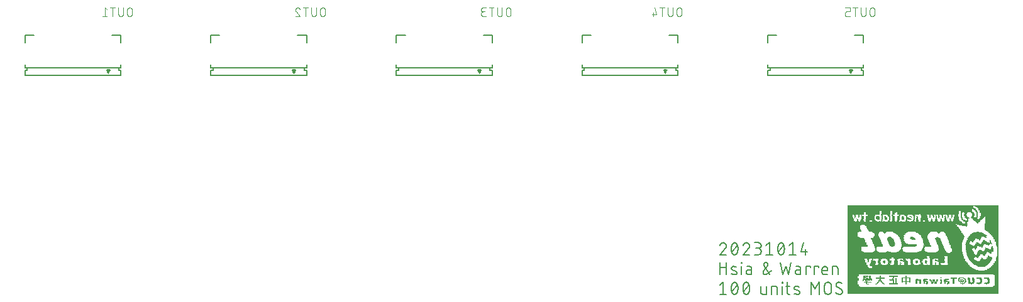
<source format=gbr>
G04 EAGLE Gerber RS-274X export*
G75*
%MOMM*%
%FSLAX34Y34*%
%LPD*%
%INSilkscreen Bottom*%
%IPPOS*%
%AMOC8*
5,1,8,0,0,1.08239X$1,22.5*%
G01*
%ADD10C,0.152400*%
%ADD11C,0.203200*%
%ADD12C,0.101600*%
%ADD13R,20.320000X0.050800*%
%ADD14R,0.762000X0.050800*%
%ADD15R,1.727200X0.050800*%
%ADD16R,0.660400X0.050800*%
%ADD17R,1.574800X0.050800*%
%ADD18R,0.609600X0.050800*%
%ADD19R,1.524000X0.050800*%
%ADD20R,0.558800X0.050800*%
%ADD21R,1.473200X0.050800*%
%ADD22R,0.508000X0.050800*%
%ADD23R,0.101600X0.050800*%
%ADD24R,0.050800X0.050800*%
%ADD25R,0.304800X0.050800*%
%ADD26R,1.422400X0.050800*%
%ADD27R,0.203200X0.050800*%
%ADD28R,0.152400X0.050800*%
%ADD29R,1.219200X0.050800*%
%ADD30R,0.254000X0.050800*%
%ADD31R,0.355600X0.050800*%
%ADD32R,0.711200X0.050800*%
%ADD33R,1.066800X0.050800*%
%ADD34R,0.406400X0.050800*%
%ADD35R,1.117600X0.050800*%
%ADD36R,0.457200X0.050800*%
%ADD37R,1.168400X0.050800*%
%ADD38R,0.812800X0.050800*%
%ADD39R,1.625600X0.050800*%
%ADD40R,1.930400X0.050800*%
%ADD41R,17.627600X0.050800*%
%ADD42R,17.424400X0.050800*%
%ADD43R,17.272000X0.050800*%
%ADD44R,17.170400X0.050800*%
%ADD45R,1.371600X0.050800*%
%ADD46R,17.068800X0.050800*%
%ADD47R,1.270000X0.050800*%
%ADD48R,16.967200X0.050800*%
%ADD49R,13.665200X0.050800*%
%ADD50R,2.946400X0.050800*%
%ADD51R,13.462000X0.050800*%
%ADD52R,2.844800X0.050800*%
%ADD53R,13.411200X0.050800*%
%ADD54R,2.794000X0.050800*%
%ADD55R,1.016000X0.050800*%
%ADD56R,13.360400X0.050800*%
%ADD57R,2.743200X0.050800*%
%ADD58R,0.965200X0.050800*%
%ADD59R,13.258800X0.050800*%
%ADD60R,2.692400X0.050800*%
%ADD61R,0.914400X0.050800*%
%ADD62R,13.157200X0.050800*%
%ADD63R,0.863600X0.050800*%
%ADD64R,2.641600X0.050800*%
%ADD65R,4.165600X0.050800*%
%ADD66R,1.676400X0.050800*%
%ADD67R,1.778000X0.050800*%
%ADD68R,2.590800X0.050800*%
%ADD69R,1.879600X0.050800*%
%ADD70R,1.981200X0.050800*%
%ADD71R,2.540000X0.050800*%
%ADD72R,2.082800X0.050800*%
%ADD73R,2.184400X0.050800*%
%ADD74R,2.489200X0.050800*%
%ADD75R,2.336800X0.050800*%
%ADD76R,2.438400X0.050800*%
%ADD77R,2.387600X0.050800*%
%ADD78R,2.286000X0.050800*%
%ADD79R,2.235200X0.050800*%
%ADD80R,4.521200X0.050800*%
%ADD81R,5.892800X0.050800*%
%ADD82R,2.032000X0.050800*%
%ADD83R,4.622800X0.050800*%
%ADD84R,10.668000X0.050800*%
%ADD85R,2.133600X0.050800*%
%ADD86R,15.595600X0.050800*%
%ADD87R,15.544800X0.050800*%
%ADD88R,15.494000X0.050800*%
%ADD89R,1.320800X0.050800*%
%ADD90R,1.828800X0.050800*%
%ADD91R,12.395200X0.050800*%
%ADD92R,12.446000X0.050800*%
%ADD93R,12.344400X0.050800*%
%ADD94R,12.293600X0.050800*%
%ADD95R,12.242800X0.050800*%
%ADD96R,14.630400X0.050800*%
%ADD97R,16.103600X0.050800*%
%ADD98R,15.443200X0.050800*%
%ADD99R,15.392400X0.050800*%
%ADD100R,15.341600X0.050800*%
%ADD101R,15.240000X0.050800*%
%ADD102R,5.080000X0.050800*%
%ADD103R,8.280400X0.050800*%
%ADD104R,8.991600X0.050800*%
%ADD105R,4.318000X0.050800*%
%ADD106R,9.042400X0.050800*%
%ADD107R,9.144000X0.050800*%
%ADD108R,16.662400X0.050800*%
%ADD109R,16.713200X0.050800*%
%ADD110R,16.764000X0.050800*%
%ADD111R,17.221200X0.050800*%
%ADD112R,16.916400X0.050800*%
%ADD113R,2.895600X0.050800*%
%ADD114R,16.865600X0.050800*%
%ADD115R,2.997200X0.050800*%
%ADD116R,3.048000X0.050800*%
%ADD117R,3.149600X0.050800*%

G36*
X1147615Y303001D02*
X1147615Y303001D01*
X1147715Y303008D01*
X1147755Y303023D01*
X1147798Y303029D01*
X1147888Y303072D01*
X1147981Y303106D01*
X1148016Y303132D01*
X1148055Y303150D01*
X1148130Y303216D01*
X1148210Y303275D01*
X1148233Y303306D01*
X1148269Y303337D01*
X1148366Y303489D01*
X1148408Y303546D01*
X1150408Y307546D01*
X1150411Y307554D01*
X1150416Y307561D01*
X1150456Y307689D01*
X1150498Y307816D01*
X1150499Y307824D01*
X1150501Y307832D01*
X1150505Y307967D01*
X1150510Y308100D01*
X1150508Y308108D01*
X1150509Y308116D01*
X1150475Y308246D01*
X1150443Y308376D01*
X1150439Y308383D01*
X1150437Y308391D01*
X1150369Y308506D01*
X1150302Y308623D01*
X1150296Y308629D01*
X1150292Y308636D01*
X1150194Y308728D01*
X1150098Y308821D01*
X1150090Y308824D01*
X1150084Y308830D01*
X1149965Y308891D01*
X1149847Y308954D01*
X1149839Y308956D01*
X1149831Y308960D01*
X1149779Y308968D01*
X1149569Y309013D01*
X1149531Y309010D01*
X1149500Y309015D01*
X1145500Y309015D01*
X1145492Y309014D01*
X1145483Y309015D01*
X1145351Y308994D01*
X1145219Y308975D01*
X1145211Y308972D01*
X1145202Y308971D01*
X1145081Y308914D01*
X1144959Y308859D01*
X1144953Y308854D01*
X1144945Y308850D01*
X1144844Y308762D01*
X1144742Y308676D01*
X1144737Y308668D01*
X1144731Y308663D01*
X1144659Y308550D01*
X1144585Y308439D01*
X1144582Y308431D01*
X1144577Y308424D01*
X1144539Y308295D01*
X1144499Y308168D01*
X1144499Y308159D01*
X1144496Y308151D01*
X1144495Y308017D01*
X1144491Y307884D01*
X1144494Y307875D01*
X1144494Y307867D01*
X1144509Y307816D01*
X1144563Y307609D01*
X1144583Y307576D01*
X1144592Y307546D01*
X1146592Y303546D01*
X1146649Y303464D01*
X1146698Y303377D01*
X1146729Y303347D01*
X1146753Y303312D01*
X1146831Y303249D01*
X1146902Y303180D01*
X1146940Y303159D01*
X1146973Y303132D01*
X1147065Y303093D01*
X1147153Y303046D01*
X1147195Y303037D01*
X1147235Y303020D01*
X1147334Y303008D01*
X1147431Y302987D01*
X1147474Y302990D01*
X1147517Y302985D01*
X1147615Y303001D01*
G37*
G36*
X897615Y303001D02*
X897615Y303001D01*
X897715Y303008D01*
X897755Y303023D01*
X897798Y303029D01*
X897888Y303072D01*
X897981Y303106D01*
X898016Y303132D01*
X898055Y303150D01*
X898130Y303216D01*
X898210Y303275D01*
X898233Y303306D01*
X898269Y303337D01*
X898366Y303489D01*
X898408Y303546D01*
X900408Y307546D01*
X900411Y307554D01*
X900416Y307561D01*
X900456Y307689D01*
X900498Y307816D01*
X900499Y307824D01*
X900501Y307832D01*
X900505Y307967D01*
X900510Y308100D01*
X900508Y308108D01*
X900509Y308116D01*
X900475Y308246D01*
X900443Y308376D01*
X900439Y308383D01*
X900437Y308391D01*
X900369Y308506D01*
X900302Y308623D01*
X900296Y308629D01*
X900292Y308636D01*
X900194Y308728D01*
X900098Y308821D01*
X900090Y308824D01*
X900084Y308830D01*
X899965Y308891D01*
X899847Y308954D01*
X899839Y308956D01*
X899831Y308960D01*
X899779Y308968D01*
X899569Y309013D01*
X899531Y309010D01*
X899500Y309015D01*
X895500Y309015D01*
X895492Y309014D01*
X895483Y309015D01*
X895351Y308994D01*
X895219Y308975D01*
X895211Y308972D01*
X895202Y308971D01*
X895081Y308914D01*
X894959Y308859D01*
X894953Y308854D01*
X894945Y308850D01*
X894844Y308762D01*
X894742Y308676D01*
X894737Y308668D01*
X894731Y308663D01*
X894659Y308550D01*
X894585Y308439D01*
X894582Y308431D01*
X894577Y308424D01*
X894539Y308295D01*
X894499Y308168D01*
X894499Y308159D01*
X894496Y308151D01*
X894495Y308017D01*
X894491Y307884D01*
X894494Y307875D01*
X894494Y307867D01*
X894509Y307816D01*
X894563Y307609D01*
X894583Y307576D01*
X894592Y307546D01*
X896592Y303546D01*
X896649Y303464D01*
X896698Y303377D01*
X896729Y303347D01*
X896753Y303312D01*
X896831Y303249D01*
X896902Y303180D01*
X896940Y303159D01*
X896973Y303132D01*
X897065Y303093D01*
X897153Y303046D01*
X897195Y303037D01*
X897235Y303020D01*
X897334Y303008D01*
X897431Y302987D01*
X897474Y302990D01*
X897517Y302985D01*
X897615Y303001D01*
G37*
G36*
X647615Y303001D02*
X647615Y303001D01*
X647715Y303008D01*
X647755Y303023D01*
X647798Y303029D01*
X647888Y303072D01*
X647981Y303106D01*
X648016Y303132D01*
X648055Y303150D01*
X648130Y303216D01*
X648210Y303275D01*
X648233Y303306D01*
X648269Y303337D01*
X648366Y303489D01*
X648408Y303546D01*
X650408Y307546D01*
X650411Y307554D01*
X650416Y307561D01*
X650456Y307689D01*
X650498Y307816D01*
X650499Y307824D01*
X650501Y307832D01*
X650505Y307967D01*
X650510Y308100D01*
X650508Y308108D01*
X650509Y308116D01*
X650475Y308246D01*
X650443Y308376D01*
X650439Y308383D01*
X650437Y308391D01*
X650369Y308506D01*
X650302Y308623D01*
X650296Y308629D01*
X650292Y308636D01*
X650194Y308728D01*
X650098Y308821D01*
X650090Y308824D01*
X650084Y308830D01*
X649965Y308891D01*
X649847Y308954D01*
X649839Y308956D01*
X649831Y308960D01*
X649779Y308968D01*
X649569Y309013D01*
X649531Y309010D01*
X649500Y309015D01*
X645500Y309015D01*
X645492Y309014D01*
X645483Y309015D01*
X645351Y308994D01*
X645219Y308975D01*
X645211Y308972D01*
X645202Y308971D01*
X645081Y308914D01*
X644959Y308859D01*
X644953Y308854D01*
X644945Y308850D01*
X644844Y308762D01*
X644742Y308676D01*
X644737Y308668D01*
X644731Y308663D01*
X644659Y308550D01*
X644585Y308439D01*
X644582Y308431D01*
X644577Y308424D01*
X644539Y308295D01*
X644499Y308168D01*
X644499Y308159D01*
X644496Y308151D01*
X644495Y308017D01*
X644491Y307884D01*
X644494Y307875D01*
X644494Y307867D01*
X644509Y307816D01*
X644563Y307609D01*
X644583Y307576D01*
X644592Y307546D01*
X646592Y303546D01*
X646649Y303464D01*
X646698Y303377D01*
X646729Y303347D01*
X646753Y303312D01*
X646831Y303249D01*
X646902Y303180D01*
X646940Y303159D01*
X646973Y303132D01*
X647065Y303093D01*
X647153Y303046D01*
X647195Y303037D01*
X647235Y303020D01*
X647334Y303008D01*
X647431Y302987D01*
X647474Y302990D01*
X647517Y302985D01*
X647615Y303001D01*
G37*
G36*
X397615Y303001D02*
X397615Y303001D01*
X397715Y303008D01*
X397755Y303023D01*
X397798Y303029D01*
X397888Y303072D01*
X397981Y303106D01*
X398016Y303132D01*
X398055Y303150D01*
X398130Y303216D01*
X398210Y303275D01*
X398233Y303306D01*
X398269Y303337D01*
X398366Y303489D01*
X398408Y303546D01*
X400408Y307546D01*
X400411Y307554D01*
X400416Y307561D01*
X400456Y307689D01*
X400498Y307816D01*
X400499Y307824D01*
X400501Y307832D01*
X400505Y307967D01*
X400510Y308100D01*
X400508Y308108D01*
X400509Y308116D01*
X400475Y308246D01*
X400443Y308376D01*
X400439Y308383D01*
X400437Y308391D01*
X400369Y308506D01*
X400302Y308623D01*
X400296Y308629D01*
X400292Y308636D01*
X400194Y308728D01*
X400098Y308821D01*
X400090Y308824D01*
X400084Y308830D01*
X399965Y308891D01*
X399847Y308954D01*
X399839Y308956D01*
X399831Y308960D01*
X399779Y308968D01*
X399569Y309013D01*
X399531Y309010D01*
X399500Y309015D01*
X395500Y309015D01*
X395492Y309014D01*
X395483Y309015D01*
X395351Y308994D01*
X395219Y308975D01*
X395211Y308972D01*
X395202Y308971D01*
X395081Y308914D01*
X394959Y308859D01*
X394953Y308854D01*
X394945Y308850D01*
X394844Y308762D01*
X394742Y308676D01*
X394737Y308668D01*
X394731Y308663D01*
X394659Y308550D01*
X394585Y308439D01*
X394582Y308431D01*
X394577Y308424D01*
X394539Y308295D01*
X394499Y308168D01*
X394499Y308159D01*
X394496Y308151D01*
X394495Y308017D01*
X394491Y307884D01*
X394494Y307875D01*
X394494Y307867D01*
X394509Y307816D01*
X394563Y307609D01*
X394583Y307576D01*
X394592Y307546D01*
X396592Y303546D01*
X396649Y303464D01*
X396698Y303377D01*
X396729Y303347D01*
X396753Y303312D01*
X396831Y303249D01*
X396902Y303180D01*
X396940Y303159D01*
X396973Y303132D01*
X397065Y303093D01*
X397153Y303046D01*
X397195Y303037D01*
X397235Y303020D01*
X397334Y303008D01*
X397431Y302987D01*
X397474Y302990D01*
X397517Y302985D01*
X397615Y303001D01*
G37*
G36*
X147615Y303001D02*
X147615Y303001D01*
X147715Y303008D01*
X147755Y303023D01*
X147798Y303029D01*
X147888Y303072D01*
X147981Y303106D01*
X148016Y303132D01*
X148055Y303150D01*
X148130Y303216D01*
X148210Y303275D01*
X148233Y303306D01*
X148269Y303337D01*
X148366Y303489D01*
X148408Y303546D01*
X150408Y307546D01*
X150411Y307554D01*
X150416Y307561D01*
X150456Y307689D01*
X150498Y307816D01*
X150499Y307824D01*
X150501Y307832D01*
X150505Y307967D01*
X150510Y308100D01*
X150508Y308108D01*
X150509Y308116D01*
X150475Y308246D01*
X150443Y308376D01*
X150439Y308383D01*
X150437Y308391D01*
X150369Y308506D01*
X150302Y308623D01*
X150296Y308629D01*
X150292Y308636D01*
X150194Y308728D01*
X150098Y308821D01*
X150090Y308824D01*
X150084Y308830D01*
X149965Y308891D01*
X149847Y308954D01*
X149839Y308956D01*
X149831Y308960D01*
X149779Y308968D01*
X149569Y309013D01*
X149531Y309010D01*
X149500Y309015D01*
X145500Y309015D01*
X145492Y309014D01*
X145483Y309015D01*
X145351Y308994D01*
X145219Y308975D01*
X145211Y308972D01*
X145202Y308971D01*
X145081Y308914D01*
X144959Y308859D01*
X144953Y308854D01*
X144945Y308850D01*
X144844Y308762D01*
X144742Y308676D01*
X144737Y308668D01*
X144731Y308663D01*
X144659Y308550D01*
X144585Y308439D01*
X144582Y308431D01*
X144577Y308424D01*
X144539Y308295D01*
X144499Y308168D01*
X144499Y308159D01*
X144496Y308151D01*
X144495Y308017D01*
X144491Y307884D01*
X144494Y307875D01*
X144494Y307867D01*
X144509Y307816D01*
X144563Y307609D01*
X144583Y307576D01*
X144592Y307546D01*
X146592Y303546D01*
X146649Y303464D01*
X146698Y303377D01*
X146729Y303347D01*
X146753Y303312D01*
X146831Y303249D01*
X146902Y303180D01*
X146940Y303159D01*
X146973Y303132D01*
X147065Y303093D01*
X147153Y303046D01*
X147195Y303037D01*
X147235Y303020D01*
X147334Y303008D01*
X147431Y302987D01*
X147474Y302990D01*
X147517Y302985D01*
X147615Y303001D01*
G37*
D10*
X979793Y71294D02*
X979791Y71419D01*
X979785Y71544D01*
X979776Y71669D01*
X979762Y71793D01*
X979745Y71917D01*
X979724Y72041D01*
X979699Y72163D01*
X979670Y72285D01*
X979638Y72406D01*
X979602Y72526D01*
X979562Y72645D01*
X979519Y72762D01*
X979472Y72878D01*
X979421Y72993D01*
X979367Y73105D01*
X979309Y73217D01*
X979249Y73326D01*
X979184Y73433D01*
X979117Y73539D01*
X979046Y73642D01*
X978972Y73743D01*
X978895Y73842D01*
X978815Y73938D01*
X978732Y74032D01*
X978647Y74123D01*
X978558Y74212D01*
X978467Y74297D01*
X978373Y74380D01*
X978277Y74460D01*
X978178Y74537D01*
X978077Y74611D01*
X977974Y74682D01*
X977868Y74749D01*
X977761Y74814D01*
X977652Y74874D01*
X977540Y74932D01*
X977428Y74986D01*
X977313Y75037D01*
X977197Y75084D01*
X977080Y75127D01*
X976961Y75167D01*
X976841Y75203D01*
X976720Y75235D01*
X976598Y75264D01*
X976476Y75289D01*
X976352Y75310D01*
X976228Y75327D01*
X976104Y75341D01*
X975979Y75350D01*
X975854Y75356D01*
X975729Y75358D01*
X975586Y75356D01*
X975444Y75350D01*
X975301Y75340D01*
X975159Y75327D01*
X975018Y75309D01*
X974876Y75288D01*
X974736Y75263D01*
X974596Y75234D01*
X974457Y75201D01*
X974319Y75164D01*
X974182Y75124D01*
X974047Y75080D01*
X973912Y75032D01*
X973779Y74980D01*
X973647Y74925D01*
X973517Y74866D01*
X973389Y74804D01*
X973262Y74738D01*
X973137Y74669D01*
X973014Y74597D01*
X972894Y74521D01*
X972775Y74442D01*
X972658Y74359D01*
X972544Y74274D01*
X972432Y74185D01*
X972323Y74094D01*
X972216Y73999D01*
X972111Y73902D01*
X972010Y73801D01*
X971911Y73698D01*
X971815Y73593D01*
X971722Y73484D01*
X971632Y73373D01*
X971545Y73260D01*
X971461Y73145D01*
X971381Y73027D01*
X971303Y72907D01*
X971229Y72785D01*
X971159Y72661D01*
X971091Y72535D01*
X971028Y72407D01*
X970967Y72278D01*
X970910Y72147D01*
X970857Y72015D01*
X970808Y71881D01*
X970762Y71746D01*
X978438Y68133D02*
X978532Y68225D01*
X978622Y68319D01*
X978710Y68416D01*
X978795Y68516D01*
X978877Y68618D01*
X978956Y68723D01*
X979031Y68830D01*
X979103Y68939D01*
X979172Y69050D01*
X979238Y69164D01*
X979300Y69279D01*
X979359Y69396D01*
X979414Y69515D01*
X979465Y69635D01*
X979513Y69757D01*
X979558Y69880D01*
X979598Y70004D01*
X979635Y70130D01*
X979668Y70257D01*
X979697Y70384D01*
X979723Y70513D01*
X979744Y70642D01*
X979762Y70772D01*
X979775Y70902D01*
X979785Y71032D01*
X979791Y71163D01*
X979793Y71294D01*
X978438Y68133D02*
X970762Y59102D01*
X979793Y59102D01*
X986393Y67230D02*
X986397Y67550D01*
X986408Y67869D01*
X986427Y68189D01*
X986454Y68507D01*
X986488Y68825D01*
X986530Y69142D01*
X986580Y69458D01*
X986637Y69773D01*
X986701Y70086D01*
X986773Y70398D01*
X986852Y70708D01*
X986939Y71015D01*
X987033Y71321D01*
X987134Y71624D01*
X987243Y71925D01*
X987358Y72223D01*
X987481Y72519D01*
X987611Y72811D01*
X987748Y73100D01*
X987748Y73101D02*
X987787Y73209D01*
X987830Y73316D01*
X987876Y73421D01*
X987927Y73525D01*
X987980Y73627D01*
X988037Y73727D01*
X988098Y73825D01*
X988162Y73920D01*
X988229Y74014D01*
X988300Y74105D01*
X988373Y74194D01*
X988450Y74280D01*
X988529Y74363D01*
X988611Y74444D01*
X988696Y74522D01*
X988784Y74596D01*
X988874Y74668D01*
X988966Y74736D01*
X989061Y74802D01*
X989158Y74864D01*
X989257Y74922D01*
X989359Y74978D01*
X989461Y75029D01*
X989566Y75077D01*
X989672Y75122D01*
X989780Y75163D01*
X989889Y75200D01*
X989999Y75233D01*
X990111Y75262D01*
X990223Y75288D01*
X990336Y75310D01*
X990450Y75327D01*
X990564Y75341D01*
X990679Y75351D01*
X990794Y75357D01*
X990909Y75359D01*
X990909Y75358D02*
X991024Y75356D01*
X991139Y75350D01*
X991254Y75340D01*
X991368Y75326D01*
X991482Y75309D01*
X991595Y75287D01*
X991707Y75261D01*
X991819Y75232D01*
X991929Y75199D01*
X992038Y75162D01*
X992146Y75121D01*
X992252Y75076D01*
X992357Y75028D01*
X992459Y74977D01*
X992560Y74921D01*
X992660Y74863D01*
X992757Y74801D01*
X992851Y74736D01*
X992944Y74667D01*
X993034Y74595D01*
X993122Y74521D01*
X993207Y74443D01*
X993289Y74362D01*
X993368Y74279D01*
X993445Y74193D01*
X993518Y74104D01*
X993589Y74013D01*
X993656Y73919D01*
X993720Y73824D01*
X993781Y73726D01*
X993838Y73626D01*
X993891Y73524D01*
X993942Y73420D01*
X993988Y73315D01*
X994031Y73208D01*
X994070Y73100D01*
X994069Y73100D02*
X994206Y72811D01*
X994336Y72519D01*
X994459Y72223D01*
X994574Y71925D01*
X994683Y71624D01*
X994784Y71321D01*
X994878Y71015D01*
X994965Y70708D01*
X995044Y70398D01*
X995116Y70086D01*
X995180Y69773D01*
X995237Y69458D01*
X995287Y69142D01*
X995329Y68825D01*
X995363Y68507D01*
X995390Y68189D01*
X995409Y67869D01*
X995420Y67550D01*
X995424Y67230D01*
X986394Y67230D02*
X986398Y66910D01*
X986409Y66591D01*
X986428Y66271D01*
X986455Y65953D01*
X986489Y65635D01*
X986531Y65318D01*
X986581Y65002D01*
X986638Y64687D01*
X986702Y64374D01*
X986774Y64062D01*
X986853Y63752D01*
X986940Y63445D01*
X987034Y63139D01*
X987135Y62836D01*
X987244Y62535D01*
X987359Y62237D01*
X987482Y61941D01*
X987612Y61649D01*
X987749Y61360D01*
X987748Y61360D02*
X987787Y61252D01*
X987830Y61145D01*
X987876Y61040D01*
X987927Y60936D01*
X987980Y60834D01*
X988037Y60734D01*
X988098Y60636D01*
X988162Y60541D01*
X988229Y60447D01*
X988300Y60356D01*
X988373Y60267D01*
X988450Y60181D01*
X988529Y60098D01*
X988611Y60017D01*
X988696Y59939D01*
X988784Y59865D01*
X988874Y59793D01*
X988967Y59724D01*
X989061Y59659D01*
X989158Y59597D01*
X989258Y59539D01*
X989359Y59483D01*
X989461Y59432D01*
X989566Y59384D01*
X989672Y59339D01*
X989780Y59298D01*
X989889Y59261D01*
X989999Y59228D01*
X990111Y59199D01*
X990223Y59173D01*
X990336Y59151D01*
X990450Y59134D01*
X990564Y59120D01*
X990679Y59110D01*
X990794Y59104D01*
X990909Y59102D01*
X994069Y61360D02*
X994206Y61649D01*
X994336Y61941D01*
X994459Y62237D01*
X994574Y62535D01*
X994683Y62836D01*
X994784Y63139D01*
X994878Y63445D01*
X994965Y63752D01*
X995044Y64062D01*
X995116Y64374D01*
X995180Y64687D01*
X995237Y65002D01*
X995287Y65318D01*
X995329Y65635D01*
X995363Y65953D01*
X995390Y66271D01*
X995409Y66591D01*
X995420Y66910D01*
X995424Y67230D01*
X994070Y61360D02*
X994031Y61252D01*
X993988Y61145D01*
X993942Y61040D01*
X993891Y60936D01*
X993838Y60834D01*
X993781Y60734D01*
X993720Y60636D01*
X993656Y60541D01*
X993589Y60447D01*
X993518Y60356D01*
X993445Y60267D01*
X993368Y60181D01*
X993289Y60098D01*
X993207Y60017D01*
X993122Y59939D01*
X993034Y59865D01*
X992944Y59793D01*
X992851Y59724D01*
X992757Y59659D01*
X992660Y59597D01*
X992560Y59539D01*
X992459Y59483D01*
X992356Y59432D01*
X992252Y59384D01*
X992146Y59339D01*
X992038Y59298D01*
X991929Y59261D01*
X991819Y59228D01*
X991707Y59199D01*
X991595Y59173D01*
X991482Y59151D01*
X991368Y59134D01*
X991254Y59120D01*
X991139Y59110D01*
X991024Y59104D01*
X990909Y59102D01*
X987296Y62714D02*
X994521Y71746D01*
X1006992Y75358D02*
X1007117Y75356D01*
X1007242Y75350D01*
X1007367Y75341D01*
X1007491Y75327D01*
X1007615Y75310D01*
X1007739Y75289D01*
X1007861Y75264D01*
X1007983Y75235D01*
X1008104Y75203D01*
X1008224Y75167D01*
X1008343Y75127D01*
X1008460Y75084D01*
X1008576Y75037D01*
X1008691Y74986D01*
X1008803Y74932D01*
X1008915Y74874D01*
X1009024Y74814D01*
X1009131Y74749D01*
X1009237Y74682D01*
X1009340Y74611D01*
X1009441Y74537D01*
X1009540Y74460D01*
X1009636Y74380D01*
X1009730Y74297D01*
X1009821Y74212D01*
X1009910Y74123D01*
X1009995Y74032D01*
X1010078Y73938D01*
X1010158Y73842D01*
X1010235Y73743D01*
X1010309Y73642D01*
X1010380Y73539D01*
X1010447Y73433D01*
X1010512Y73326D01*
X1010572Y73217D01*
X1010630Y73105D01*
X1010684Y72993D01*
X1010735Y72878D01*
X1010782Y72762D01*
X1010825Y72645D01*
X1010865Y72526D01*
X1010901Y72406D01*
X1010933Y72285D01*
X1010962Y72163D01*
X1010987Y72041D01*
X1011008Y71917D01*
X1011025Y71793D01*
X1011039Y71669D01*
X1011048Y71544D01*
X1011054Y71419D01*
X1011056Y71294D01*
X1006992Y75358D02*
X1006849Y75356D01*
X1006707Y75350D01*
X1006564Y75340D01*
X1006422Y75327D01*
X1006281Y75309D01*
X1006139Y75288D01*
X1005999Y75263D01*
X1005859Y75234D01*
X1005720Y75201D01*
X1005582Y75164D01*
X1005445Y75124D01*
X1005310Y75080D01*
X1005175Y75032D01*
X1005042Y74980D01*
X1004910Y74925D01*
X1004780Y74866D01*
X1004652Y74804D01*
X1004525Y74738D01*
X1004400Y74669D01*
X1004277Y74597D01*
X1004157Y74521D01*
X1004038Y74442D01*
X1003921Y74359D01*
X1003807Y74274D01*
X1003695Y74185D01*
X1003586Y74094D01*
X1003479Y73999D01*
X1003374Y73902D01*
X1003273Y73801D01*
X1003174Y73698D01*
X1003078Y73593D01*
X1002985Y73484D01*
X1002895Y73373D01*
X1002808Y73260D01*
X1002724Y73145D01*
X1002644Y73027D01*
X1002566Y72907D01*
X1002492Y72785D01*
X1002422Y72661D01*
X1002354Y72535D01*
X1002291Y72407D01*
X1002230Y72278D01*
X1002173Y72147D01*
X1002120Y72015D01*
X1002071Y71881D01*
X1002025Y71746D01*
X1009700Y68133D02*
X1009794Y68225D01*
X1009884Y68319D01*
X1009972Y68416D01*
X1010057Y68516D01*
X1010139Y68618D01*
X1010218Y68723D01*
X1010293Y68830D01*
X1010365Y68939D01*
X1010434Y69050D01*
X1010500Y69164D01*
X1010562Y69279D01*
X1010621Y69396D01*
X1010676Y69515D01*
X1010727Y69635D01*
X1010775Y69757D01*
X1010820Y69880D01*
X1010860Y70004D01*
X1010897Y70130D01*
X1010930Y70257D01*
X1010959Y70384D01*
X1010985Y70513D01*
X1011006Y70642D01*
X1011024Y70772D01*
X1011037Y70902D01*
X1011047Y71032D01*
X1011053Y71163D01*
X1011055Y71294D01*
X1009701Y68133D02*
X1002024Y59102D01*
X1011056Y59102D01*
X1017656Y59102D02*
X1022171Y59102D01*
X1022304Y59104D01*
X1022436Y59110D01*
X1022568Y59120D01*
X1022700Y59133D01*
X1022832Y59151D01*
X1022962Y59172D01*
X1023093Y59197D01*
X1023222Y59226D01*
X1023350Y59259D01*
X1023478Y59295D01*
X1023604Y59335D01*
X1023729Y59379D01*
X1023853Y59427D01*
X1023975Y59478D01*
X1024096Y59533D01*
X1024215Y59591D01*
X1024333Y59653D01*
X1024448Y59718D01*
X1024562Y59787D01*
X1024673Y59858D01*
X1024782Y59934D01*
X1024889Y60012D01*
X1024994Y60093D01*
X1025096Y60178D01*
X1025196Y60265D01*
X1025293Y60355D01*
X1025388Y60448D01*
X1025479Y60544D01*
X1025568Y60642D01*
X1025654Y60743D01*
X1025737Y60847D01*
X1025817Y60953D01*
X1025893Y61061D01*
X1025967Y61171D01*
X1026037Y61284D01*
X1026104Y61398D01*
X1026167Y61515D01*
X1026227Y61633D01*
X1026284Y61753D01*
X1026337Y61875D01*
X1026386Y61998D01*
X1026432Y62122D01*
X1026474Y62248D01*
X1026512Y62375D01*
X1026547Y62503D01*
X1026578Y62632D01*
X1026605Y62761D01*
X1026628Y62892D01*
X1026648Y63023D01*
X1026663Y63155D01*
X1026675Y63287D01*
X1026683Y63419D01*
X1026687Y63552D01*
X1026687Y63684D01*
X1026683Y63817D01*
X1026675Y63949D01*
X1026663Y64081D01*
X1026648Y64213D01*
X1026628Y64344D01*
X1026605Y64475D01*
X1026578Y64604D01*
X1026547Y64733D01*
X1026512Y64861D01*
X1026474Y64988D01*
X1026432Y65114D01*
X1026386Y65238D01*
X1026337Y65361D01*
X1026284Y65483D01*
X1026227Y65603D01*
X1026167Y65721D01*
X1026104Y65838D01*
X1026037Y65952D01*
X1025967Y66065D01*
X1025893Y66175D01*
X1025817Y66283D01*
X1025737Y66389D01*
X1025654Y66493D01*
X1025568Y66594D01*
X1025479Y66692D01*
X1025388Y66788D01*
X1025293Y66881D01*
X1025196Y66971D01*
X1025096Y67058D01*
X1024994Y67143D01*
X1024889Y67224D01*
X1024782Y67302D01*
X1024673Y67378D01*
X1024562Y67449D01*
X1024448Y67518D01*
X1024333Y67583D01*
X1024215Y67645D01*
X1024096Y67703D01*
X1023975Y67758D01*
X1023853Y67809D01*
X1023729Y67857D01*
X1023604Y67901D01*
X1023478Y67941D01*
X1023350Y67977D01*
X1023222Y68010D01*
X1023093Y68039D01*
X1022962Y68064D01*
X1022832Y68085D01*
X1022700Y68103D01*
X1022568Y68116D01*
X1022436Y68126D01*
X1022304Y68132D01*
X1022171Y68134D01*
X1023074Y75358D02*
X1017656Y75358D01*
X1023074Y75358D02*
X1023193Y75356D01*
X1023313Y75350D01*
X1023432Y75340D01*
X1023550Y75326D01*
X1023669Y75309D01*
X1023786Y75287D01*
X1023903Y75262D01*
X1024018Y75232D01*
X1024133Y75199D01*
X1024247Y75162D01*
X1024359Y75122D01*
X1024470Y75077D01*
X1024579Y75029D01*
X1024687Y74978D01*
X1024793Y74923D01*
X1024897Y74864D01*
X1024999Y74802D01*
X1025099Y74737D01*
X1025197Y74668D01*
X1025293Y74596D01*
X1025386Y74521D01*
X1025476Y74444D01*
X1025564Y74363D01*
X1025649Y74279D01*
X1025731Y74192D01*
X1025811Y74103D01*
X1025887Y74011D01*
X1025961Y73917D01*
X1026031Y73820D01*
X1026098Y73722D01*
X1026162Y73621D01*
X1026222Y73517D01*
X1026279Y73412D01*
X1026332Y73305D01*
X1026382Y73197D01*
X1026428Y73087D01*
X1026470Y72975D01*
X1026509Y72862D01*
X1026544Y72748D01*
X1026575Y72633D01*
X1026603Y72516D01*
X1026626Y72399D01*
X1026646Y72282D01*
X1026662Y72163D01*
X1026674Y72044D01*
X1026682Y71925D01*
X1026686Y71806D01*
X1026686Y71686D01*
X1026682Y71567D01*
X1026674Y71448D01*
X1026662Y71329D01*
X1026646Y71210D01*
X1026626Y71093D01*
X1026603Y70976D01*
X1026575Y70859D01*
X1026544Y70744D01*
X1026509Y70630D01*
X1026470Y70517D01*
X1026428Y70405D01*
X1026382Y70295D01*
X1026332Y70187D01*
X1026279Y70080D01*
X1026222Y69975D01*
X1026162Y69871D01*
X1026098Y69770D01*
X1026031Y69672D01*
X1025961Y69575D01*
X1025887Y69481D01*
X1025811Y69389D01*
X1025731Y69300D01*
X1025649Y69213D01*
X1025564Y69129D01*
X1025476Y69048D01*
X1025386Y68971D01*
X1025293Y68896D01*
X1025197Y68824D01*
X1025099Y68755D01*
X1024999Y68690D01*
X1024897Y68628D01*
X1024793Y68569D01*
X1024687Y68514D01*
X1024579Y68463D01*
X1024470Y68415D01*
X1024359Y68370D01*
X1024247Y68330D01*
X1024133Y68293D01*
X1024018Y68260D01*
X1023903Y68230D01*
X1023786Y68205D01*
X1023669Y68183D01*
X1023550Y68166D01*
X1023432Y68152D01*
X1023313Y68142D01*
X1023193Y68136D01*
X1023074Y68134D01*
X1023074Y68133D02*
X1019462Y68133D01*
X1033287Y71746D02*
X1037802Y75358D01*
X1037802Y59102D01*
X1033287Y59102D02*
X1042318Y59102D01*
X1048918Y67230D02*
X1048922Y67550D01*
X1048933Y67869D01*
X1048952Y68189D01*
X1048979Y68507D01*
X1049013Y68825D01*
X1049055Y69142D01*
X1049105Y69458D01*
X1049162Y69773D01*
X1049226Y70086D01*
X1049298Y70398D01*
X1049377Y70708D01*
X1049464Y71015D01*
X1049558Y71321D01*
X1049659Y71624D01*
X1049768Y71925D01*
X1049883Y72223D01*
X1050006Y72519D01*
X1050136Y72811D01*
X1050273Y73100D01*
X1050273Y73101D02*
X1050312Y73209D01*
X1050355Y73316D01*
X1050401Y73421D01*
X1050452Y73525D01*
X1050505Y73627D01*
X1050562Y73727D01*
X1050623Y73825D01*
X1050687Y73920D01*
X1050754Y74014D01*
X1050825Y74105D01*
X1050898Y74194D01*
X1050975Y74280D01*
X1051054Y74363D01*
X1051136Y74444D01*
X1051221Y74522D01*
X1051309Y74596D01*
X1051399Y74668D01*
X1051491Y74736D01*
X1051586Y74802D01*
X1051683Y74864D01*
X1051782Y74922D01*
X1051884Y74978D01*
X1051986Y75029D01*
X1052091Y75077D01*
X1052197Y75122D01*
X1052305Y75163D01*
X1052414Y75200D01*
X1052524Y75233D01*
X1052636Y75262D01*
X1052748Y75288D01*
X1052861Y75310D01*
X1052975Y75327D01*
X1053089Y75341D01*
X1053204Y75351D01*
X1053319Y75357D01*
X1053434Y75359D01*
X1053434Y75358D02*
X1053549Y75356D01*
X1053664Y75350D01*
X1053779Y75340D01*
X1053893Y75326D01*
X1054007Y75309D01*
X1054120Y75287D01*
X1054232Y75261D01*
X1054344Y75232D01*
X1054454Y75199D01*
X1054563Y75162D01*
X1054671Y75121D01*
X1054777Y75076D01*
X1054882Y75028D01*
X1054984Y74977D01*
X1055085Y74921D01*
X1055185Y74863D01*
X1055282Y74801D01*
X1055376Y74736D01*
X1055469Y74667D01*
X1055559Y74595D01*
X1055647Y74521D01*
X1055732Y74443D01*
X1055814Y74362D01*
X1055893Y74279D01*
X1055970Y74193D01*
X1056043Y74104D01*
X1056114Y74013D01*
X1056181Y73919D01*
X1056245Y73824D01*
X1056306Y73726D01*
X1056363Y73626D01*
X1056416Y73524D01*
X1056467Y73420D01*
X1056513Y73315D01*
X1056556Y73208D01*
X1056595Y73100D01*
X1056594Y73100D02*
X1056731Y72811D01*
X1056861Y72519D01*
X1056984Y72223D01*
X1057099Y71925D01*
X1057208Y71624D01*
X1057309Y71321D01*
X1057403Y71015D01*
X1057490Y70708D01*
X1057569Y70398D01*
X1057641Y70086D01*
X1057705Y69773D01*
X1057762Y69458D01*
X1057812Y69142D01*
X1057854Y68825D01*
X1057888Y68507D01*
X1057915Y68189D01*
X1057934Y67869D01*
X1057945Y67550D01*
X1057949Y67230D01*
X1048918Y67230D02*
X1048922Y66910D01*
X1048933Y66591D01*
X1048952Y66271D01*
X1048979Y65953D01*
X1049013Y65635D01*
X1049055Y65318D01*
X1049105Y65002D01*
X1049162Y64687D01*
X1049226Y64374D01*
X1049298Y64062D01*
X1049377Y63752D01*
X1049464Y63445D01*
X1049558Y63139D01*
X1049659Y62836D01*
X1049768Y62535D01*
X1049883Y62237D01*
X1050006Y61941D01*
X1050136Y61649D01*
X1050273Y61360D01*
X1050312Y61252D01*
X1050355Y61145D01*
X1050401Y61040D01*
X1050452Y60936D01*
X1050505Y60834D01*
X1050562Y60734D01*
X1050623Y60636D01*
X1050687Y60541D01*
X1050754Y60447D01*
X1050825Y60356D01*
X1050898Y60267D01*
X1050975Y60181D01*
X1051054Y60098D01*
X1051136Y60017D01*
X1051221Y59939D01*
X1051309Y59865D01*
X1051399Y59793D01*
X1051492Y59724D01*
X1051586Y59659D01*
X1051683Y59597D01*
X1051783Y59539D01*
X1051884Y59483D01*
X1051986Y59432D01*
X1052091Y59384D01*
X1052197Y59339D01*
X1052305Y59298D01*
X1052414Y59261D01*
X1052524Y59228D01*
X1052636Y59199D01*
X1052748Y59173D01*
X1052861Y59151D01*
X1052975Y59134D01*
X1053089Y59120D01*
X1053204Y59110D01*
X1053319Y59104D01*
X1053434Y59102D01*
X1056594Y61360D02*
X1056731Y61649D01*
X1056861Y61941D01*
X1056984Y62237D01*
X1057099Y62535D01*
X1057208Y62836D01*
X1057309Y63139D01*
X1057403Y63445D01*
X1057490Y63752D01*
X1057569Y64062D01*
X1057641Y64374D01*
X1057705Y64687D01*
X1057762Y65002D01*
X1057812Y65318D01*
X1057854Y65635D01*
X1057888Y65953D01*
X1057915Y66271D01*
X1057934Y66591D01*
X1057945Y66910D01*
X1057949Y67230D01*
X1056595Y61360D02*
X1056556Y61252D01*
X1056513Y61145D01*
X1056467Y61040D01*
X1056416Y60936D01*
X1056363Y60834D01*
X1056306Y60734D01*
X1056245Y60636D01*
X1056181Y60541D01*
X1056114Y60447D01*
X1056043Y60356D01*
X1055970Y60267D01*
X1055893Y60181D01*
X1055814Y60098D01*
X1055732Y60017D01*
X1055647Y59939D01*
X1055559Y59865D01*
X1055469Y59793D01*
X1055376Y59724D01*
X1055282Y59659D01*
X1055185Y59597D01*
X1055085Y59539D01*
X1054984Y59483D01*
X1054881Y59432D01*
X1054777Y59384D01*
X1054671Y59339D01*
X1054563Y59298D01*
X1054454Y59261D01*
X1054344Y59228D01*
X1054232Y59199D01*
X1054120Y59173D01*
X1054007Y59151D01*
X1053893Y59134D01*
X1053779Y59120D01*
X1053664Y59110D01*
X1053549Y59104D01*
X1053434Y59102D01*
X1049821Y62714D02*
X1057046Y71746D01*
X1064549Y71746D02*
X1069065Y75358D01*
X1069065Y59102D01*
X1073580Y59102D02*
X1064549Y59102D01*
X1080181Y62714D02*
X1083793Y75358D01*
X1080181Y62714D02*
X1089212Y62714D01*
X1086502Y59102D02*
X1086502Y66327D01*
X970762Y48688D02*
X970762Y32432D01*
X970762Y41463D02*
X979793Y41463D01*
X979793Y48688D02*
X979793Y32432D01*
X988130Y38754D02*
X992646Y36948D01*
X988130Y38754D02*
X988042Y38791D01*
X987956Y38832D01*
X987871Y38876D01*
X987788Y38924D01*
X987708Y38975D01*
X987629Y39029D01*
X987553Y39087D01*
X987479Y39147D01*
X987407Y39211D01*
X987339Y39277D01*
X987273Y39347D01*
X987210Y39418D01*
X987149Y39493D01*
X987092Y39569D01*
X987039Y39648D01*
X986988Y39729D01*
X986941Y39812D01*
X986897Y39897D01*
X986857Y39984D01*
X986820Y40072D01*
X986787Y40162D01*
X986757Y40253D01*
X986732Y40345D01*
X986710Y40438D01*
X986692Y40532D01*
X986677Y40626D01*
X986667Y40721D01*
X986661Y40817D01*
X986658Y40912D01*
X986659Y41008D01*
X986665Y41103D01*
X986674Y41199D01*
X986687Y41293D01*
X986703Y41387D01*
X986724Y41481D01*
X986749Y41573D01*
X986777Y41664D01*
X986809Y41754D01*
X986844Y41843D01*
X986883Y41930D01*
X986926Y42016D01*
X986972Y42100D01*
X987022Y42181D01*
X987074Y42261D01*
X987130Y42339D01*
X987190Y42414D01*
X987252Y42486D01*
X987317Y42556D01*
X987385Y42624D01*
X987455Y42688D01*
X987528Y42750D01*
X987604Y42808D01*
X987682Y42864D01*
X987762Y42916D01*
X987844Y42965D01*
X987928Y43010D01*
X988014Y43052D01*
X988101Y43091D01*
X988190Y43126D01*
X988281Y43157D01*
X988372Y43184D01*
X988465Y43208D01*
X988558Y43228D01*
X988652Y43244D01*
X988747Y43256D01*
X988842Y43265D01*
X988938Y43269D01*
X989033Y43270D01*
X989280Y43263D01*
X989526Y43251D01*
X989772Y43233D01*
X990018Y43208D01*
X990262Y43178D01*
X990506Y43142D01*
X990749Y43101D01*
X990991Y43053D01*
X991232Y42999D01*
X991471Y42940D01*
X991709Y42875D01*
X991945Y42804D01*
X992180Y42728D01*
X992413Y42646D01*
X992643Y42558D01*
X992871Y42465D01*
X993098Y42367D01*
X992646Y36947D02*
X992734Y36910D01*
X992820Y36869D01*
X992905Y36825D01*
X992988Y36777D01*
X993068Y36726D01*
X993147Y36672D01*
X993223Y36614D01*
X993297Y36554D01*
X993369Y36490D01*
X993437Y36424D01*
X993503Y36354D01*
X993566Y36283D01*
X993627Y36208D01*
X993684Y36132D01*
X993737Y36053D01*
X993788Y35972D01*
X993835Y35889D01*
X993879Y35804D01*
X993919Y35717D01*
X993956Y35629D01*
X993989Y35539D01*
X994019Y35448D01*
X994044Y35356D01*
X994066Y35263D01*
X994084Y35169D01*
X994099Y35075D01*
X994109Y34980D01*
X994115Y34884D01*
X994118Y34789D01*
X994117Y34693D01*
X994111Y34598D01*
X994102Y34502D01*
X994089Y34408D01*
X994073Y34314D01*
X994052Y34220D01*
X994027Y34128D01*
X993999Y34037D01*
X993967Y33947D01*
X993932Y33858D01*
X993893Y33771D01*
X993850Y33685D01*
X993804Y33601D01*
X993754Y33520D01*
X993702Y33440D01*
X993646Y33362D01*
X993586Y33287D01*
X993524Y33215D01*
X993459Y33145D01*
X993391Y33077D01*
X993321Y33013D01*
X993248Y32951D01*
X993172Y32893D01*
X993094Y32837D01*
X993014Y32785D01*
X992932Y32736D01*
X992848Y32691D01*
X992762Y32649D01*
X992675Y32610D01*
X992586Y32575D01*
X992495Y32544D01*
X992404Y32517D01*
X992311Y32493D01*
X992218Y32473D01*
X992124Y32457D01*
X992029Y32445D01*
X991934Y32436D01*
X991838Y32432D01*
X991743Y32431D01*
X991742Y32432D02*
X991380Y32441D01*
X991018Y32459D01*
X990657Y32486D01*
X990297Y32521D01*
X989937Y32564D01*
X989578Y32616D01*
X989221Y32677D01*
X988866Y32746D01*
X988512Y32823D01*
X988160Y32909D01*
X987810Y33003D01*
X987462Y33106D01*
X987117Y33216D01*
X986775Y33335D01*
X1000288Y32432D02*
X1000288Y43269D01*
X999836Y47785D02*
X999836Y48688D01*
X1000739Y48688D01*
X1000739Y47785D01*
X999836Y47785D01*
X1009662Y38754D02*
X1013726Y38754D01*
X1009662Y38754D02*
X1009550Y38752D01*
X1009439Y38746D01*
X1009328Y38736D01*
X1009217Y38723D01*
X1009107Y38705D01*
X1008998Y38683D01*
X1008889Y38658D01*
X1008781Y38629D01*
X1008675Y38596D01*
X1008569Y38559D01*
X1008465Y38519D01*
X1008363Y38475D01*
X1008262Y38427D01*
X1008163Y38376D01*
X1008065Y38321D01*
X1007970Y38263D01*
X1007877Y38202D01*
X1007786Y38137D01*
X1007697Y38069D01*
X1007611Y37998D01*
X1007528Y37925D01*
X1007447Y37848D01*
X1007368Y37768D01*
X1007293Y37686D01*
X1007221Y37601D01*
X1007151Y37514D01*
X1007085Y37424D01*
X1007022Y37332D01*
X1006962Y37237D01*
X1006906Y37141D01*
X1006853Y37043D01*
X1006804Y36943D01*
X1006758Y36841D01*
X1006716Y36738D01*
X1006677Y36633D01*
X1006642Y36527D01*
X1006611Y36420D01*
X1006584Y36312D01*
X1006560Y36203D01*
X1006541Y36093D01*
X1006525Y35983D01*
X1006513Y35872D01*
X1006505Y35760D01*
X1006501Y35649D01*
X1006501Y35537D01*
X1006505Y35426D01*
X1006513Y35314D01*
X1006525Y35203D01*
X1006541Y35093D01*
X1006560Y34983D01*
X1006584Y34874D01*
X1006611Y34766D01*
X1006642Y34659D01*
X1006677Y34553D01*
X1006716Y34448D01*
X1006758Y34345D01*
X1006804Y34243D01*
X1006853Y34143D01*
X1006906Y34045D01*
X1006962Y33949D01*
X1007022Y33854D01*
X1007085Y33762D01*
X1007151Y33672D01*
X1007221Y33585D01*
X1007293Y33500D01*
X1007368Y33418D01*
X1007447Y33338D01*
X1007528Y33261D01*
X1007611Y33188D01*
X1007697Y33117D01*
X1007786Y33049D01*
X1007877Y32984D01*
X1007970Y32923D01*
X1008065Y32865D01*
X1008163Y32810D01*
X1008262Y32759D01*
X1008363Y32711D01*
X1008465Y32667D01*
X1008569Y32627D01*
X1008675Y32590D01*
X1008781Y32557D01*
X1008889Y32528D01*
X1008998Y32503D01*
X1009107Y32481D01*
X1009217Y32463D01*
X1009328Y32450D01*
X1009439Y32440D01*
X1009550Y32434D01*
X1009662Y32432D01*
X1013726Y32432D01*
X1013726Y40560D01*
X1013724Y40661D01*
X1013718Y40762D01*
X1013709Y40863D01*
X1013696Y40964D01*
X1013679Y41064D01*
X1013658Y41163D01*
X1013634Y41261D01*
X1013606Y41358D01*
X1013574Y41455D01*
X1013539Y41550D01*
X1013500Y41643D01*
X1013458Y41735D01*
X1013412Y41826D01*
X1013363Y41915D01*
X1013311Y42001D01*
X1013255Y42086D01*
X1013197Y42169D01*
X1013135Y42249D01*
X1013070Y42327D01*
X1013003Y42403D01*
X1012933Y42476D01*
X1012860Y42546D01*
X1012784Y42613D01*
X1012706Y42678D01*
X1012626Y42740D01*
X1012543Y42798D01*
X1012458Y42854D01*
X1012372Y42906D01*
X1012283Y42955D01*
X1012192Y43001D01*
X1012100Y43043D01*
X1012007Y43082D01*
X1011912Y43117D01*
X1011815Y43149D01*
X1011718Y43177D01*
X1011620Y43201D01*
X1011521Y43222D01*
X1011421Y43239D01*
X1011320Y43252D01*
X1011219Y43261D01*
X1011118Y43267D01*
X1011017Y43269D01*
X1007405Y43269D01*
X1030735Y44624D02*
X1030684Y44711D01*
X1030635Y44800D01*
X1030590Y44890D01*
X1030549Y44982D01*
X1030511Y45076D01*
X1030476Y45171D01*
X1030446Y45267D01*
X1030418Y45364D01*
X1030395Y45462D01*
X1030375Y45562D01*
X1030360Y45661D01*
X1030347Y45762D01*
X1030339Y45862D01*
X1030335Y45963D01*
X1030334Y46064D01*
X1030337Y46165D01*
X1030345Y46266D01*
X1030355Y46366D01*
X1030370Y46466D01*
X1030389Y46566D01*
X1030411Y46664D01*
X1030437Y46762D01*
X1030467Y46858D01*
X1030500Y46954D01*
X1030537Y47048D01*
X1030577Y47140D01*
X1030621Y47231D01*
X1030669Y47320D01*
X1030719Y47408D01*
X1030773Y47493D01*
X1030831Y47576D01*
X1030891Y47657D01*
X1030954Y47736D01*
X1031021Y47812D01*
X1031090Y47886D01*
X1031162Y47957D01*
X1031236Y48025D01*
X1031313Y48090D01*
X1031393Y48152D01*
X1031474Y48212D01*
X1031558Y48268D01*
X1031645Y48321D01*
X1031733Y48370D01*
X1031822Y48416D01*
X1031914Y48459D01*
X1032007Y48498D01*
X1032101Y48534D01*
X1032197Y48566D01*
X1032294Y48595D01*
X1032392Y48619D01*
X1032491Y48640D01*
X1032590Y48657D01*
X1032691Y48671D01*
X1032791Y48680D01*
X1032892Y48686D01*
X1032993Y48688D01*
X1030736Y44624D02*
X1038412Y32432D01*
X1035251Y44624D02*
X1035302Y44711D01*
X1035351Y44800D01*
X1035396Y44890D01*
X1035437Y44982D01*
X1035475Y45076D01*
X1035510Y45171D01*
X1035540Y45267D01*
X1035568Y45364D01*
X1035591Y45462D01*
X1035611Y45562D01*
X1035626Y45661D01*
X1035639Y45762D01*
X1035647Y45862D01*
X1035651Y45963D01*
X1035652Y46064D01*
X1035649Y46165D01*
X1035641Y46266D01*
X1035631Y46366D01*
X1035616Y46466D01*
X1035597Y46566D01*
X1035575Y46664D01*
X1035549Y46762D01*
X1035519Y46858D01*
X1035486Y46954D01*
X1035449Y47048D01*
X1035409Y47140D01*
X1035365Y47231D01*
X1035317Y47320D01*
X1035267Y47408D01*
X1035213Y47493D01*
X1035155Y47576D01*
X1035095Y47657D01*
X1035032Y47736D01*
X1034965Y47812D01*
X1034896Y47886D01*
X1034824Y47957D01*
X1034750Y48025D01*
X1034673Y48090D01*
X1034593Y48152D01*
X1034512Y48212D01*
X1034428Y48268D01*
X1034341Y48321D01*
X1034253Y48370D01*
X1034164Y48416D01*
X1034072Y48459D01*
X1033979Y48498D01*
X1033885Y48534D01*
X1033789Y48566D01*
X1033692Y48595D01*
X1033594Y48619D01*
X1033495Y48640D01*
X1033396Y48657D01*
X1033295Y48671D01*
X1033195Y48680D01*
X1033094Y48686D01*
X1032993Y48688D01*
X1029381Y35141D02*
X1029383Y35040D01*
X1029389Y34939D01*
X1029398Y34838D01*
X1029411Y34737D01*
X1029428Y34637D01*
X1029449Y34538D01*
X1029473Y34440D01*
X1029501Y34343D01*
X1029533Y34246D01*
X1029568Y34151D01*
X1029607Y34058D01*
X1029649Y33966D01*
X1029695Y33875D01*
X1029744Y33786D01*
X1029796Y33700D01*
X1029852Y33615D01*
X1029910Y33532D01*
X1029972Y33452D01*
X1030037Y33374D01*
X1030104Y33298D01*
X1030174Y33225D01*
X1030247Y33155D01*
X1030323Y33088D01*
X1030401Y33023D01*
X1030481Y32961D01*
X1030564Y32903D01*
X1030649Y32847D01*
X1030736Y32795D01*
X1030824Y32746D01*
X1030915Y32700D01*
X1031007Y32658D01*
X1031100Y32619D01*
X1031195Y32584D01*
X1031292Y32552D01*
X1031389Y32524D01*
X1031487Y32500D01*
X1031586Y32479D01*
X1031686Y32462D01*
X1031787Y32449D01*
X1031888Y32440D01*
X1031989Y32434D01*
X1032090Y32432D01*
X1029381Y35141D02*
X1029383Y35232D01*
X1029388Y35322D01*
X1029397Y35413D01*
X1029410Y35503D01*
X1029426Y35592D01*
X1029446Y35681D01*
X1029470Y35768D01*
X1029497Y35855D01*
X1029527Y35941D01*
X1029561Y36025D01*
X1029598Y36108D01*
X1029639Y36189D01*
X1029683Y36268D01*
X1029730Y36346D01*
X1029780Y36422D01*
X1029833Y36496D01*
X1035251Y44624D01*
X1033445Y32884D02*
X1033371Y32831D01*
X1033295Y32781D01*
X1033217Y32734D01*
X1033138Y32690D01*
X1033057Y32649D01*
X1032974Y32612D01*
X1032890Y32578D01*
X1032804Y32548D01*
X1032717Y32521D01*
X1032630Y32497D01*
X1032541Y32477D01*
X1032452Y32461D01*
X1032362Y32448D01*
X1032271Y32439D01*
X1032181Y32434D01*
X1032090Y32432D01*
X1033445Y32884D02*
X1040218Y37851D01*
X1052461Y48688D02*
X1056074Y32432D01*
X1059686Y43269D01*
X1063299Y32432D01*
X1066911Y48688D01*
X1075835Y38754D02*
X1079899Y38754D01*
X1075835Y38754D02*
X1075723Y38752D01*
X1075612Y38746D01*
X1075501Y38736D01*
X1075390Y38723D01*
X1075280Y38705D01*
X1075171Y38683D01*
X1075062Y38658D01*
X1074954Y38629D01*
X1074848Y38596D01*
X1074742Y38559D01*
X1074638Y38519D01*
X1074536Y38475D01*
X1074435Y38427D01*
X1074336Y38376D01*
X1074238Y38321D01*
X1074143Y38263D01*
X1074050Y38202D01*
X1073959Y38137D01*
X1073870Y38069D01*
X1073784Y37998D01*
X1073701Y37925D01*
X1073620Y37848D01*
X1073541Y37768D01*
X1073466Y37686D01*
X1073394Y37601D01*
X1073324Y37514D01*
X1073258Y37424D01*
X1073195Y37332D01*
X1073135Y37237D01*
X1073079Y37141D01*
X1073026Y37043D01*
X1072977Y36943D01*
X1072931Y36841D01*
X1072889Y36738D01*
X1072850Y36633D01*
X1072815Y36527D01*
X1072784Y36420D01*
X1072757Y36312D01*
X1072733Y36203D01*
X1072714Y36093D01*
X1072698Y35983D01*
X1072686Y35872D01*
X1072678Y35760D01*
X1072674Y35649D01*
X1072674Y35537D01*
X1072678Y35426D01*
X1072686Y35314D01*
X1072698Y35203D01*
X1072714Y35093D01*
X1072733Y34983D01*
X1072757Y34874D01*
X1072784Y34766D01*
X1072815Y34659D01*
X1072850Y34553D01*
X1072889Y34448D01*
X1072931Y34345D01*
X1072977Y34243D01*
X1073026Y34143D01*
X1073079Y34045D01*
X1073135Y33949D01*
X1073195Y33854D01*
X1073258Y33762D01*
X1073324Y33672D01*
X1073394Y33585D01*
X1073466Y33500D01*
X1073541Y33418D01*
X1073620Y33338D01*
X1073701Y33261D01*
X1073784Y33188D01*
X1073870Y33117D01*
X1073959Y33049D01*
X1074050Y32984D01*
X1074143Y32923D01*
X1074238Y32865D01*
X1074336Y32810D01*
X1074435Y32759D01*
X1074536Y32711D01*
X1074638Y32667D01*
X1074742Y32627D01*
X1074848Y32590D01*
X1074954Y32557D01*
X1075062Y32528D01*
X1075171Y32503D01*
X1075280Y32481D01*
X1075390Y32463D01*
X1075501Y32450D01*
X1075612Y32440D01*
X1075723Y32434D01*
X1075835Y32432D01*
X1079899Y32432D01*
X1079899Y40560D01*
X1079898Y40560D02*
X1079896Y40661D01*
X1079890Y40762D01*
X1079881Y40863D01*
X1079868Y40964D01*
X1079851Y41064D01*
X1079830Y41163D01*
X1079806Y41261D01*
X1079778Y41358D01*
X1079746Y41455D01*
X1079711Y41550D01*
X1079672Y41643D01*
X1079630Y41735D01*
X1079584Y41826D01*
X1079535Y41915D01*
X1079483Y42001D01*
X1079427Y42086D01*
X1079369Y42169D01*
X1079307Y42249D01*
X1079242Y42327D01*
X1079175Y42403D01*
X1079105Y42476D01*
X1079032Y42546D01*
X1078956Y42613D01*
X1078878Y42678D01*
X1078798Y42740D01*
X1078715Y42798D01*
X1078630Y42854D01*
X1078544Y42906D01*
X1078455Y42955D01*
X1078364Y43001D01*
X1078272Y43043D01*
X1078179Y43082D01*
X1078084Y43117D01*
X1077987Y43149D01*
X1077890Y43177D01*
X1077792Y43201D01*
X1077693Y43222D01*
X1077593Y43239D01*
X1077492Y43252D01*
X1077391Y43261D01*
X1077290Y43267D01*
X1077189Y43269D01*
X1073577Y43269D01*
X1087421Y43269D02*
X1087421Y32432D01*
X1087421Y43269D02*
X1092840Y43269D01*
X1092840Y41463D01*
X1098363Y43269D02*
X1098363Y32432D01*
X1098363Y43269D02*
X1103781Y43269D01*
X1103781Y41463D01*
X1111408Y32432D02*
X1115924Y32432D01*
X1111408Y32432D02*
X1111307Y32434D01*
X1111206Y32440D01*
X1111105Y32449D01*
X1111004Y32462D01*
X1110904Y32479D01*
X1110805Y32500D01*
X1110707Y32524D01*
X1110610Y32552D01*
X1110513Y32584D01*
X1110418Y32619D01*
X1110325Y32658D01*
X1110233Y32700D01*
X1110142Y32746D01*
X1110054Y32795D01*
X1109967Y32847D01*
X1109882Y32903D01*
X1109799Y32961D01*
X1109719Y33023D01*
X1109641Y33088D01*
X1109565Y33155D01*
X1109492Y33225D01*
X1109422Y33298D01*
X1109355Y33374D01*
X1109290Y33452D01*
X1109228Y33532D01*
X1109170Y33615D01*
X1109114Y33700D01*
X1109062Y33786D01*
X1109013Y33875D01*
X1108967Y33966D01*
X1108925Y34058D01*
X1108886Y34151D01*
X1108851Y34246D01*
X1108819Y34343D01*
X1108791Y34440D01*
X1108767Y34538D01*
X1108746Y34637D01*
X1108729Y34737D01*
X1108716Y34838D01*
X1108707Y34939D01*
X1108701Y35040D01*
X1108699Y35141D01*
X1108699Y39657D01*
X1108701Y39776D01*
X1108707Y39896D01*
X1108717Y40015D01*
X1108731Y40133D01*
X1108748Y40252D01*
X1108770Y40369D01*
X1108795Y40486D01*
X1108825Y40601D01*
X1108858Y40716D01*
X1108895Y40830D01*
X1108935Y40942D01*
X1108980Y41053D01*
X1109028Y41162D01*
X1109079Y41270D01*
X1109134Y41376D01*
X1109193Y41480D01*
X1109255Y41582D01*
X1109320Y41682D01*
X1109389Y41780D01*
X1109461Y41876D01*
X1109536Y41969D01*
X1109613Y42059D01*
X1109694Y42147D01*
X1109778Y42232D01*
X1109865Y42314D01*
X1109954Y42394D01*
X1110046Y42470D01*
X1110140Y42544D01*
X1110237Y42614D01*
X1110335Y42681D01*
X1110436Y42745D01*
X1110540Y42805D01*
X1110645Y42862D01*
X1110752Y42915D01*
X1110860Y42965D01*
X1110970Y43011D01*
X1111082Y43053D01*
X1111195Y43092D01*
X1111309Y43127D01*
X1111424Y43158D01*
X1111541Y43186D01*
X1111658Y43209D01*
X1111775Y43229D01*
X1111894Y43245D01*
X1112013Y43257D01*
X1112132Y43265D01*
X1112251Y43269D01*
X1112371Y43269D01*
X1112490Y43265D01*
X1112609Y43257D01*
X1112728Y43245D01*
X1112847Y43229D01*
X1112964Y43209D01*
X1113081Y43186D01*
X1113198Y43158D01*
X1113313Y43127D01*
X1113427Y43092D01*
X1113540Y43053D01*
X1113652Y43011D01*
X1113762Y42965D01*
X1113870Y42915D01*
X1113977Y42862D01*
X1114082Y42805D01*
X1114186Y42745D01*
X1114287Y42681D01*
X1114385Y42614D01*
X1114482Y42544D01*
X1114576Y42470D01*
X1114668Y42394D01*
X1114757Y42314D01*
X1114844Y42232D01*
X1114928Y42147D01*
X1115009Y42059D01*
X1115086Y41969D01*
X1115161Y41876D01*
X1115233Y41780D01*
X1115302Y41682D01*
X1115367Y41582D01*
X1115429Y41480D01*
X1115488Y41376D01*
X1115543Y41270D01*
X1115594Y41162D01*
X1115642Y41053D01*
X1115687Y40942D01*
X1115727Y40830D01*
X1115764Y40716D01*
X1115797Y40601D01*
X1115827Y40486D01*
X1115852Y40369D01*
X1115874Y40252D01*
X1115891Y40133D01*
X1115905Y40015D01*
X1115915Y39896D01*
X1115921Y39776D01*
X1115923Y39657D01*
X1115924Y39657D02*
X1115924Y37851D01*
X1108699Y37851D01*
X1122767Y32432D02*
X1122767Y43269D01*
X1127282Y43269D01*
X1127386Y43267D01*
X1127489Y43261D01*
X1127593Y43251D01*
X1127696Y43237D01*
X1127798Y43219D01*
X1127899Y43198D01*
X1128000Y43172D01*
X1128099Y43143D01*
X1128198Y43110D01*
X1128295Y43073D01*
X1128390Y43032D01*
X1128484Y42988D01*
X1128576Y42940D01*
X1128666Y42889D01*
X1128755Y42834D01*
X1128841Y42776D01*
X1128924Y42714D01*
X1129006Y42650D01*
X1129084Y42582D01*
X1129160Y42512D01*
X1129234Y42439D01*
X1129304Y42362D01*
X1129372Y42284D01*
X1129436Y42202D01*
X1129498Y42119D01*
X1129556Y42033D01*
X1129611Y41944D01*
X1129662Y41854D01*
X1129710Y41762D01*
X1129754Y41668D01*
X1129795Y41573D01*
X1129832Y41476D01*
X1129865Y41377D01*
X1129894Y41278D01*
X1129920Y41177D01*
X1129941Y41076D01*
X1129959Y40974D01*
X1129973Y40871D01*
X1129983Y40767D01*
X1129989Y40664D01*
X1129991Y40560D01*
X1129992Y40560D02*
X1129992Y32432D01*
X975278Y22018D02*
X970762Y18406D01*
X975278Y22018D02*
X975278Y5762D01*
X979793Y5762D02*
X970762Y5762D01*
X986393Y13890D02*
X986397Y14210D01*
X986408Y14529D01*
X986427Y14849D01*
X986454Y15167D01*
X986488Y15485D01*
X986530Y15802D01*
X986580Y16118D01*
X986637Y16433D01*
X986701Y16746D01*
X986773Y17058D01*
X986852Y17368D01*
X986939Y17675D01*
X987033Y17981D01*
X987134Y18284D01*
X987243Y18585D01*
X987358Y18883D01*
X987481Y19179D01*
X987611Y19471D01*
X987748Y19760D01*
X987748Y19761D02*
X987787Y19869D01*
X987830Y19976D01*
X987876Y20081D01*
X987927Y20185D01*
X987980Y20287D01*
X988037Y20387D01*
X988098Y20485D01*
X988162Y20580D01*
X988229Y20674D01*
X988300Y20765D01*
X988373Y20854D01*
X988450Y20940D01*
X988529Y21023D01*
X988611Y21104D01*
X988696Y21182D01*
X988784Y21256D01*
X988874Y21328D01*
X988966Y21396D01*
X989061Y21462D01*
X989158Y21524D01*
X989257Y21582D01*
X989359Y21638D01*
X989461Y21689D01*
X989566Y21737D01*
X989672Y21782D01*
X989780Y21823D01*
X989889Y21860D01*
X989999Y21893D01*
X990111Y21922D01*
X990223Y21948D01*
X990336Y21970D01*
X990450Y21987D01*
X990564Y22001D01*
X990679Y22011D01*
X990794Y22017D01*
X990909Y22019D01*
X990909Y22018D02*
X991024Y22016D01*
X991139Y22010D01*
X991254Y22000D01*
X991368Y21986D01*
X991482Y21969D01*
X991595Y21947D01*
X991707Y21921D01*
X991819Y21892D01*
X991929Y21859D01*
X992038Y21822D01*
X992146Y21781D01*
X992252Y21736D01*
X992357Y21688D01*
X992459Y21637D01*
X992560Y21581D01*
X992660Y21523D01*
X992757Y21461D01*
X992851Y21396D01*
X992944Y21327D01*
X993034Y21255D01*
X993122Y21181D01*
X993207Y21103D01*
X993289Y21022D01*
X993368Y20939D01*
X993445Y20853D01*
X993518Y20764D01*
X993589Y20673D01*
X993656Y20579D01*
X993720Y20484D01*
X993781Y20386D01*
X993838Y20286D01*
X993891Y20184D01*
X993942Y20080D01*
X993988Y19975D01*
X994031Y19868D01*
X994070Y19760D01*
X994069Y19760D02*
X994206Y19471D01*
X994336Y19179D01*
X994459Y18883D01*
X994574Y18585D01*
X994683Y18284D01*
X994784Y17981D01*
X994878Y17675D01*
X994965Y17368D01*
X995044Y17058D01*
X995116Y16746D01*
X995180Y16433D01*
X995237Y16118D01*
X995287Y15802D01*
X995329Y15485D01*
X995363Y15167D01*
X995390Y14849D01*
X995409Y14529D01*
X995420Y14210D01*
X995424Y13890D01*
X986394Y13890D02*
X986398Y13570D01*
X986409Y13251D01*
X986428Y12931D01*
X986455Y12613D01*
X986489Y12295D01*
X986531Y11978D01*
X986581Y11662D01*
X986638Y11347D01*
X986702Y11034D01*
X986774Y10722D01*
X986853Y10412D01*
X986940Y10105D01*
X987034Y9799D01*
X987135Y9496D01*
X987244Y9195D01*
X987359Y8897D01*
X987482Y8601D01*
X987612Y8309D01*
X987749Y8020D01*
X987748Y8020D02*
X987787Y7912D01*
X987830Y7805D01*
X987876Y7700D01*
X987927Y7596D01*
X987980Y7494D01*
X988037Y7394D01*
X988098Y7296D01*
X988162Y7201D01*
X988229Y7107D01*
X988300Y7016D01*
X988373Y6927D01*
X988450Y6841D01*
X988529Y6758D01*
X988611Y6677D01*
X988696Y6599D01*
X988784Y6525D01*
X988874Y6453D01*
X988967Y6384D01*
X989061Y6319D01*
X989158Y6257D01*
X989258Y6199D01*
X989359Y6143D01*
X989461Y6092D01*
X989566Y6044D01*
X989672Y5999D01*
X989780Y5958D01*
X989889Y5921D01*
X989999Y5888D01*
X990111Y5859D01*
X990223Y5833D01*
X990336Y5811D01*
X990450Y5794D01*
X990564Y5780D01*
X990679Y5770D01*
X990794Y5764D01*
X990909Y5762D01*
X994069Y8020D02*
X994206Y8309D01*
X994336Y8601D01*
X994459Y8897D01*
X994574Y9195D01*
X994683Y9496D01*
X994784Y9799D01*
X994878Y10105D01*
X994965Y10412D01*
X995044Y10722D01*
X995116Y11034D01*
X995180Y11347D01*
X995237Y11662D01*
X995287Y11978D01*
X995329Y12295D01*
X995363Y12613D01*
X995390Y12931D01*
X995409Y13251D01*
X995420Y13570D01*
X995424Y13890D01*
X994070Y8020D02*
X994031Y7912D01*
X993988Y7805D01*
X993942Y7700D01*
X993891Y7596D01*
X993838Y7494D01*
X993781Y7394D01*
X993720Y7296D01*
X993656Y7201D01*
X993589Y7107D01*
X993518Y7016D01*
X993445Y6927D01*
X993368Y6841D01*
X993289Y6758D01*
X993207Y6677D01*
X993122Y6599D01*
X993034Y6525D01*
X992944Y6453D01*
X992851Y6384D01*
X992757Y6319D01*
X992660Y6257D01*
X992560Y6199D01*
X992459Y6143D01*
X992356Y6092D01*
X992252Y6044D01*
X992146Y5999D01*
X992038Y5958D01*
X991929Y5921D01*
X991819Y5888D01*
X991707Y5859D01*
X991595Y5833D01*
X991482Y5811D01*
X991368Y5794D01*
X991254Y5780D01*
X991139Y5770D01*
X991024Y5764D01*
X990909Y5762D01*
X987296Y9374D02*
X994521Y18406D01*
X1002025Y13890D02*
X1002029Y14210D01*
X1002040Y14529D01*
X1002059Y14849D01*
X1002086Y15167D01*
X1002120Y15485D01*
X1002162Y15802D01*
X1002212Y16118D01*
X1002269Y16433D01*
X1002333Y16746D01*
X1002405Y17058D01*
X1002484Y17368D01*
X1002571Y17675D01*
X1002665Y17981D01*
X1002766Y18284D01*
X1002875Y18585D01*
X1002990Y18883D01*
X1003113Y19179D01*
X1003243Y19471D01*
X1003380Y19760D01*
X1003379Y19761D02*
X1003418Y19869D01*
X1003461Y19976D01*
X1003507Y20081D01*
X1003558Y20185D01*
X1003611Y20287D01*
X1003668Y20387D01*
X1003729Y20485D01*
X1003793Y20580D01*
X1003860Y20674D01*
X1003931Y20765D01*
X1004004Y20854D01*
X1004081Y20940D01*
X1004160Y21023D01*
X1004242Y21104D01*
X1004327Y21182D01*
X1004415Y21256D01*
X1004505Y21328D01*
X1004597Y21396D01*
X1004692Y21462D01*
X1004789Y21524D01*
X1004888Y21582D01*
X1004990Y21638D01*
X1005092Y21689D01*
X1005197Y21737D01*
X1005303Y21782D01*
X1005411Y21823D01*
X1005520Y21860D01*
X1005630Y21893D01*
X1005742Y21922D01*
X1005854Y21948D01*
X1005967Y21970D01*
X1006081Y21987D01*
X1006195Y22001D01*
X1006310Y22011D01*
X1006425Y22017D01*
X1006540Y22019D01*
X1006540Y22018D02*
X1006655Y22016D01*
X1006770Y22010D01*
X1006885Y22000D01*
X1006999Y21986D01*
X1007113Y21969D01*
X1007226Y21947D01*
X1007338Y21921D01*
X1007450Y21892D01*
X1007560Y21859D01*
X1007669Y21822D01*
X1007777Y21781D01*
X1007883Y21736D01*
X1007988Y21688D01*
X1008090Y21637D01*
X1008191Y21581D01*
X1008291Y21523D01*
X1008388Y21461D01*
X1008482Y21396D01*
X1008575Y21327D01*
X1008665Y21255D01*
X1008753Y21181D01*
X1008838Y21103D01*
X1008920Y21022D01*
X1008999Y20939D01*
X1009076Y20853D01*
X1009149Y20764D01*
X1009220Y20673D01*
X1009287Y20579D01*
X1009351Y20484D01*
X1009412Y20386D01*
X1009469Y20286D01*
X1009522Y20184D01*
X1009573Y20080D01*
X1009619Y19975D01*
X1009662Y19868D01*
X1009701Y19760D01*
X1009700Y19760D02*
X1009837Y19471D01*
X1009967Y19179D01*
X1010090Y18883D01*
X1010205Y18585D01*
X1010314Y18284D01*
X1010415Y17981D01*
X1010509Y17675D01*
X1010596Y17368D01*
X1010675Y17058D01*
X1010747Y16746D01*
X1010811Y16433D01*
X1010868Y16118D01*
X1010918Y15802D01*
X1010960Y15485D01*
X1010994Y15167D01*
X1011021Y14849D01*
X1011040Y14529D01*
X1011051Y14210D01*
X1011055Y13890D01*
X1002025Y13890D02*
X1002029Y13570D01*
X1002040Y13251D01*
X1002059Y12931D01*
X1002086Y12613D01*
X1002120Y12295D01*
X1002162Y11978D01*
X1002212Y11662D01*
X1002269Y11347D01*
X1002333Y11034D01*
X1002405Y10722D01*
X1002484Y10412D01*
X1002571Y10105D01*
X1002665Y9799D01*
X1002766Y9496D01*
X1002875Y9195D01*
X1002990Y8897D01*
X1003113Y8601D01*
X1003243Y8309D01*
X1003380Y8020D01*
X1003379Y8020D02*
X1003418Y7912D01*
X1003461Y7805D01*
X1003507Y7700D01*
X1003558Y7596D01*
X1003611Y7494D01*
X1003668Y7394D01*
X1003729Y7296D01*
X1003793Y7201D01*
X1003860Y7107D01*
X1003931Y7016D01*
X1004004Y6927D01*
X1004081Y6841D01*
X1004160Y6758D01*
X1004242Y6677D01*
X1004327Y6599D01*
X1004415Y6525D01*
X1004505Y6453D01*
X1004598Y6384D01*
X1004692Y6319D01*
X1004789Y6257D01*
X1004889Y6199D01*
X1004990Y6143D01*
X1005092Y6092D01*
X1005197Y6044D01*
X1005303Y5999D01*
X1005411Y5958D01*
X1005520Y5921D01*
X1005630Y5888D01*
X1005742Y5859D01*
X1005854Y5833D01*
X1005967Y5811D01*
X1006081Y5794D01*
X1006195Y5780D01*
X1006310Y5770D01*
X1006425Y5764D01*
X1006540Y5762D01*
X1009700Y8020D02*
X1009837Y8309D01*
X1009967Y8601D01*
X1010090Y8897D01*
X1010205Y9195D01*
X1010314Y9496D01*
X1010415Y9799D01*
X1010509Y10105D01*
X1010596Y10412D01*
X1010675Y10722D01*
X1010747Y11034D01*
X1010811Y11347D01*
X1010868Y11662D01*
X1010918Y11978D01*
X1010960Y12295D01*
X1010994Y12613D01*
X1011021Y12931D01*
X1011040Y13251D01*
X1011051Y13570D01*
X1011055Y13890D01*
X1009701Y8020D02*
X1009662Y7912D01*
X1009619Y7805D01*
X1009573Y7700D01*
X1009522Y7596D01*
X1009469Y7494D01*
X1009412Y7394D01*
X1009351Y7296D01*
X1009287Y7201D01*
X1009220Y7107D01*
X1009149Y7016D01*
X1009076Y6927D01*
X1008999Y6841D01*
X1008920Y6758D01*
X1008838Y6677D01*
X1008753Y6599D01*
X1008665Y6525D01*
X1008575Y6453D01*
X1008482Y6384D01*
X1008388Y6319D01*
X1008291Y6257D01*
X1008191Y6199D01*
X1008090Y6143D01*
X1007987Y6092D01*
X1007883Y6044D01*
X1007777Y5999D01*
X1007669Y5958D01*
X1007560Y5921D01*
X1007450Y5888D01*
X1007338Y5859D01*
X1007226Y5833D01*
X1007113Y5811D01*
X1006999Y5794D01*
X1006885Y5780D01*
X1006770Y5770D01*
X1006655Y5764D01*
X1006540Y5762D01*
X1002928Y9374D02*
X1010152Y18406D01*
X1026374Y16599D02*
X1026374Y8471D01*
X1026375Y8471D02*
X1026377Y8370D01*
X1026383Y8269D01*
X1026392Y8168D01*
X1026405Y8067D01*
X1026422Y7967D01*
X1026443Y7868D01*
X1026467Y7770D01*
X1026495Y7673D01*
X1026527Y7576D01*
X1026562Y7481D01*
X1026601Y7388D01*
X1026643Y7296D01*
X1026689Y7205D01*
X1026738Y7116D01*
X1026790Y7030D01*
X1026846Y6945D01*
X1026904Y6862D01*
X1026966Y6782D01*
X1027031Y6704D01*
X1027098Y6628D01*
X1027168Y6555D01*
X1027241Y6485D01*
X1027317Y6418D01*
X1027395Y6353D01*
X1027475Y6291D01*
X1027558Y6233D01*
X1027643Y6177D01*
X1027730Y6125D01*
X1027818Y6076D01*
X1027909Y6030D01*
X1028001Y5988D01*
X1028094Y5949D01*
X1028189Y5914D01*
X1028286Y5882D01*
X1028383Y5854D01*
X1028481Y5830D01*
X1028580Y5809D01*
X1028680Y5792D01*
X1028781Y5779D01*
X1028882Y5770D01*
X1028983Y5764D01*
X1029084Y5762D01*
X1033599Y5762D01*
X1033599Y16599D01*
X1040963Y16599D02*
X1040963Y5762D01*
X1040963Y16599D02*
X1045479Y16599D01*
X1045583Y16597D01*
X1045686Y16591D01*
X1045790Y16581D01*
X1045893Y16567D01*
X1045995Y16549D01*
X1046096Y16528D01*
X1046197Y16502D01*
X1046296Y16473D01*
X1046395Y16440D01*
X1046492Y16403D01*
X1046587Y16362D01*
X1046681Y16318D01*
X1046773Y16270D01*
X1046863Y16219D01*
X1046952Y16164D01*
X1047038Y16106D01*
X1047121Y16044D01*
X1047203Y15980D01*
X1047281Y15912D01*
X1047357Y15842D01*
X1047431Y15769D01*
X1047501Y15692D01*
X1047569Y15614D01*
X1047633Y15532D01*
X1047695Y15449D01*
X1047753Y15363D01*
X1047808Y15274D01*
X1047859Y15184D01*
X1047907Y15092D01*
X1047951Y14998D01*
X1047992Y14903D01*
X1048029Y14806D01*
X1048062Y14707D01*
X1048091Y14608D01*
X1048117Y14507D01*
X1048138Y14406D01*
X1048156Y14304D01*
X1048170Y14201D01*
X1048180Y14097D01*
X1048186Y13994D01*
X1048188Y13890D01*
X1048188Y5762D01*
X1054997Y5762D02*
X1054997Y16599D01*
X1054545Y21115D02*
X1054545Y22018D01*
X1055448Y22018D01*
X1055448Y21115D01*
X1054545Y21115D01*
X1059987Y16599D02*
X1065405Y16599D01*
X1061793Y22018D02*
X1061793Y8471D01*
X1061795Y8370D01*
X1061801Y8269D01*
X1061810Y8168D01*
X1061823Y8067D01*
X1061840Y7967D01*
X1061861Y7868D01*
X1061885Y7770D01*
X1061913Y7673D01*
X1061945Y7576D01*
X1061980Y7481D01*
X1062019Y7388D01*
X1062061Y7296D01*
X1062107Y7205D01*
X1062156Y7116D01*
X1062208Y7030D01*
X1062264Y6945D01*
X1062322Y6862D01*
X1062384Y6782D01*
X1062449Y6704D01*
X1062516Y6628D01*
X1062586Y6555D01*
X1062659Y6485D01*
X1062735Y6418D01*
X1062813Y6353D01*
X1062893Y6291D01*
X1062976Y6233D01*
X1063061Y6177D01*
X1063148Y6125D01*
X1063236Y6076D01*
X1063327Y6030D01*
X1063419Y5988D01*
X1063512Y5949D01*
X1063607Y5914D01*
X1063704Y5882D01*
X1063801Y5854D01*
X1063899Y5830D01*
X1063998Y5809D01*
X1064098Y5792D01*
X1064199Y5779D01*
X1064300Y5770D01*
X1064401Y5764D01*
X1064502Y5762D01*
X1065405Y5762D01*
X1072538Y12084D02*
X1077054Y10278D01*
X1072538Y12084D02*
X1072450Y12121D01*
X1072364Y12162D01*
X1072279Y12206D01*
X1072196Y12254D01*
X1072116Y12305D01*
X1072037Y12359D01*
X1071961Y12417D01*
X1071887Y12477D01*
X1071815Y12541D01*
X1071747Y12607D01*
X1071681Y12677D01*
X1071618Y12748D01*
X1071557Y12823D01*
X1071500Y12899D01*
X1071447Y12978D01*
X1071396Y13059D01*
X1071349Y13142D01*
X1071305Y13227D01*
X1071265Y13314D01*
X1071228Y13402D01*
X1071195Y13492D01*
X1071165Y13583D01*
X1071140Y13675D01*
X1071118Y13768D01*
X1071100Y13862D01*
X1071085Y13956D01*
X1071075Y14051D01*
X1071069Y14147D01*
X1071066Y14242D01*
X1071067Y14338D01*
X1071073Y14433D01*
X1071082Y14529D01*
X1071095Y14623D01*
X1071111Y14717D01*
X1071132Y14811D01*
X1071157Y14903D01*
X1071185Y14994D01*
X1071217Y15084D01*
X1071252Y15173D01*
X1071291Y15260D01*
X1071334Y15346D01*
X1071380Y15430D01*
X1071430Y15511D01*
X1071482Y15591D01*
X1071538Y15669D01*
X1071598Y15744D01*
X1071660Y15816D01*
X1071725Y15886D01*
X1071793Y15954D01*
X1071863Y16018D01*
X1071936Y16080D01*
X1072012Y16138D01*
X1072090Y16194D01*
X1072170Y16246D01*
X1072252Y16295D01*
X1072336Y16340D01*
X1072422Y16382D01*
X1072509Y16421D01*
X1072598Y16456D01*
X1072689Y16487D01*
X1072780Y16514D01*
X1072873Y16538D01*
X1072966Y16558D01*
X1073060Y16574D01*
X1073155Y16586D01*
X1073250Y16595D01*
X1073346Y16599D01*
X1073441Y16600D01*
X1073688Y16593D01*
X1073934Y16581D01*
X1074180Y16563D01*
X1074426Y16538D01*
X1074670Y16508D01*
X1074914Y16472D01*
X1075157Y16431D01*
X1075399Y16383D01*
X1075640Y16329D01*
X1075879Y16270D01*
X1076117Y16205D01*
X1076353Y16134D01*
X1076588Y16058D01*
X1076821Y15976D01*
X1077051Y15888D01*
X1077279Y15795D01*
X1077506Y15697D01*
X1077054Y10277D02*
X1077142Y10240D01*
X1077228Y10199D01*
X1077313Y10155D01*
X1077396Y10107D01*
X1077476Y10056D01*
X1077555Y10002D01*
X1077631Y9944D01*
X1077705Y9884D01*
X1077777Y9820D01*
X1077845Y9754D01*
X1077911Y9684D01*
X1077974Y9613D01*
X1078035Y9538D01*
X1078092Y9462D01*
X1078145Y9383D01*
X1078196Y9302D01*
X1078243Y9219D01*
X1078287Y9134D01*
X1078327Y9047D01*
X1078364Y8959D01*
X1078397Y8869D01*
X1078427Y8778D01*
X1078452Y8686D01*
X1078474Y8593D01*
X1078492Y8499D01*
X1078507Y8405D01*
X1078517Y8310D01*
X1078523Y8214D01*
X1078526Y8119D01*
X1078525Y8023D01*
X1078519Y7928D01*
X1078510Y7832D01*
X1078497Y7738D01*
X1078481Y7644D01*
X1078460Y7550D01*
X1078435Y7458D01*
X1078407Y7367D01*
X1078375Y7277D01*
X1078340Y7188D01*
X1078301Y7101D01*
X1078258Y7015D01*
X1078212Y6931D01*
X1078162Y6850D01*
X1078110Y6770D01*
X1078054Y6692D01*
X1077994Y6617D01*
X1077932Y6545D01*
X1077867Y6475D01*
X1077799Y6407D01*
X1077729Y6343D01*
X1077656Y6281D01*
X1077580Y6223D01*
X1077502Y6167D01*
X1077422Y6115D01*
X1077340Y6066D01*
X1077256Y6021D01*
X1077170Y5979D01*
X1077083Y5940D01*
X1076994Y5905D01*
X1076903Y5874D01*
X1076812Y5847D01*
X1076719Y5823D01*
X1076626Y5803D01*
X1076532Y5787D01*
X1076437Y5775D01*
X1076342Y5766D01*
X1076246Y5762D01*
X1076151Y5761D01*
X1076151Y5762D02*
X1075789Y5771D01*
X1075427Y5789D01*
X1075066Y5816D01*
X1074706Y5851D01*
X1074346Y5894D01*
X1073987Y5946D01*
X1073630Y6007D01*
X1073275Y6076D01*
X1072921Y6153D01*
X1072569Y6239D01*
X1072219Y6333D01*
X1071871Y6436D01*
X1071526Y6546D01*
X1071184Y6665D01*
X1093866Y5762D02*
X1093866Y22018D01*
X1099285Y12987D01*
X1104704Y22018D01*
X1104704Y5762D01*
X1111964Y10278D02*
X1111964Y17502D01*
X1111963Y17502D02*
X1111965Y17635D01*
X1111971Y17767D01*
X1111981Y17899D01*
X1111994Y18031D01*
X1112012Y18163D01*
X1112033Y18293D01*
X1112058Y18424D01*
X1112087Y18553D01*
X1112120Y18681D01*
X1112156Y18809D01*
X1112196Y18935D01*
X1112240Y19060D01*
X1112288Y19184D01*
X1112339Y19306D01*
X1112394Y19427D01*
X1112452Y19546D01*
X1112514Y19664D01*
X1112579Y19779D01*
X1112648Y19893D01*
X1112719Y20004D01*
X1112795Y20113D01*
X1112873Y20220D01*
X1112954Y20325D01*
X1113039Y20427D01*
X1113126Y20527D01*
X1113216Y20624D01*
X1113309Y20719D01*
X1113405Y20810D01*
X1113503Y20899D01*
X1113604Y20985D01*
X1113708Y21068D01*
X1113814Y21148D01*
X1113922Y21224D01*
X1114032Y21298D01*
X1114145Y21368D01*
X1114259Y21435D01*
X1114376Y21498D01*
X1114494Y21558D01*
X1114614Y21615D01*
X1114736Y21668D01*
X1114859Y21717D01*
X1114983Y21763D01*
X1115109Y21805D01*
X1115236Y21843D01*
X1115364Y21878D01*
X1115493Y21909D01*
X1115622Y21936D01*
X1115753Y21959D01*
X1115884Y21979D01*
X1116016Y21994D01*
X1116148Y22006D01*
X1116280Y22014D01*
X1116413Y22018D01*
X1116545Y22018D01*
X1116678Y22014D01*
X1116810Y22006D01*
X1116942Y21994D01*
X1117074Y21979D01*
X1117205Y21959D01*
X1117336Y21936D01*
X1117465Y21909D01*
X1117594Y21878D01*
X1117722Y21843D01*
X1117849Y21805D01*
X1117975Y21763D01*
X1118099Y21717D01*
X1118222Y21668D01*
X1118344Y21615D01*
X1118464Y21558D01*
X1118582Y21498D01*
X1118699Y21435D01*
X1118813Y21368D01*
X1118926Y21298D01*
X1119036Y21224D01*
X1119144Y21148D01*
X1119250Y21068D01*
X1119354Y20985D01*
X1119455Y20899D01*
X1119553Y20810D01*
X1119649Y20719D01*
X1119742Y20624D01*
X1119832Y20527D01*
X1119919Y20427D01*
X1120004Y20325D01*
X1120085Y20220D01*
X1120163Y20113D01*
X1120239Y20004D01*
X1120310Y19893D01*
X1120379Y19779D01*
X1120444Y19664D01*
X1120506Y19546D01*
X1120564Y19427D01*
X1120619Y19306D01*
X1120670Y19184D01*
X1120718Y19060D01*
X1120762Y18935D01*
X1120802Y18809D01*
X1120838Y18681D01*
X1120871Y18553D01*
X1120900Y18424D01*
X1120925Y18293D01*
X1120946Y18163D01*
X1120964Y18031D01*
X1120977Y17899D01*
X1120987Y17767D01*
X1120993Y17635D01*
X1120995Y17502D01*
X1120995Y10278D01*
X1120993Y10145D01*
X1120987Y10013D01*
X1120977Y9881D01*
X1120964Y9749D01*
X1120946Y9617D01*
X1120925Y9487D01*
X1120900Y9356D01*
X1120871Y9227D01*
X1120838Y9099D01*
X1120802Y8971D01*
X1120762Y8845D01*
X1120718Y8720D01*
X1120670Y8596D01*
X1120619Y8474D01*
X1120564Y8353D01*
X1120506Y8234D01*
X1120444Y8116D01*
X1120379Y8001D01*
X1120310Y7887D01*
X1120239Y7776D01*
X1120163Y7667D01*
X1120085Y7560D01*
X1120004Y7455D01*
X1119919Y7353D01*
X1119832Y7253D01*
X1119742Y7156D01*
X1119649Y7061D01*
X1119553Y6970D01*
X1119455Y6881D01*
X1119354Y6795D01*
X1119250Y6712D01*
X1119144Y6632D01*
X1119036Y6556D01*
X1118926Y6482D01*
X1118813Y6412D01*
X1118699Y6345D01*
X1118582Y6282D01*
X1118464Y6222D01*
X1118344Y6165D01*
X1118222Y6112D01*
X1118099Y6063D01*
X1117975Y6017D01*
X1117849Y5975D01*
X1117722Y5937D01*
X1117594Y5902D01*
X1117465Y5871D01*
X1117336Y5844D01*
X1117205Y5821D01*
X1117074Y5801D01*
X1116942Y5786D01*
X1116810Y5774D01*
X1116678Y5766D01*
X1116545Y5762D01*
X1116413Y5762D01*
X1116280Y5766D01*
X1116148Y5774D01*
X1116016Y5786D01*
X1115884Y5801D01*
X1115753Y5821D01*
X1115622Y5844D01*
X1115493Y5871D01*
X1115364Y5902D01*
X1115236Y5937D01*
X1115109Y5975D01*
X1114983Y6017D01*
X1114859Y6063D01*
X1114736Y6112D01*
X1114614Y6165D01*
X1114494Y6222D01*
X1114376Y6282D01*
X1114259Y6345D01*
X1114145Y6412D01*
X1114032Y6482D01*
X1113922Y6556D01*
X1113814Y6632D01*
X1113708Y6712D01*
X1113604Y6795D01*
X1113503Y6881D01*
X1113405Y6970D01*
X1113309Y7061D01*
X1113216Y7156D01*
X1113126Y7253D01*
X1113039Y7353D01*
X1112954Y7455D01*
X1112873Y7560D01*
X1112795Y7667D01*
X1112719Y7776D01*
X1112648Y7887D01*
X1112579Y8001D01*
X1112514Y8116D01*
X1112452Y8234D01*
X1112394Y8353D01*
X1112339Y8474D01*
X1112288Y8596D01*
X1112240Y8720D01*
X1112196Y8845D01*
X1112156Y8971D01*
X1112120Y9099D01*
X1112087Y9227D01*
X1112058Y9356D01*
X1112033Y9487D01*
X1112012Y9617D01*
X1111994Y9749D01*
X1111981Y9881D01*
X1111971Y10013D01*
X1111965Y10145D01*
X1111963Y10278D01*
X1132493Y5762D02*
X1132611Y5764D01*
X1132729Y5770D01*
X1132847Y5779D01*
X1132964Y5793D01*
X1133081Y5810D01*
X1133198Y5831D01*
X1133313Y5856D01*
X1133428Y5885D01*
X1133542Y5918D01*
X1133654Y5954D01*
X1133765Y5994D01*
X1133875Y6037D01*
X1133984Y6084D01*
X1134091Y6134D01*
X1134196Y6189D01*
X1134299Y6246D01*
X1134400Y6307D01*
X1134500Y6371D01*
X1134597Y6438D01*
X1134692Y6508D01*
X1134784Y6582D01*
X1134875Y6658D01*
X1134962Y6738D01*
X1135047Y6820D01*
X1135129Y6905D01*
X1135209Y6992D01*
X1135285Y7083D01*
X1135359Y7175D01*
X1135429Y7270D01*
X1135496Y7367D01*
X1135560Y7467D01*
X1135621Y7568D01*
X1135678Y7671D01*
X1135733Y7776D01*
X1135783Y7883D01*
X1135830Y7992D01*
X1135873Y8102D01*
X1135913Y8213D01*
X1135949Y8325D01*
X1135982Y8439D01*
X1136011Y8554D01*
X1136036Y8669D01*
X1136057Y8786D01*
X1136074Y8903D01*
X1136088Y9020D01*
X1136097Y9138D01*
X1136103Y9256D01*
X1136105Y9374D01*
X1132493Y5762D02*
X1132310Y5764D01*
X1132128Y5771D01*
X1131946Y5782D01*
X1131764Y5797D01*
X1131582Y5817D01*
X1131401Y5840D01*
X1131221Y5869D01*
X1131041Y5901D01*
X1130862Y5938D01*
X1130685Y5979D01*
X1130508Y6025D01*
X1130332Y6074D01*
X1130158Y6128D01*
X1129984Y6186D01*
X1129813Y6248D01*
X1129643Y6314D01*
X1129474Y6385D01*
X1129307Y6459D01*
X1129142Y6537D01*
X1128979Y6619D01*
X1128818Y6705D01*
X1128659Y6795D01*
X1128502Y6889D01*
X1128348Y6986D01*
X1128196Y7087D01*
X1128046Y7192D01*
X1127899Y7300D01*
X1127755Y7411D01*
X1127613Y7526D01*
X1127474Y7645D01*
X1127338Y7767D01*
X1127205Y7892D01*
X1127075Y8020D01*
X1127526Y18406D02*
X1127528Y18524D01*
X1127534Y18642D01*
X1127543Y18760D01*
X1127557Y18877D01*
X1127574Y18994D01*
X1127595Y19111D01*
X1127620Y19226D01*
X1127649Y19341D01*
X1127682Y19455D01*
X1127718Y19567D01*
X1127758Y19678D01*
X1127801Y19788D01*
X1127848Y19897D01*
X1127898Y20004D01*
X1127953Y20109D01*
X1128010Y20212D01*
X1128071Y20313D01*
X1128135Y20413D01*
X1128202Y20510D01*
X1128272Y20605D01*
X1128346Y20697D01*
X1128422Y20788D01*
X1128502Y20875D01*
X1128584Y20960D01*
X1128669Y21042D01*
X1128756Y21122D01*
X1128847Y21198D01*
X1128939Y21272D01*
X1129034Y21342D01*
X1129131Y21409D01*
X1129231Y21473D01*
X1129332Y21534D01*
X1129435Y21592D01*
X1129540Y21646D01*
X1129647Y21696D01*
X1129756Y21743D01*
X1129866Y21787D01*
X1129977Y21826D01*
X1130090Y21862D01*
X1130203Y21895D01*
X1130318Y21924D01*
X1130433Y21949D01*
X1130550Y21970D01*
X1130667Y21987D01*
X1130784Y22001D01*
X1130902Y22010D01*
X1131020Y22016D01*
X1131138Y22018D01*
X1131299Y22016D01*
X1131461Y22010D01*
X1131622Y22001D01*
X1131783Y21987D01*
X1131943Y21970D01*
X1132103Y21949D01*
X1132263Y21924D01*
X1132422Y21895D01*
X1132580Y21863D01*
X1132737Y21827D01*
X1132893Y21787D01*
X1133049Y21743D01*
X1133203Y21695D01*
X1133356Y21644D01*
X1133508Y21590D01*
X1133659Y21531D01*
X1133808Y21470D01*
X1133955Y21404D01*
X1134101Y21335D01*
X1134246Y21263D01*
X1134388Y21187D01*
X1134529Y21108D01*
X1134668Y21026D01*
X1134804Y20940D01*
X1134939Y20851D01*
X1135072Y20759D01*
X1135202Y20663D01*
X1129332Y15245D02*
X1129231Y15307D01*
X1129131Y15372D01*
X1129034Y15441D01*
X1128939Y15513D01*
X1128846Y15587D01*
X1128756Y15665D01*
X1128668Y15746D01*
X1128583Y15829D01*
X1128501Y15915D01*
X1128422Y16004D01*
X1128345Y16095D01*
X1128272Y16189D01*
X1128201Y16285D01*
X1128134Y16383D01*
X1128070Y16483D01*
X1128009Y16586D01*
X1127952Y16690D01*
X1127898Y16796D01*
X1127848Y16904D01*
X1127801Y17013D01*
X1127757Y17124D01*
X1127717Y17236D01*
X1127681Y17350D01*
X1127649Y17464D01*
X1127620Y17580D01*
X1127595Y17696D01*
X1127574Y17813D01*
X1127557Y17931D01*
X1127543Y18049D01*
X1127534Y18168D01*
X1127528Y18287D01*
X1127526Y18406D01*
X1134299Y12535D02*
X1134400Y12473D01*
X1134500Y12408D01*
X1134597Y12339D01*
X1134692Y12267D01*
X1134785Y12193D01*
X1134875Y12115D01*
X1134963Y12034D01*
X1135048Y11951D01*
X1135130Y11865D01*
X1135209Y11776D01*
X1135286Y11685D01*
X1135359Y11591D01*
X1135430Y11495D01*
X1135497Y11397D01*
X1135561Y11297D01*
X1135622Y11194D01*
X1135679Y11090D01*
X1135733Y10984D01*
X1135783Y10876D01*
X1135830Y10767D01*
X1135874Y10656D01*
X1135914Y10544D01*
X1135950Y10430D01*
X1135982Y10316D01*
X1136011Y10200D01*
X1136036Y10084D01*
X1136057Y9967D01*
X1136074Y9849D01*
X1136088Y9731D01*
X1136097Y9612D01*
X1136103Y9493D01*
X1136105Y9374D01*
X1134299Y12535D02*
X1129332Y15245D01*
D11*
X164500Y311000D02*
X161500Y311000D01*
X161500Y308000D01*
X164500Y308000D01*
X164500Y301000D01*
X35500Y301000D02*
X35500Y308000D01*
X38500Y308000D01*
X38500Y311000D01*
X35500Y311000D01*
X38500Y311000D02*
X161500Y311000D01*
X164500Y301000D02*
X35500Y301000D01*
X164500Y345000D02*
X164500Y355000D01*
X152500Y355000D01*
X35500Y355000D02*
X35500Y345000D01*
X35500Y355000D02*
X47500Y355000D01*
X164500Y315000D02*
X164500Y311000D01*
X35500Y311000D02*
X35500Y315000D01*
D12*
X179492Y383754D02*
X179492Y388946D01*
X179490Y389059D01*
X179484Y389172D01*
X179474Y389285D01*
X179460Y389398D01*
X179443Y389510D01*
X179421Y389621D01*
X179396Y389731D01*
X179366Y389841D01*
X179333Y389949D01*
X179296Y390056D01*
X179256Y390162D01*
X179211Y390266D01*
X179163Y390369D01*
X179112Y390470D01*
X179057Y390569D01*
X178999Y390666D01*
X178937Y390761D01*
X178872Y390854D01*
X178804Y390944D01*
X178733Y391032D01*
X178658Y391118D01*
X178581Y391201D01*
X178501Y391281D01*
X178418Y391358D01*
X178332Y391433D01*
X178244Y391504D01*
X178154Y391572D01*
X178061Y391637D01*
X177966Y391699D01*
X177869Y391757D01*
X177770Y391812D01*
X177669Y391863D01*
X177566Y391911D01*
X177462Y391956D01*
X177356Y391996D01*
X177249Y392033D01*
X177141Y392066D01*
X177031Y392096D01*
X176921Y392121D01*
X176810Y392143D01*
X176698Y392160D01*
X176585Y392174D01*
X176472Y392184D01*
X176359Y392190D01*
X176246Y392192D01*
X176133Y392190D01*
X176020Y392184D01*
X175907Y392174D01*
X175794Y392160D01*
X175682Y392143D01*
X175571Y392121D01*
X175461Y392096D01*
X175351Y392066D01*
X175243Y392033D01*
X175136Y391996D01*
X175030Y391956D01*
X174926Y391911D01*
X174823Y391863D01*
X174722Y391812D01*
X174623Y391757D01*
X174526Y391699D01*
X174431Y391637D01*
X174338Y391572D01*
X174248Y391504D01*
X174160Y391433D01*
X174074Y391358D01*
X173991Y391281D01*
X173911Y391201D01*
X173834Y391118D01*
X173759Y391032D01*
X173688Y390944D01*
X173620Y390854D01*
X173555Y390761D01*
X173493Y390666D01*
X173435Y390569D01*
X173380Y390470D01*
X173329Y390369D01*
X173281Y390266D01*
X173236Y390162D01*
X173196Y390056D01*
X173159Y389949D01*
X173126Y389841D01*
X173096Y389731D01*
X173071Y389621D01*
X173049Y389510D01*
X173032Y389398D01*
X173018Y389285D01*
X173008Y389172D01*
X173002Y389059D01*
X173000Y388946D01*
X173001Y388946D02*
X173001Y383754D01*
X173000Y383754D02*
X173002Y383641D01*
X173008Y383528D01*
X173018Y383415D01*
X173032Y383302D01*
X173049Y383190D01*
X173071Y383079D01*
X173096Y382969D01*
X173126Y382859D01*
X173159Y382751D01*
X173196Y382644D01*
X173236Y382538D01*
X173281Y382434D01*
X173329Y382331D01*
X173380Y382230D01*
X173435Y382131D01*
X173493Y382034D01*
X173555Y381939D01*
X173620Y381846D01*
X173688Y381756D01*
X173759Y381668D01*
X173834Y381582D01*
X173911Y381499D01*
X173991Y381419D01*
X174074Y381342D01*
X174160Y381267D01*
X174248Y381196D01*
X174338Y381128D01*
X174431Y381063D01*
X174526Y381001D01*
X174623Y380943D01*
X174722Y380888D01*
X174823Y380837D01*
X174926Y380789D01*
X175030Y380744D01*
X175136Y380704D01*
X175243Y380667D01*
X175351Y380634D01*
X175461Y380604D01*
X175571Y380579D01*
X175682Y380557D01*
X175794Y380540D01*
X175907Y380526D01*
X176020Y380516D01*
X176133Y380510D01*
X176246Y380508D01*
X176359Y380510D01*
X176472Y380516D01*
X176585Y380526D01*
X176698Y380540D01*
X176810Y380557D01*
X176921Y380579D01*
X177031Y380604D01*
X177141Y380634D01*
X177249Y380667D01*
X177356Y380704D01*
X177462Y380744D01*
X177566Y380789D01*
X177669Y380837D01*
X177770Y380888D01*
X177869Y380943D01*
X177966Y381001D01*
X178061Y381063D01*
X178154Y381128D01*
X178244Y381196D01*
X178332Y381267D01*
X178418Y381342D01*
X178501Y381419D01*
X178581Y381499D01*
X178658Y381582D01*
X178733Y381668D01*
X178804Y381756D01*
X178872Y381846D01*
X178937Y381939D01*
X178999Y382034D01*
X179057Y382131D01*
X179112Y382230D01*
X179163Y382331D01*
X179211Y382434D01*
X179256Y382538D01*
X179296Y382644D01*
X179333Y382751D01*
X179366Y382859D01*
X179396Y382969D01*
X179421Y383079D01*
X179443Y383190D01*
X179460Y383302D01*
X179474Y383415D01*
X179484Y383528D01*
X179490Y383641D01*
X179492Y383754D01*
X167681Y383754D02*
X167681Y392192D01*
X167681Y383754D02*
X167679Y383641D01*
X167673Y383528D01*
X167663Y383415D01*
X167649Y383302D01*
X167632Y383190D01*
X167610Y383079D01*
X167585Y382969D01*
X167555Y382859D01*
X167522Y382751D01*
X167485Y382644D01*
X167445Y382538D01*
X167400Y382434D01*
X167352Y382331D01*
X167301Y382230D01*
X167246Y382131D01*
X167188Y382034D01*
X167126Y381939D01*
X167061Y381846D01*
X166993Y381756D01*
X166922Y381668D01*
X166847Y381582D01*
X166770Y381499D01*
X166690Y381419D01*
X166607Y381342D01*
X166521Y381267D01*
X166433Y381196D01*
X166343Y381128D01*
X166250Y381063D01*
X166155Y381001D01*
X166058Y380943D01*
X165959Y380888D01*
X165858Y380837D01*
X165755Y380789D01*
X165651Y380744D01*
X165545Y380704D01*
X165438Y380667D01*
X165330Y380634D01*
X165220Y380604D01*
X165110Y380579D01*
X164999Y380557D01*
X164887Y380540D01*
X164774Y380526D01*
X164661Y380516D01*
X164548Y380510D01*
X164435Y380508D01*
X164322Y380510D01*
X164209Y380516D01*
X164096Y380526D01*
X163983Y380540D01*
X163871Y380557D01*
X163760Y380579D01*
X163650Y380604D01*
X163540Y380634D01*
X163432Y380667D01*
X163325Y380704D01*
X163219Y380744D01*
X163115Y380789D01*
X163012Y380837D01*
X162911Y380888D01*
X162812Y380943D01*
X162715Y381001D01*
X162620Y381063D01*
X162527Y381128D01*
X162437Y381196D01*
X162349Y381267D01*
X162263Y381342D01*
X162180Y381419D01*
X162100Y381499D01*
X162023Y381582D01*
X161948Y381668D01*
X161877Y381756D01*
X161809Y381846D01*
X161744Y381939D01*
X161682Y382034D01*
X161624Y382131D01*
X161569Y382230D01*
X161518Y382331D01*
X161470Y382434D01*
X161425Y382538D01*
X161385Y382644D01*
X161348Y382751D01*
X161315Y382859D01*
X161285Y382969D01*
X161260Y383079D01*
X161238Y383190D01*
X161221Y383302D01*
X161207Y383415D01*
X161197Y383528D01*
X161191Y383641D01*
X161189Y383754D01*
X161190Y383754D02*
X161190Y392192D01*
X153387Y392192D02*
X153387Y380508D01*
X156632Y392192D02*
X150141Y392192D01*
X145964Y389596D02*
X142719Y392192D01*
X142719Y380508D01*
X145964Y380508D02*
X139473Y380508D01*
D11*
X411500Y311000D02*
X414500Y311000D01*
X411500Y311000D02*
X411500Y308000D01*
X414500Y308000D01*
X414500Y301000D01*
X285500Y301000D02*
X285500Y308000D01*
X288500Y308000D01*
X288500Y311000D01*
X285500Y311000D01*
X288500Y311000D02*
X411500Y311000D01*
X414500Y301000D02*
X285500Y301000D01*
X414500Y345000D02*
X414500Y355000D01*
X402500Y355000D01*
X285500Y355000D02*
X285500Y345000D01*
X285500Y355000D02*
X297500Y355000D01*
X414500Y315000D02*
X414500Y311000D01*
X285500Y311000D02*
X285500Y315000D01*
D12*
X439492Y383754D02*
X439492Y388946D01*
X439490Y389059D01*
X439484Y389172D01*
X439474Y389285D01*
X439460Y389398D01*
X439443Y389510D01*
X439421Y389621D01*
X439396Y389731D01*
X439366Y389841D01*
X439333Y389949D01*
X439296Y390056D01*
X439256Y390162D01*
X439211Y390266D01*
X439163Y390369D01*
X439112Y390470D01*
X439057Y390569D01*
X438999Y390666D01*
X438937Y390761D01*
X438872Y390854D01*
X438804Y390944D01*
X438733Y391032D01*
X438658Y391118D01*
X438581Y391201D01*
X438501Y391281D01*
X438418Y391358D01*
X438332Y391433D01*
X438244Y391504D01*
X438154Y391572D01*
X438061Y391637D01*
X437966Y391699D01*
X437869Y391757D01*
X437770Y391812D01*
X437669Y391863D01*
X437566Y391911D01*
X437462Y391956D01*
X437356Y391996D01*
X437249Y392033D01*
X437141Y392066D01*
X437031Y392096D01*
X436921Y392121D01*
X436810Y392143D01*
X436698Y392160D01*
X436585Y392174D01*
X436472Y392184D01*
X436359Y392190D01*
X436246Y392192D01*
X436133Y392190D01*
X436020Y392184D01*
X435907Y392174D01*
X435794Y392160D01*
X435682Y392143D01*
X435571Y392121D01*
X435461Y392096D01*
X435351Y392066D01*
X435243Y392033D01*
X435136Y391996D01*
X435030Y391956D01*
X434926Y391911D01*
X434823Y391863D01*
X434722Y391812D01*
X434623Y391757D01*
X434526Y391699D01*
X434431Y391637D01*
X434338Y391572D01*
X434248Y391504D01*
X434160Y391433D01*
X434074Y391358D01*
X433991Y391281D01*
X433911Y391201D01*
X433834Y391118D01*
X433759Y391032D01*
X433688Y390944D01*
X433620Y390854D01*
X433555Y390761D01*
X433493Y390666D01*
X433435Y390569D01*
X433380Y390470D01*
X433329Y390369D01*
X433281Y390266D01*
X433236Y390162D01*
X433196Y390056D01*
X433159Y389949D01*
X433126Y389841D01*
X433096Y389731D01*
X433071Y389621D01*
X433049Y389510D01*
X433032Y389398D01*
X433018Y389285D01*
X433008Y389172D01*
X433002Y389059D01*
X433000Y388946D01*
X433001Y388946D02*
X433001Y383754D01*
X433000Y383754D02*
X433002Y383641D01*
X433008Y383528D01*
X433018Y383415D01*
X433032Y383302D01*
X433049Y383190D01*
X433071Y383079D01*
X433096Y382969D01*
X433126Y382859D01*
X433159Y382751D01*
X433196Y382644D01*
X433236Y382538D01*
X433281Y382434D01*
X433329Y382331D01*
X433380Y382230D01*
X433435Y382131D01*
X433493Y382034D01*
X433555Y381939D01*
X433620Y381846D01*
X433688Y381756D01*
X433759Y381668D01*
X433834Y381582D01*
X433911Y381499D01*
X433991Y381419D01*
X434074Y381342D01*
X434160Y381267D01*
X434248Y381196D01*
X434338Y381128D01*
X434431Y381063D01*
X434526Y381001D01*
X434623Y380943D01*
X434722Y380888D01*
X434823Y380837D01*
X434926Y380789D01*
X435030Y380744D01*
X435136Y380704D01*
X435243Y380667D01*
X435351Y380634D01*
X435461Y380604D01*
X435571Y380579D01*
X435682Y380557D01*
X435794Y380540D01*
X435907Y380526D01*
X436020Y380516D01*
X436133Y380510D01*
X436246Y380508D01*
X436359Y380510D01*
X436472Y380516D01*
X436585Y380526D01*
X436698Y380540D01*
X436810Y380557D01*
X436921Y380579D01*
X437031Y380604D01*
X437141Y380634D01*
X437249Y380667D01*
X437356Y380704D01*
X437462Y380744D01*
X437566Y380789D01*
X437669Y380837D01*
X437770Y380888D01*
X437869Y380943D01*
X437966Y381001D01*
X438061Y381063D01*
X438154Y381128D01*
X438244Y381196D01*
X438332Y381267D01*
X438418Y381342D01*
X438501Y381419D01*
X438581Y381499D01*
X438658Y381582D01*
X438733Y381668D01*
X438804Y381756D01*
X438872Y381846D01*
X438937Y381939D01*
X438999Y382034D01*
X439057Y382131D01*
X439112Y382230D01*
X439163Y382331D01*
X439211Y382434D01*
X439256Y382538D01*
X439296Y382644D01*
X439333Y382751D01*
X439366Y382859D01*
X439396Y382969D01*
X439421Y383079D01*
X439443Y383190D01*
X439460Y383302D01*
X439474Y383415D01*
X439484Y383528D01*
X439490Y383641D01*
X439492Y383754D01*
X427681Y383754D02*
X427681Y392192D01*
X427681Y383754D02*
X427679Y383641D01*
X427673Y383528D01*
X427663Y383415D01*
X427649Y383302D01*
X427632Y383190D01*
X427610Y383079D01*
X427585Y382969D01*
X427555Y382859D01*
X427522Y382751D01*
X427485Y382644D01*
X427445Y382538D01*
X427400Y382434D01*
X427352Y382331D01*
X427301Y382230D01*
X427246Y382131D01*
X427188Y382034D01*
X427126Y381939D01*
X427061Y381846D01*
X426993Y381756D01*
X426922Y381668D01*
X426847Y381582D01*
X426770Y381499D01*
X426690Y381419D01*
X426607Y381342D01*
X426521Y381267D01*
X426433Y381196D01*
X426343Y381128D01*
X426250Y381063D01*
X426155Y381001D01*
X426058Y380943D01*
X425959Y380888D01*
X425858Y380837D01*
X425755Y380789D01*
X425651Y380744D01*
X425545Y380704D01*
X425438Y380667D01*
X425330Y380634D01*
X425220Y380604D01*
X425110Y380579D01*
X424999Y380557D01*
X424887Y380540D01*
X424774Y380526D01*
X424661Y380516D01*
X424548Y380510D01*
X424435Y380508D01*
X424322Y380510D01*
X424209Y380516D01*
X424096Y380526D01*
X423983Y380540D01*
X423871Y380557D01*
X423760Y380579D01*
X423650Y380604D01*
X423540Y380634D01*
X423432Y380667D01*
X423325Y380704D01*
X423219Y380744D01*
X423115Y380789D01*
X423012Y380837D01*
X422911Y380888D01*
X422812Y380943D01*
X422715Y381001D01*
X422620Y381063D01*
X422527Y381128D01*
X422437Y381196D01*
X422349Y381267D01*
X422263Y381342D01*
X422180Y381419D01*
X422100Y381499D01*
X422023Y381582D01*
X421948Y381668D01*
X421877Y381756D01*
X421809Y381846D01*
X421744Y381939D01*
X421682Y382034D01*
X421624Y382131D01*
X421569Y382230D01*
X421518Y382331D01*
X421470Y382434D01*
X421425Y382538D01*
X421385Y382644D01*
X421348Y382751D01*
X421315Y382859D01*
X421285Y382969D01*
X421260Y383079D01*
X421238Y383190D01*
X421221Y383302D01*
X421207Y383415D01*
X421197Y383528D01*
X421191Y383641D01*
X421189Y383754D01*
X421190Y383754D02*
X421190Y392192D01*
X413387Y392192D02*
X413387Y380508D01*
X416632Y392192D02*
X410141Y392192D01*
X402394Y392192D02*
X402287Y392190D01*
X402181Y392184D01*
X402075Y392174D01*
X401969Y392161D01*
X401863Y392143D01*
X401759Y392122D01*
X401655Y392097D01*
X401552Y392068D01*
X401451Y392036D01*
X401351Y391999D01*
X401252Y391959D01*
X401154Y391916D01*
X401058Y391869D01*
X400964Y391818D01*
X400872Y391764D01*
X400782Y391707D01*
X400694Y391647D01*
X400609Y391583D01*
X400526Y391516D01*
X400445Y391446D01*
X400367Y391374D01*
X400291Y391298D01*
X400219Y391220D01*
X400149Y391139D01*
X400082Y391056D01*
X400018Y390971D01*
X399958Y390883D01*
X399901Y390793D01*
X399847Y390701D01*
X399796Y390607D01*
X399749Y390511D01*
X399706Y390413D01*
X399666Y390314D01*
X399629Y390214D01*
X399597Y390113D01*
X399568Y390010D01*
X399543Y389906D01*
X399522Y389802D01*
X399504Y389696D01*
X399491Y389590D01*
X399481Y389484D01*
X399475Y389378D01*
X399473Y389271D01*
X402394Y392192D02*
X402515Y392190D01*
X402636Y392184D01*
X402756Y392174D01*
X402877Y392161D01*
X402996Y392143D01*
X403116Y392122D01*
X403234Y392097D01*
X403351Y392068D01*
X403468Y392035D01*
X403583Y391999D01*
X403697Y391958D01*
X403810Y391915D01*
X403922Y391867D01*
X404031Y391816D01*
X404139Y391761D01*
X404246Y391703D01*
X404350Y391642D01*
X404452Y391577D01*
X404552Y391509D01*
X404650Y391438D01*
X404746Y391364D01*
X404839Y391287D01*
X404929Y391206D01*
X405017Y391123D01*
X405102Y391037D01*
X405185Y390948D01*
X405264Y390857D01*
X405341Y390763D01*
X405414Y390667D01*
X405484Y390569D01*
X405551Y390468D01*
X405615Y390365D01*
X405676Y390260D01*
X405733Y390153D01*
X405786Y390045D01*
X405836Y389935D01*
X405882Y389823D01*
X405925Y389710D01*
X405964Y389595D01*
X400447Y386999D02*
X400368Y387077D01*
X400292Y387157D01*
X400219Y387240D01*
X400149Y387326D01*
X400082Y387413D01*
X400018Y387504D01*
X399958Y387596D01*
X399900Y387690D01*
X399846Y387787D01*
X399796Y387885D01*
X399749Y387985D01*
X399705Y388086D01*
X399665Y388189D01*
X399629Y388294D01*
X399597Y388399D01*
X399568Y388506D01*
X399543Y388613D01*
X399521Y388722D01*
X399504Y388831D01*
X399490Y388940D01*
X399481Y389050D01*
X399475Y389161D01*
X399473Y389271D01*
X400447Y386999D02*
X405964Y380508D01*
X399473Y380508D01*
D11*
X661500Y311000D02*
X664500Y311000D01*
X661500Y311000D02*
X661500Y308000D01*
X664500Y308000D01*
X664500Y301000D01*
X535500Y301000D02*
X535500Y308000D01*
X538500Y308000D01*
X538500Y311000D01*
X535500Y311000D01*
X538500Y311000D02*
X661500Y311000D01*
X664500Y301000D02*
X535500Y301000D01*
X664500Y345000D02*
X664500Y355000D01*
X652500Y355000D01*
X535500Y355000D02*
X535500Y345000D01*
X535500Y355000D02*
X547500Y355000D01*
X664500Y315000D02*
X664500Y311000D01*
X535500Y311000D02*
X535500Y315000D01*
D12*
X689492Y383754D02*
X689492Y388946D01*
X689490Y389059D01*
X689484Y389172D01*
X689474Y389285D01*
X689460Y389398D01*
X689443Y389510D01*
X689421Y389621D01*
X689396Y389731D01*
X689366Y389841D01*
X689333Y389949D01*
X689296Y390056D01*
X689256Y390162D01*
X689211Y390266D01*
X689163Y390369D01*
X689112Y390470D01*
X689057Y390569D01*
X688999Y390666D01*
X688937Y390761D01*
X688872Y390854D01*
X688804Y390944D01*
X688733Y391032D01*
X688658Y391118D01*
X688581Y391201D01*
X688501Y391281D01*
X688418Y391358D01*
X688332Y391433D01*
X688244Y391504D01*
X688154Y391572D01*
X688061Y391637D01*
X687966Y391699D01*
X687869Y391757D01*
X687770Y391812D01*
X687669Y391863D01*
X687566Y391911D01*
X687462Y391956D01*
X687356Y391996D01*
X687249Y392033D01*
X687141Y392066D01*
X687031Y392096D01*
X686921Y392121D01*
X686810Y392143D01*
X686698Y392160D01*
X686585Y392174D01*
X686472Y392184D01*
X686359Y392190D01*
X686246Y392192D01*
X686133Y392190D01*
X686020Y392184D01*
X685907Y392174D01*
X685794Y392160D01*
X685682Y392143D01*
X685571Y392121D01*
X685461Y392096D01*
X685351Y392066D01*
X685243Y392033D01*
X685136Y391996D01*
X685030Y391956D01*
X684926Y391911D01*
X684823Y391863D01*
X684722Y391812D01*
X684623Y391757D01*
X684526Y391699D01*
X684431Y391637D01*
X684338Y391572D01*
X684248Y391504D01*
X684160Y391433D01*
X684074Y391358D01*
X683991Y391281D01*
X683911Y391201D01*
X683834Y391118D01*
X683759Y391032D01*
X683688Y390944D01*
X683620Y390854D01*
X683555Y390761D01*
X683493Y390666D01*
X683435Y390569D01*
X683380Y390470D01*
X683329Y390369D01*
X683281Y390266D01*
X683236Y390162D01*
X683196Y390056D01*
X683159Y389949D01*
X683126Y389841D01*
X683096Y389731D01*
X683071Y389621D01*
X683049Y389510D01*
X683032Y389398D01*
X683018Y389285D01*
X683008Y389172D01*
X683002Y389059D01*
X683000Y388946D01*
X683001Y388946D02*
X683001Y383754D01*
X683000Y383754D02*
X683002Y383641D01*
X683008Y383528D01*
X683018Y383415D01*
X683032Y383302D01*
X683049Y383190D01*
X683071Y383079D01*
X683096Y382969D01*
X683126Y382859D01*
X683159Y382751D01*
X683196Y382644D01*
X683236Y382538D01*
X683281Y382434D01*
X683329Y382331D01*
X683380Y382230D01*
X683435Y382131D01*
X683493Y382034D01*
X683555Y381939D01*
X683620Y381846D01*
X683688Y381756D01*
X683759Y381668D01*
X683834Y381582D01*
X683911Y381499D01*
X683991Y381419D01*
X684074Y381342D01*
X684160Y381267D01*
X684248Y381196D01*
X684338Y381128D01*
X684431Y381063D01*
X684526Y381001D01*
X684623Y380943D01*
X684722Y380888D01*
X684823Y380837D01*
X684926Y380789D01*
X685030Y380744D01*
X685136Y380704D01*
X685243Y380667D01*
X685351Y380634D01*
X685461Y380604D01*
X685571Y380579D01*
X685682Y380557D01*
X685794Y380540D01*
X685907Y380526D01*
X686020Y380516D01*
X686133Y380510D01*
X686246Y380508D01*
X686359Y380510D01*
X686472Y380516D01*
X686585Y380526D01*
X686698Y380540D01*
X686810Y380557D01*
X686921Y380579D01*
X687031Y380604D01*
X687141Y380634D01*
X687249Y380667D01*
X687356Y380704D01*
X687462Y380744D01*
X687566Y380789D01*
X687669Y380837D01*
X687770Y380888D01*
X687869Y380943D01*
X687966Y381001D01*
X688061Y381063D01*
X688154Y381128D01*
X688244Y381196D01*
X688332Y381267D01*
X688418Y381342D01*
X688501Y381419D01*
X688581Y381499D01*
X688658Y381582D01*
X688733Y381668D01*
X688804Y381756D01*
X688872Y381846D01*
X688937Y381939D01*
X688999Y382034D01*
X689057Y382131D01*
X689112Y382230D01*
X689163Y382331D01*
X689211Y382434D01*
X689256Y382538D01*
X689296Y382644D01*
X689333Y382751D01*
X689366Y382859D01*
X689396Y382969D01*
X689421Y383079D01*
X689443Y383190D01*
X689460Y383302D01*
X689474Y383415D01*
X689484Y383528D01*
X689490Y383641D01*
X689492Y383754D01*
X677681Y383754D02*
X677681Y392192D01*
X677681Y383754D02*
X677679Y383641D01*
X677673Y383528D01*
X677663Y383415D01*
X677649Y383302D01*
X677632Y383190D01*
X677610Y383079D01*
X677585Y382969D01*
X677555Y382859D01*
X677522Y382751D01*
X677485Y382644D01*
X677445Y382538D01*
X677400Y382434D01*
X677352Y382331D01*
X677301Y382230D01*
X677246Y382131D01*
X677188Y382034D01*
X677126Y381939D01*
X677061Y381846D01*
X676993Y381756D01*
X676922Y381668D01*
X676847Y381582D01*
X676770Y381499D01*
X676690Y381419D01*
X676607Y381342D01*
X676521Y381267D01*
X676433Y381196D01*
X676343Y381128D01*
X676250Y381063D01*
X676155Y381001D01*
X676058Y380943D01*
X675959Y380888D01*
X675858Y380837D01*
X675755Y380789D01*
X675651Y380744D01*
X675545Y380704D01*
X675438Y380667D01*
X675330Y380634D01*
X675220Y380604D01*
X675110Y380579D01*
X674999Y380557D01*
X674887Y380540D01*
X674774Y380526D01*
X674661Y380516D01*
X674548Y380510D01*
X674435Y380508D01*
X674322Y380510D01*
X674209Y380516D01*
X674096Y380526D01*
X673983Y380540D01*
X673871Y380557D01*
X673760Y380579D01*
X673650Y380604D01*
X673540Y380634D01*
X673432Y380667D01*
X673325Y380704D01*
X673219Y380744D01*
X673115Y380789D01*
X673012Y380837D01*
X672911Y380888D01*
X672812Y380943D01*
X672715Y381001D01*
X672620Y381063D01*
X672527Y381128D01*
X672437Y381196D01*
X672349Y381267D01*
X672263Y381342D01*
X672180Y381419D01*
X672100Y381499D01*
X672023Y381582D01*
X671948Y381668D01*
X671877Y381756D01*
X671809Y381846D01*
X671744Y381939D01*
X671682Y382034D01*
X671624Y382131D01*
X671569Y382230D01*
X671518Y382331D01*
X671470Y382434D01*
X671425Y382538D01*
X671385Y382644D01*
X671348Y382751D01*
X671315Y382859D01*
X671285Y382969D01*
X671260Y383079D01*
X671238Y383190D01*
X671221Y383302D01*
X671207Y383415D01*
X671197Y383528D01*
X671191Y383641D01*
X671189Y383754D01*
X671190Y383754D02*
X671190Y392192D01*
X663387Y392192D02*
X663387Y380508D01*
X666632Y392192D02*
X660141Y392192D01*
X655964Y380508D02*
X652719Y380508D01*
X652606Y380510D01*
X652493Y380516D01*
X652380Y380526D01*
X652267Y380540D01*
X652155Y380557D01*
X652044Y380579D01*
X651934Y380604D01*
X651824Y380634D01*
X651716Y380667D01*
X651609Y380704D01*
X651503Y380744D01*
X651399Y380789D01*
X651296Y380837D01*
X651195Y380888D01*
X651096Y380943D01*
X650999Y381001D01*
X650904Y381063D01*
X650811Y381128D01*
X650721Y381196D01*
X650633Y381267D01*
X650547Y381342D01*
X650464Y381419D01*
X650384Y381499D01*
X650307Y381582D01*
X650232Y381668D01*
X650161Y381756D01*
X650093Y381846D01*
X650028Y381939D01*
X649966Y382034D01*
X649908Y382131D01*
X649853Y382230D01*
X649802Y382331D01*
X649754Y382434D01*
X649709Y382538D01*
X649669Y382644D01*
X649632Y382751D01*
X649599Y382859D01*
X649569Y382969D01*
X649544Y383079D01*
X649522Y383190D01*
X649505Y383302D01*
X649491Y383415D01*
X649481Y383528D01*
X649475Y383641D01*
X649473Y383754D01*
X649475Y383867D01*
X649481Y383980D01*
X649491Y384093D01*
X649505Y384206D01*
X649522Y384318D01*
X649544Y384429D01*
X649569Y384539D01*
X649599Y384649D01*
X649632Y384757D01*
X649669Y384864D01*
X649709Y384970D01*
X649754Y385074D01*
X649802Y385177D01*
X649853Y385278D01*
X649908Y385377D01*
X649966Y385474D01*
X650028Y385569D01*
X650093Y385662D01*
X650161Y385752D01*
X650232Y385840D01*
X650307Y385926D01*
X650384Y386009D01*
X650464Y386089D01*
X650547Y386166D01*
X650633Y386241D01*
X650721Y386312D01*
X650811Y386380D01*
X650904Y386445D01*
X650999Y386507D01*
X651096Y386565D01*
X651195Y386620D01*
X651296Y386671D01*
X651399Y386719D01*
X651503Y386764D01*
X651609Y386804D01*
X651716Y386841D01*
X651824Y386874D01*
X651934Y386904D01*
X652044Y386929D01*
X652155Y386951D01*
X652267Y386968D01*
X652380Y386982D01*
X652493Y386992D01*
X652606Y386998D01*
X652719Y387000D01*
X652069Y392192D02*
X655964Y392192D01*
X652069Y392192D02*
X651968Y392190D01*
X651868Y392184D01*
X651768Y392174D01*
X651668Y392161D01*
X651569Y392143D01*
X651470Y392122D01*
X651373Y392097D01*
X651276Y392068D01*
X651181Y392035D01*
X651087Y391999D01*
X650995Y391959D01*
X650904Y391916D01*
X650815Y391869D01*
X650728Y391819D01*
X650642Y391765D01*
X650559Y391708D01*
X650479Y391648D01*
X650400Y391585D01*
X650324Y391518D01*
X650251Y391449D01*
X650181Y391377D01*
X650113Y391303D01*
X650048Y391226D01*
X649987Y391146D01*
X649928Y391064D01*
X649873Y390980D01*
X649821Y390894D01*
X649772Y390806D01*
X649727Y390716D01*
X649685Y390624D01*
X649647Y390531D01*
X649613Y390436D01*
X649582Y390341D01*
X649555Y390244D01*
X649532Y390146D01*
X649512Y390047D01*
X649497Y389947D01*
X649485Y389847D01*
X649477Y389747D01*
X649473Y389646D01*
X649473Y389546D01*
X649477Y389445D01*
X649485Y389345D01*
X649497Y389245D01*
X649512Y389145D01*
X649532Y389046D01*
X649555Y388948D01*
X649582Y388851D01*
X649613Y388756D01*
X649647Y388661D01*
X649685Y388568D01*
X649727Y388476D01*
X649772Y388386D01*
X649821Y388298D01*
X649873Y388212D01*
X649928Y388128D01*
X649987Y388046D01*
X650048Y387966D01*
X650113Y387889D01*
X650181Y387815D01*
X650251Y387743D01*
X650324Y387674D01*
X650400Y387607D01*
X650479Y387544D01*
X650559Y387484D01*
X650642Y387427D01*
X650728Y387373D01*
X650815Y387323D01*
X650904Y387276D01*
X650995Y387233D01*
X651087Y387193D01*
X651181Y387157D01*
X651276Y387124D01*
X651373Y387095D01*
X651470Y387070D01*
X651569Y387049D01*
X651668Y387031D01*
X651768Y387018D01*
X651868Y387008D01*
X651968Y387002D01*
X652069Y387000D01*
X652069Y386999D02*
X654666Y386999D01*
D11*
X911500Y311000D02*
X914500Y311000D01*
X911500Y311000D02*
X911500Y308000D01*
X914500Y308000D01*
X914500Y301000D01*
X785500Y301000D02*
X785500Y308000D01*
X788500Y308000D01*
X788500Y311000D01*
X785500Y311000D01*
X788500Y311000D02*
X911500Y311000D01*
X914500Y301000D02*
X785500Y301000D01*
X914500Y345000D02*
X914500Y355000D01*
X902500Y355000D01*
X785500Y355000D02*
X785500Y345000D01*
X785500Y355000D02*
X797500Y355000D01*
X914500Y315000D02*
X914500Y311000D01*
X785500Y311000D02*
X785500Y315000D01*
D12*
X919492Y383754D02*
X919492Y388946D01*
X919490Y389059D01*
X919484Y389172D01*
X919474Y389285D01*
X919460Y389398D01*
X919443Y389510D01*
X919421Y389621D01*
X919396Y389731D01*
X919366Y389841D01*
X919333Y389949D01*
X919296Y390056D01*
X919256Y390162D01*
X919211Y390266D01*
X919163Y390369D01*
X919112Y390470D01*
X919057Y390569D01*
X918999Y390666D01*
X918937Y390761D01*
X918872Y390854D01*
X918804Y390944D01*
X918733Y391032D01*
X918658Y391118D01*
X918581Y391201D01*
X918501Y391281D01*
X918418Y391358D01*
X918332Y391433D01*
X918244Y391504D01*
X918154Y391572D01*
X918061Y391637D01*
X917966Y391699D01*
X917869Y391757D01*
X917770Y391812D01*
X917669Y391863D01*
X917566Y391911D01*
X917462Y391956D01*
X917356Y391996D01*
X917249Y392033D01*
X917141Y392066D01*
X917031Y392096D01*
X916921Y392121D01*
X916810Y392143D01*
X916698Y392160D01*
X916585Y392174D01*
X916472Y392184D01*
X916359Y392190D01*
X916246Y392192D01*
X916133Y392190D01*
X916020Y392184D01*
X915907Y392174D01*
X915794Y392160D01*
X915682Y392143D01*
X915571Y392121D01*
X915461Y392096D01*
X915351Y392066D01*
X915243Y392033D01*
X915136Y391996D01*
X915030Y391956D01*
X914926Y391911D01*
X914823Y391863D01*
X914722Y391812D01*
X914623Y391757D01*
X914526Y391699D01*
X914431Y391637D01*
X914338Y391572D01*
X914248Y391504D01*
X914160Y391433D01*
X914074Y391358D01*
X913991Y391281D01*
X913911Y391201D01*
X913834Y391118D01*
X913759Y391032D01*
X913688Y390944D01*
X913620Y390854D01*
X913555Y390761D01*
X913493Y390666D01*
X913435Y390569D01*
X913380Y390470D01*
X913329Y390369D01*
X913281Y390266D01*
X913236Y390162D01*
X913196Y390056D01*
X913159Y389949D01*
X913126Y389841D01*
X913096Y389731D01*
X913071Y389621D01*
X913049Y389510D01*
X913032Y389398D01*
X913018Y389285D01*
X913008Y389172D01*
X913002Y389059D01*
X913000Y388946D01*
X913001Y388946D02*
X913001Y383754D01*
X913000Y383754D02*
X913002Y383641D01*
X913008Y383528D01*
X913018Y383415D01*
X913032Y383302D01*
X913049Y383190D01*
X913071Y383079D01*
X913096Y382969D01*
X913126Y382859D01*
X913159Y382751D01*
X913196Y382644D01*
X913236Y382538D01*
X913281Y382434D01*
X913329Y382331D01*
X913380Y382230D01*
X913435Y382131D01*
X913493Y382034D01*
X913555Y381939D01*
X913620Y381846D01*
X913688Y381756D01*
X913759Y381668D01*
X913834Y381582D01*
X913911Y381499D01*
X913991Y381419D01*
X914074Y381342D01*
X914160Y381267D01*
X914248Y381196D01*
X914338Y381128D01*
X914431Y381063D01*
X914526Y381001D01*
X914623Y380943D01*
X914722Y380888D01*
X914823Y380837D01*
X914926Y380789D01*
X915030Y380744D01*
X915136Y380704D01*
X915243Y380667D01*
X915351Y380634D01*
X915461Y380604D01*
X915571Y380579D01*
X915682Y380557D01*
X915794Y380540D01*
X915907Y380526D01*
X916020Y380516D01*
X916133Y380510D01*
X916246Y380508D01*
X916359Y380510D01*
X916472Y380516D01*
X916585Y380526D01*
X916698Y380540D01*
X916810Y380557D01*
X916921Y380579D01*
X917031Y380604D01*
X917141Y380634D01*
X917249Y380667D01*
X917356Y380704D01*
X917462Y380744D01*
X917566Y380789D01*
X917669Y380837D01*
X917770Y380888D01*
X917869Y380943D01*
X917966Y381001D01*
X918061Y381063D01*
X918154Y381128D01*
X918244Y381196D01*
X918332Y381267D01*
X918418Y381342D01*
X918501Y381419D01*
X918581Y381499D01*
X918658Y381582D01*
X918733Y381668D01*
X918804Y381756D01*
X918872Y381846D01*
X918937Y381939D01*
X918999Y382034D01*
X919057Y382131D01*
X919112Y382230D01*
X919163Y382331D01*
X919211Y382434D01*
X919256Y382538D01*
X919296Y382644D01*
X919333Y382751D01*
X919366Y382859D01*
X919396Y382969D01*
X919421Y383079D01*
X919443Y383190D01*
X919460Y383302D01*
X919474Y383415D01*
X919484Y383528D01*
X919490Y383641D01*
X919492Y383754D01*
X907681Y383754D02*
X907681Y392192D01*
X907681Y383754D02*
X907679Y383641D01*
X907673Y383528D01*
X907663Y383415D01*
X907649Y383302D01*
X907632Y383190D01*
X907610Y383079D01*
X907585Y382969D01*
X907555Y382859D01*
X907522Y382751D01*
X907485Y382644D01*
X907445Y382538D01*
X907400Y382434D01*
X907352Y382331D01*
X907301Y382230D01*
X907246Y382131D01*
X907188Y382034D01*
X907126Y381939D01*
X907061Y381846D01*
X906993Y381756D01*
X906922Y381668D01*
X906847Y381582D01*
X906770Y381499D01*
X906690Y381419D01*
X906607Y381342D01*
X906521Y381267D01*
X906433Y381196D01*
X906343Y381128D01*
X906250Y381063D01*
X906155Y381001D01*
X906058Y380943D01*
X905959Y380888D01*
X905858Y380837D01*
X905755Y380789D01*
X905651Y380744D01*
X905545Y380704D01*
X905438Y380667D01*
X905330Y380634D01*
X905220Y380604D01*
X905110Y380579D01*
X904999Y380557D01*
X904887Y380540D01*
X904774Y380526D01*
X904661Y380516D01*
X904548Y380510D01*
X904435Y380508D01*
X904322Y380510D01*
X904209Y380516D01*
X904096Y380526D01*
X903983Y380540D01*
X903871Y380557D01*
X903760Y380579D01*
X903650Y380604D01*
X903540Y380634D01*
X903432Y380667D01*
X903325Y380704D01*
X903219Y380744D01*
X903115Y380789D01*
X903012Y380837D01*
X902911Y380888D01*
X902812Y380943D01*
X902715Y381001D01*
X902620Y381063D01*
X902527Y381128D01*
X902437Y381196D01*
X902349Y381267D01*
X902263Y381342D01*
X902180Y381419D01*
X902100Y381499D01*
X902023Y381582D01*
X901948Y381668D01*
X901877Y381756D01*
X901809Y381846D01*
X901744Y381939D01*
X901682Y382034D01*
X901624Y382131D01*
X901569Y382230D01*
X901518Y382331D01*
X901470Y382434D01*
X901425Y382538D01*
X901385Y382644D01*
X901348Y382751D01*
X901315Y382859D01*
X901285Y382969D01*
X901260Y383079D01*
X901238Y383190D01*
X901221Y383302D01*
X901207Y383415D01*
X901197Y383528D01*
X901191Y383641D01*
X901189Y383754D01*
X901190Y383754D02*
X901190Y392192D01*
X893387Y392192D02*
X893387Y380508D01*
X896632Y392192D02*
X890141Y392192D01*
X883368Y392192D02*
X885964Y383104D01*
X879473Y383104D01*
X881420Y385701D02*
X881420Y380508D01*
D11*
X1161500Y311000D02*
X1164500Y311000D01*
X1161500Y311000D02*
X1161500Y308000D01*
X1164500Y308000D01*
X1164500Y301000D01*
X1035500Y301000D02*
X1035500Y308000D01*
X1038500Y308000D01*
X1038500Y311000D01*
X1035500Y311000D01*
X1038500Y311000D02*
X1161500Y311000D01*
X1164500Y301000D02*
X1035500Y301000D01*
X1164500Y345000D02*
X1164500Y355000D01*
X1152500Y355000D01*
X1035500Y355000D02*
X1035500Y345000D01*
X1035500Y355000D02*
X1047500Y355000D01*
X1164500Y315000D02*
X1164500Y311000D01*
X1035500Y311000D02*
X1035500Y315000D01*
D12*
X1179492Y383754D02*
X1179492Y388946D01*
X1179490Y389059D01*
X1179484Y389172D01*
X1179474Y389285D01*
X1179460Y389398D01*
X1179443Y389510D01*
X1179421Y389621D01*
X1179396Y389731D01*
X1179366Y389841D01*
X1179333Y389949D01*
X1179296Y390056D01*
X1179256Y390162D01*
X1179211Y390266D01*
X1179163Y390369D01*
X1179112Y390470D01*
X1179057Y390569D01*
X1178999Y390666D01*
X1178937Y390761D01*
X1178872Y390854D01*
X1178804Y390944D01*
X1178733Y391032D01*
X1178658Y391118D01*
X1178581Y391201D01*
X1178501Y391281D01*
X1178418Y391358D01*
X1178332Y391433D01*
X1178244Y391504D01*
X1178154Y391572D01*
X1178061Y391637D01*
X1177966Y391699D01*
X1177869Y391757D01*
X1177770Y391812D01*
X1177669Y391863D01*
X1177566Y391911D01*
X1177462Y391956D01*
X1177356Y391996D01*
X1177249Y392033D01*
X1177141Y392066D01*
X1177031Y392096D01*
X1176921Y392121D01*
X1176810Y392143D01*
X1176698Y392160D01*
X1176585Y392174D01*
X1176472Y392184D01*
X1176359Y392190D01*
X1176246Y392192D01*
X1176133Y392190D01*
X1176020Y392184D01*
X1175907Y392174D01*
X1175794Y392160D01*
X1175682Y392143D01*
X1175571Y392121D01*
X1175461Y392096D01*
X1175351Y392066D01*
X1175243Y392033D01*
X1175136Y391996D01*
X1175030Y391956D01*
X1174926Y391911D01*
X1174823Y391863D01*
X1174722Y391812D01*
X1174623Y391757D01*
X1174526Y391699D01*
X1174431Y391637D01*
X1174338Y391572D01*
X1174248Y391504D01*
X1174160Y391433D01*
X1174074Y391358D01*
X1173991Y391281D01*
X1173911Y391201D01*
X1173834Y391118D01*
X1173759Y391032D01*
X1173688Y390944D01*
X1173620Y390854D01*
X1173555Y390761D01*
X1173493Y390666D01*
X1173435Y390569D01*
X1173380Y390470D01*
X1173329Y390369D01*
X1173281Y390266D01*
X1173236Y390162D01*
X1173196Y390056D01*
X1173159Y389949D01*
X1173126Y389841D01*
X1173096Y389731D01*
X1173071Y389621D01*
X1173049Y389510D01*
X1173032Y389398D01*
X1173018Y389285D01*
X1173008Y389172D01*
X1173002Y389059D01*
X1173000Y388946D01*
X1173001Y388946D02*
X1173001Y383754D01*
X1173000Y383754D02*
X1173002Y383641D01*
X1173008Y383528D01*
X1173018Y383415D01*
X1173032Y383302D01*
X1173049Y383190D01*
X1173071Y383079D01*
X1173096Y382969D01*
X1173126Y382859D01*
X1173159Y382751D01*
X1173196Y382644D01*
X1173236Y382538D01*
X1173281Y382434D01*
X1173329Y382331D01*
X1173380Y382230D01*
X1173435Y382131D01*
X1173493Y382034D01*
X1173555Y381939D01*
X1173620Y381846D01*
X1173688Y381756D01*
X1173759Y381668D01*
X1173834Y381582D01*
X1173911Y381499D01*
X1173991Y381419D01*
X1174074Y381342D01*
X1174160Y381267D01*
X1174248Y381196D01*
X1174338Y381128D01*
X1174431Y381063D01*
X1174526Y381001D01*
X1174623Y380943D01*
X1174722Y380888D01*
X1174823Y380837D01*
X1174926Y380789D01*
X1175030Y380744D01*
X1175136Y380704D01*
X1175243Y380667D01*
X1175351Y380634D01*
X1175461Y380604D01*
X1175571Y380579D01*
X1175682Y380557D01*
X1175794Y380540D01*
X1175907Y380526D01*
X1176020Y380516D01*
X1176133Y380510D01*
X1176246Y380508D01*
X1176359Y380510D01*
X1176472Y380516D01*
X1176585Y380526D01*
X1176698Y380540D01*
X1176810Y380557D01*
X1176921Y380579D01*
X1177031Y380604D01*
X1177141Y380634D01*
X1177249Y380667D01*
X1177356Y380704D01*
X1177462Y380744D01*
X1177566Y380789D01*
X1177669Y380837D01*
X1177770Y380888D01*
X1177869Y380943D01*
X1177966Y381001D01*
X1178061Y381063D01*
X1178154Y381128D01*
X1178244Y381196D01*
X1178332Y381267D01*
X1178418Y381342D01*
X1178501Y381419D01*
X1178581Y381499D01*
X1178658Y381582D01*
X1178733Y381668D01*
X1178804Y381756D01*
X1178872Y381846D01*
X1178937Y381939D01*
X1178999Y382034D01*
X1179057Y382131D01*
X1179112Y382230D01*
X1179163Y382331D01*
X1179211Y382434D01*
X1179256Y382538D01*
X1179296Y382644D01*
X1179333Y382751D01*
X1179366Y382859D01*
X1179396Y382969D01*
X1179421Y383079D01*
X1179443Y383190D01*
X1179460Y383302D01*
X1179474Y383415D01*
X1179484Y383528D01*
X1179490Y383641D01*
X1179492Y383754D01*
X1167681Y383754D02*
X1167681Y392192D01*
X1167681Y383754D02*
X1167679Y383641D01*
X1167673Y383528D01*
X1167663Y383415D01*
X1167649Y383302D01*
X1167632Y383190D01*
X1167610Y383079D01*
X1167585Y382969D01*
X1167555Y382859D01*
X1167522Y382751D01*
X1167485Y382644D01*
X1167445Y382538D01*
X1167400Y382434D01*
X1167352Y382331D01*
X1167301Y382230D01*
X1167246Y382131D01*
X1167188Y382034D01*
X1167126Y381939D01*
X1167061Y381846D01*
X1166993Y381756D01*
X1166922Y381668D01*
X1166847Y381582D01*
X1166770Y381499D01*
X1166690Y381419D01*
X1166607Y381342D01*
X1166521Y381267D01*
X1166433Y381196D01*
X1166343Y381128D01*
X1166250Y381063D01*
X1166155Y381001D01*
X1166058Y380943D01*
X1165959Y380888D01*
X1165858Y380837D01*
X1165755Y380789D01*
X1165651Y380744D01*
X1165545Y380704D01*
X1165438Y380667D01*
X1165330Y380634D01*
X1165220Y380604D01*
X1165110Y380579D01*
X1164999Y380557D01*
X1164887Y380540D01*
X1164774Y380526D01*
X1164661Y380516D01*
X1164548Y380510D01*
X1164435Y380508D01*
X1164322Y380510D01*
X1164209Y380516D01*
X1164096Y380526D01*
X1163983Y380540D01*
X1163871Y380557D01*
X1163760Y380579D01*
X1163650Y380604D01*
X1163540Y380634D01*
X1163432Y380667D01*
X1163325Y380704D01*
X1163219Y380744D01*
X1163115Y380789D01*
X1163012Y380837D01*
X1162911Y380888D01*
X1162812Y380943D01*
X1162715Y381001D01*
X1162620Y381063D01*
X1162527Y381128D01*
X1162437Y381196D01*
X1162349Y381267D01*
X1162263Y381342D01*
X1162180Y381419D01*
X1162100Y381499D01*
X1162023Y381582D01*
X1161948Y381668D01*
X1161877Y381756D01*
X1161809Y381846D01*
X1161744Y381939D01*
X1161682Y382034D01*
X1161624Y382131D01*
X1161569Y382230D01*
X1161518Y382331D01*
X1161470Y382434D01*
X1161425Y382538D01*
X1161385Y382644D01*
X1161348Y382751D01*
X1161315Y382859D01*
X1161285Y382969D01*
X1161260Y383079D01*
X1161238Y383190D01*
X1161221Y383302D01*
X1161207Y383415D01*
X1161197Y383528D01*
X1161191Y383641D01*
X1161189Y383754D01*
X1161190Y383754D02*
X1161190Y392192D01*
X1153387Y392192D02*
X1153387Y380508D01*
X1156632Y392192D02*
X1150141Y392192D01*
X1145964Y380508D02*
X1142069Y380508D01*
X1141970Y380510D01*
X1141870Y380516D01*
X1141771Y380525D01*
X1141673Y380538D01*
X1141575Y380555D01*
X1141477Y380576D01*
X1141381Y380601D01*
X1141286Y380629D01*
X1141192Y380661D01*
X1141099Y380696D01*
X1141007Y380735D01*
X1140917Y380778D01*
X1140829Y380823D01*
X1140742Y380873D01*
X1140658Y380925D01*
X1140575Y380981D01*
X1140495Y381039D01*
X1140417Y381101D01*
X1140342Y381166D01*
X1140269Y381234D01*
X1140199Y381304D01*
X1140131Y381377D01*
X1140066Y381452D01*
X1140004Y381530D01*
X1139946Y381610D01*
X1139890Y381693D01*
X1139838Y381777D01*
X1139788Y381864D01*
X1139743Y381952D01*
X1139700Y382042D01*
X1139661Y382134D01*
X1139626Y382227D01*
X1139594Y382321D01*
X1139566Y382416D01*
X1139541Y382512D01*
X1139520Y382610D01*
X1139503Y382708D01*
X1139490Y382806D01*
X1139481Y382905D01*
X1139475Y383005D01*
X1139473Y383104D01*
X1139473Y384403D01*
X1139475Y384502D01*
X1139481Y384602D01*
X1139490Y384701D01*
X1139503Y384799D01*
X1139520Y384897D01*
X1139541Y384995D01*
X1139566Y385091D01*
X1139594Y385186D01*
X1139626Y385280D01*
X1139661Y385373D01*
X1139700Y385465D01*
X1139743Y385555D01*
X1139788Y385643D01*
X1139838Y385730D01*
X1139890Y385814D01*
X1139946Y385897D01*
X1140004Y385977D01*
X1140066Y386055D01*
X1140131Y386130D01*
X1140199Y386203D01*
X1140269Y386273D01*
X1140342Y386341D01*
X1140417Y386406D01*
X1140495Y386468D01*
X1140575Y386526D01*
X1140658Y386582D01*
X1140742Y386634D01*
X1140829Y386684D01*
X1140917Y386729D01*
X1141007Y386772D01*
X1141099Y386811D01*
X1141192Y386846D01*
X1141286Y386878D01*
X1141381Y386906D01*
X1141477Y386931D01*
X1141575Y386952D01*
X1141673Y386969D01*
X1141771Y386982D01*
X1141870Y386991D01*
X1141970Y386997D01*
X1142069Y386999D01*
X1145964Y386999D01*
X1145964Y392192D01*
X1139473Y392192D01*
D13*
X1244654Y6000D03*
X1244654Y6508D03*
X1244654Y7016D03*
X1244654Y7524D03*
X1244654Y8032D03*
X1244654Y8540D03*
X1244654Y9048D03*
X1244654Y9556D03*
X1244654Y10064D03*
X1244654Y10572D03*
X1244654Y11080D03*
X1244654Y11588D03*
X1244654Y12096D03*
X1244654Y12604D03*
X1244654Y13112D03*
X1244654Y13620D03*
X1244654Y14128D03*
X1244654Y14636D03*
X1244654Y15144D03*
D14*
X1342444Y15652D03*
D15*
X1151690Y15652D03*
D16*
X1342952Y16160D03*
D17*
X1150928Y16160D03*
D18*
X1343206Y16668D03*
D19*
X1150674Y16668D03*
D20*
X1343460Y17176D03*
D21*
X1150420Y17176D03*
D20*
X1343460Y17684D03*
D21*
X1150420Y17684D03*
D22*
X1343714Y18192D03*
D21*
X1150420Y18192D03*
D22*
X1343714Y18700D03*
D23*
X1221794Y18700D03*
D24*
X1192076Y18700D03*
X1181408Y18700D03*
D25*
X1170486Y18700D03*
D26*
X1150166Y18700D03*
D22*
X1343714Y19208D03*
D27*
X1329998Y19208D03*
X1319838Y19208D03*
X1310186Y19208D03*
X1297994Y19208D03*
X1277674Y19208D03*
D28*
X1249480Y19208D03*
D23*
X1221794Y19208D03*
D29*
X1204522Y19208D03*
D28*
X1192076Y19208D03*
X1181916Y19208D03*
X1171248Y19208D03*
X1169216Y19208D03*
D26*
X1150166Y19208D03*
D22*
X1343714Y19716D03*
X1329998Y19716D03*
X1319838Y19716D03*
D20*
X1309932Y19716D03*
D22*
X1297994Y19716D03*
D30*
X1286056Y19716D03*
D25*
X1278182Y19716D03*
D27*
X1274626Y19716D03*
D30*
X1269292Y19716D03*
D27*
X1261926Y19716D03*
D30*
X1257100Y19716D03*
D25*
X1249734Y19716D03*
D27*
X1246178Y19716D03*
D30*
X1240844Y19716D03*
X1235764Y19716D03*
D23*
X1221794Y19716D03*
D29*
X1204522Y19716D03*
D27*
X1191314Y19716D03*
D28*
X1182424Y19716D03*
D23*
X1168454Y19716D03*
D26*
X1150166Y19716D03*
D22*
X1343714Y20224D03*
D18*
X1330506Y20224D03*
X1320346Y20224D03*
D14*
X1309932Y20224D03*
D27*
X1300026Y20224D03*
D28*
X1295708Y20224D03*
D30*
X1286056Y20224D03*
D25*
X1278182Y20224D03*
D27*
X1274626Y20224D03*
D30*
X1269292Y20224D03*
D25*
X1261926Y20224D03*
D30*
X1257100Y20224D03*
D31*
X1249988Y20224D03*
D27*
X1246178Y20224D03*
D30*
X1240844Y20224D03*
X1235764Y20224D03*
D23*
X1221794Y20224D03*
X1208078Y20224D03*
X1204522Y20224D03*
D28*
X1190552Y20224D03*
X1182932Y20224D03*
D23*
X1168454Y20224D03*
D26*
X1150166Y20224D03*
D22*
X1343714Y20732D03*
D16*
X1330760Y20732D03*
D32*
X1320346Y20732D03*
D14*
X1309932Y20732D03*
D28*
X1300788Y20732D03*
D30*
X1286056Y20732D03*
X1278944Y20732D03*
D27*
X1274626Y20732D03*
D30*
X1269292Y20732D03*
D25*
X1261926Y20732D03*
D31*
X1257100Y20732D03*
D30*
X1250496Y20732D03*
D27*
X1246178Y20732D03*
D30*
X1240844Y20732D03*
X1235764Y20732D03*
D23*
X1221794Y20732D03*
X1208078Y20732D03*
X1204522Y20732D03*
D28*
X1190044Y20732D03*
X1183440Y20732D03*
X1168708Y20732D03*
D26*
X1150166Y20732D03*
D22*
X1343714Y21240D03*
D25*
X1332538Y21240D03*
X1322378Y21240D03*
X1312726Y21240D03*
D31*
X1307392Y21240D03*
D28*
X1301296Y21240D03*
D30*
X1286056Y21240D03*
X1278944Y21240D03*
D27*
X1274626Y21240D03*
X1269038Y21240D03*
D25*
X1261926Y21240D03*
D31*
X1257100Y21240D03*
D30*
X1250496Y21240D03*
D27*
X1246178Y21240D03*
D30*
X1240844Y21240D03*
X1235764Y21240D03*
D23*
X1221794Y21240D03*
X1208078Y21240D03*
X1204522Y21240D03*
D28*
X1189536Y21240D03*
X1183948Y21240D03*
D33*
X1169724Y21240D03*
D26*
X1150166Y21240D03*
D22*
X1343714Y21748D03*
D25*
X1333046Y21748D03*
X1322886Y21748D03*
X1312726Y21748D03*
X1307138Y21748D03*
D23*
X1301550Y21748D03*
D28*
X1298248Y21748D03*
D27*
X1295454Y21748D03*
D30*
X1286056Y21748D03*
X1278944Y21748D03*
D27*
X1274626Y21748D03*
X1269038Y21748D03*
D34*
X1261926Y21748D03*
D31*
X1257100Y21748D03*
D30*
X1250496Y21748D03*
D27*
X1246178Y21748D03*
D30*
X1240844Y21748D03*
X1235764Y21748D03*
D23*
X1226874Y21748D03*
X1221794Y21748D03*
X1216714Y21748D03*
X1208078Y21748D03*
X1204522Y21748D03*
D28*
X1189028Y21748D03*
X1184456Y21748D03*
D33*
X1169724Y21748D03*
D26*
X1150166Y21748D03*
D22*
X1343714Y22256D03*
D30*
X1333300Y22256D03*
X1323140Y22256D03*
X1312980Y22256D03*
X1306884Y22256D03*
D23*
X1301550Y22256D03*
D18*
X1296470Y22256D03*
D30*
X1286056Y22256D03*
D25*
X1278182Y22256D03*
D30*
X1274372Y22256D03*
D27*
X1269038Y22256D03*
X1262942Y22256D03*
D28*
X1260656Y22256D03*
X1258116Y22256D03*
D27*
X1255830Y22256D03*
D25*
X1249734Y22256D03*
D27*
X1246178Y22256D03*
D30*
X1240844Y22256D03*
X1235764Y22256D03*
D35*
X1221794Y22256D03*
D23*
X1208078Y22256D03*
X1204522Y22256D03*
X1188774Y22256D03*
D28*
X1184964Y22256D03*
D23*
X1169470Y22256D03*
D26*
X1150166Y22256D03*
D22*
X1343714Y22764D03*
D30*
X1333300Y22764D03*
X1323140Y22764D03*
X1312980Y22764D03*
X1306884Y22764D03*
D23*
X1302058Y22764D03*
D28*
X1298756Y22764D03*
D27*
X1295962Y22764D03*
D23*
X1293422Y22764D03*
D30*
X1286056Y22764D03*
D18*
X1276150Y22764D03*
D27*
X1269038Y22764D03*
X1262942Y22764D03*
D28*
X1260656Y22764D03*
D27*
X1258370Y22764D03*
D28*
X1255576Y22764D03*
D20*
X1247956Y22764D03*
D30*
X1240844Y22764D03*
X1235764Y22764D03*
D35*
X1221794Y22764D03*
D23*
X1208078Y22764D03*
X1204522Y22764D03*
X1188266Y22764D03*
X1185218Y22764D03*
D28*
X1168708Y22764D03*
D26*
X1150166Y22764D03*
D22*
X1343714Y23272D03*
D30*
X1333300Y23272D03*
X1323140Y23272D03*
X1312980Y23272D03*
X1306884Y23272D03*
D23*
X1302058Y23272D03*
X1299010Y23272D03*
X1295962Y23272D03*
X1292914Y23272D03*
D30*
X1286056Y23272D03*
D36*
X1275388Y23272D03*
D27*
X1269038Y23272D03*
X1263450Y23272D03*
D34*
X1259386Y23272D03*
D27*
X1255322Y23272D03*
D36*
X1246940Y23272D03*
D30*
X1240844Y23272D03*
X1235764Y23272D03*
D23*
X1226874Y23272D03*
X1221794Y23272D03*
X1216714Y23272D03*
X1208078Y23272D03*
X1204522Y23272D03*
X1188266Y23272D03*
X1185726Y23272D03*
D27*
X1167438Y23272D03*
D24*
X1164136Y23272D03*
D26*
X1150166Y23272D03*
D22*
X1343714Y23780D03*
D30*
X1333300Y23780D03*
X1323140Y23780D03*
X1312980Y23780D03*
X1306884Y23780D03*
D24*
X1301804Y23780D03*
D28*
X1298756Y23780D03*
X1295708Y23780D03*
D23*
X1292914Y23780D03*
D30*
X1286056Y23780D03*
D25*
X1274626Y23780D03*
D27*
X1269038Y23780D03*
X1263450Y23780D03*
D31*
X1259132Y23780D03*
D27*
X1255322Y23780D03*
D25*
X1246178Y23780D03*
X1240590Y23780D03*
D30*
X1235764Y23780D03*
D23*
X1226874Y23780D03*
X1221794Y23780D03*
X1216714Y23780D03*
X1208078Y23780D03*
X1204522Y23780D03*
X1187758Y23780D03*
X1185726Y23780D03*
X1175058Y23780D03*
D16*
X1169724Y23780D03*
D23*
X1164390Y23780D03*
D26*
X1150166Y23780D03*
D22*
X1343714Y24288D03*
D30*
X1333300Y24288D03*
X1323140Y24288D03*
D25*
X1312726Y24288D03*
D30*
X1306884Y24288D03*
D23*
X1301550Y24288D03*
D28*
X1298756Y24288D03*
X1295708Y24288D03*
D23*
X1292914Y24288D03*
D30*
X1286056Y24288D03*
X1274372Y24288D03*
X1268784Y24288D03*
X1263704Y24288D03*
D25*
X1259386Y24288D03*
D30*
X1255068Y24288D03*
X1245924Y24288D03*
D14*
X1238304Y24288D03*
D23*
X1226874Y24288D03*
X1221794Y24288D03*
X1216714Y24288D03*
D28*
X1208332Y24288D03*
D20*
X1202236Y24288D03*
D23*
X1187758Y24288D03*
X1186234Y24288D03*
X1175058Y24288D03*
D18*
X1169978Y24288D03*
D28*
X1164136Y24288D03*
D21*
X1150420Y24288D03*
D22*
X1343714Y24796D03*
D30*
X1333300Y24796D03*
X1323140Y24796D03*
D25*
X1312726Y24796D03*
X1306630Y24796D03*
D23*
X1301550Y24796D03*
D34*
X1296978Y24796D03*
D28*
X1292660Y24796D03*
D30*
X1286056Y24796D03*
D18*
X1276150Y24796D03*
D30*
X1268784Y24796D03*
X1263704Y24796D03*
D25*
X1259386Y24796D03*
D27*
X1254814Y24796D03*
D18*
X1247702Y24796D03*
D14*
X1238304Y24796D03*
D23*
X1226874Y24796D03*
X1221794Y24796D03*
X1216714Y24796D03*
D28*
X1208332Y24796D03*
D18*
X1201982Y24796D03*
D30*
X1186996Y24796D03*
D23*
X1175058Y24796D03*
X1163882Y24796D03*
D21*
X1150420Y24796D03*
D22*
X1343714Y25304D03*
D25*
X1333046Y25304D03*
X1322886Y25304D03*
X1312726Y25304D03*
X1306630Y25304D03*
D28*
X1301296Y25304D03*
D34*
X1296470Y25304D03*
D23*
X1292914Y25304D03*
D30*
X1286056Y25304D03*
D20*
X1276404Y25304D03*
D30*
X1268784Y25304D03*
D27*
X1263958Y25304D03*
D30*
X1259132Y25304D03*
X1254560Y25304D03*
D20*
X1247956Y25304D03*
D30*
X1240844Y25304D03*
D34*
X1237034Y25304D03*
D23*
X1226874Y25304D03*
X1221794Y25304D03*
X1216714Y25304D03*
X1208078Y25304D03*
D28*
X1204268Y25304D03*
D27*
X1186742Y25304D03*
D29*
X1169470Y25304D03*
D21*
X1150420Y25304D03*
D22*
X1343714Y25812D03*
D25*
X1332538Y25812D03*
X1322378Y25812D03*
X1312726Y25812D03*
X1306630Y25812D03*
D23*
X1301042Y25812D03*
X1292914Y25812D03*
D30*
X1286056Y25812D03*
D36*
X1276404Y25812D03*
X1247956Y25812D03*
D30*
X1236780Y25812D03*
D23*
X1226874Y25812D03*
X1221794Y25812D03*
X1216714Y25812D03*
X1208078Y25812D03*
D28*
X1204268Y25812D03*
X1186996Y25812D03*
D37*
X1169724Y25812D03*
D21*
X1150420Y25812D03*
D22*
X1343714Y26320D03*
D34*
X1332030Y26320D03*
D24*
X1327204Y26320D03*
D34*
X1321870Y26320D03*
D24*
X1317044Y26320D03*
D30*
X1312472Y26320D03*
D25*
X1306630Y26320D03*
D28*
X1300788Y26320D03*
X1293168Y26320D03*
D14*
X1286056Y26320D03*
D23*
X1226874Y26320D03*
X1221794Y26320D03*
X1216714Y26320D03*
X1208078Y26320D03*
D28*
X1204268Y26320D03*
X1186996Y26320D03*
D23*
X1174550Y26320D03*
D24*
X1170740Y26320D03*
X1168708Y26320D03*
D23*
X1164898Y26320D03*
D21*
X1150420Y26320D03*
D22*
X1343714Y26828D03*
D16*
X1330252Y26828D03*
X1320092Y26828D03*
D30*
X1312472Y26828D03*
D25*
X1306630Y26828D03*
D27*
X1300026Y26828D03*
D28*
X1293676Y26828D03*
D38*
X1285802Y26828D03*
D23*
X1226874Y26828D03*
X1221794Y26828D03*
X1216714Y26828D03*
D24*
X1208332Y26828D03*
D28*
X1204268Y26828D03*
D35*
X1186742Y26828D03*
D25*
X1173534Y26828D03*
X1169470Y26828D03*
D28*
X1165152Y26828D03*
D21*
X1150420Y26828D03*
D22*
X1343714Y27336D03*
D18*
X1329998Y27336D03*
X1319838Y27336D03*
D30*
X1312472Y27336D03*
X1306376Y27336D03*
X1298756Y27336D03*
D24*
X1296724Y27336D03*
D30*
X1294692Y27336D03*
D38*
X1285802Y27336D03*
D30*
X1268784Y27336D03*
D35*
X1221794Y27336D03*
D23*
X1204522Y27336D03*
D37*
X1186996Y27336D03*
D30*
X1173280Y27336D03*
D27*
X1169470Y27336D03*
D25*
X1165914Y27336D03*
D26*
X1150166Y27336D03*
D22*
X1343714Y27844D03*
X1329490Y27844D03*
X1319330Y27844D03*
D30*
X1312472Y27844D03*
X1306376Y27844D03*
D22*
X1296470Y27844D03*
D38*
X1285802Y27844D03*
D30*
X1268784Y27844D03*
D35*
X1221794Y27844D03*
D23*
X1204522Y27844D03*
X1186742Y27844D03*
D24*
X1174296Y27844D03*
D27*
X1169470Y27844D03*
D23*
X1164898Y27844D03*
D26*
X1150166Y27844D03*
D22*
X1343714Y28352D03*
D28*
X1221540Y28352D03*
D23*
X1204522Y28352D03*
X1186742Y28352D03*
D30*
X1173280Y28352D03*
D24*
X1168708Y28352D03*
D25*
X1165914Y28352D03*
D26*
X1150166Y28352D03*
D22*
X1343714Y28860D03*
D23*
X1221794Y28860D03*
D28*
X1204268Y28860D03*
D23*
X1186742Y28860D03*
D30*
X1173280Y28860D03*
D23*
X1170486Y28860D03*
D24*
X1168708Y28860D03*
D30*
X1165660Y28860D03*
D26*
X1150166Y28860D03*
D22*
X1343714Y29368D03*
D23*
X1221794Y29368D03*
D35*
X1204522Y29368D03*
D23*
X1186742Y29368D03*
D24*
X1174296Y29368D03*
D27*
X1169470Y29368D03*
D23*
X1164898Y29368D03*
D26*
X1150166Y29368D03*
D22*
X1343714Y29876D03*
D23*
X1221794Y29876D03*
D35*
X1204522Y29876D03*
D23*
X1186742Y29876D03*
D30*
X1173280Y29876D03*
X1169724Y29876D03*
D25*
X1165914Y29876D03*
D26*
X1150166Y29876D03*
D22*
X1343714Y30384D03*
D23*
X1221794Y30384D03*
X1172518Y30384D03*
D24*
X1168708Y30384D03*
D21*
X1150420Y30384D03*
D20*
X1343460Y30892D03*
D21*
X1150420Y30892D03*
D20*
X1343460Y31400D03*
D19*
X1150674Y31400D03*
D18*
X1343206Y31908D03*
D17*
X1150928Y31908D03*
D32*
X1342698Y32416D03*
D39*
X1151182Y32416D03*
D13*
X1244654Y32924D03*
X1244654Y33432D03*
X1244654Y33940D03*
X1244654Y34448D03*
X1244654Y34956D03*
X1244654Y35464D03*
X1244654Y35972D03*
X1244654Y36480D03*
X1244654Y36988D03*
D40*
X1336602Y37496D03*
D41*
X1231192Y37496D03*
D15*
X1337618Y38004D03*
D42*
X1230176Y38004D03*
D17*
X1338380Y38512D03*
D43*
X1229414Y38512D03*
D21*
X1338888Y39020D03*
D44*
X1228906Y39020D03*
D45*
X1339396Y39528D03*
D46*
X1228398Y39528D03*
D47*
X1339904Y40036D03*
D48*
X1227890Y40036D03*
D29*
X1340158Y40544D03*
D49*
X1243384Y40544D03*
D50*
X1157786Y40544D03*
D37*
X1340412Y41052D03*
D51*
X1243384Y41052D03*
D52*
X1157278Y41052D03*
D33*
X1340920Y41560D03*
D53*
X1243130Y41560D03*
D54*
X1157024Y41560D03*
D55*
X1341174Y42068D03*
D56*
X1242876Y42068D03*
D57*
X1156770Y42068D03*
D58*
X1341428Y42576D03*
D20*
X1323140Y42576D03*
D59*
X1242368Y42576D03*
D60*
X1156516Y42576D03*
D61*
X1341682Y43084D03*
D58*
X1323140Y43084D03*
D62*
X1242368Y43084D03*
D60*
X1156516Y43084D03*
D63*
X1341936Y43592D03*
D37*
X1323140Y43592D03*
D53*
X1240590Y43592D03*
D64*
X1156262Y43592D03*
D38*
X1342190Y44100D03*
D26*
X1322886Y44100D03*
D53*
X1240082Y44100D03*
D64*
X1156262Y44100D03*
D14*
X1342444Y44608D03*
D17*
X1323140Y44608D03*
D65*
X1285802Y44608D03*
D47*
X1255576Y44608D03*
D63*
X1242368Y44608D03*
D66*
X1226112Y44608D03*
D55*
X1209602Y44608D03*
D16*
X1197664Y44608D03*
D67*
X1181916Y44608D03*
D64*
X1156262Y44608D03*
D32*
X1342698Y45116D03*
D15*
X1322886Y45116D03*
D54*
X1292152Y45116D03*
D25*
X1267514Y45116D03*
D23*
X1261418Y45116D03*
D25*
X1255830Y45116D03*
D24*
X1250496Y45116D03*
D16*
X1242368Y45116D03*
D22*
X1230430Y45116D03*
D20*
X1221540Y45116D03*
D23*
X1214174Y45116D03*
D22*
X1207570Y45116D03*
D36*
X1198172Y45116D03*
X1186996Y45116D03*
D14*
X1176836Y45116D03*
D68*
X1156008Y45116D03*
D32*
X1342698Y45624D03*
D69*
X1322632Y45624D03*
D57*
X1291898Y45624D03*
D25*
X1267514Y45624D03*
D24*
X1261164Y45624D03*
D31*
X1255576Y45624D03*
D22*
X1242622Y45624D03*
D36*
X1230176Y45624D03*
D20*
X1221540Y45624D03*
D24*
X1213920Y45624D03*
D36*
X1207824Y45624D03*
D34*
X1198426Y45624D03*
D36*
X1186488Y45624D03*
D32*
X1177090Y45624D03*
D68*
X1156008Y45624D03*
D16*
X1342952Y46132D03*
D70*
X1322632Y46132D03*
D60*
X1291644Y46132D03*
D30*
X1267768Y46132D03*
D24*
X1261164Y46132D03*
D31*
X1255576Y46132D03*
D34*
X1242622Y46132D03*
X1229922Y46132D03*
D22*
X1221794Y46132D03*
D24*
X1213920Y46132D03*
D36*
X1207824Y46132D03*
D31*
X1198680Y46132D03*
D34*
X1186234Y46132D03*
D32*
X1177090Y46132D03*
D71*
X1155754Y46132D03*
D18*
X1343206Y46640D03*
D72*
X1322632Y46640D03*
D64*
X1291390Y46640D03*
D30*
X1267768Y46640D03*
D27*
X1261926Y46640D03*
D31*
X1255576Y46640D03*
D34*
X1242622Y46640D03*
D31*
X1229668Y46640D03*
D22*
X1221794Y46640D03*
D27*
X1214682Y46640D03*
D36*
X1207824Y46640D03*
D30*
X1198680Y46640D03*
D31*
X1185980Y46640D03*
D32*
X1177090Y46640D03*
D71*
X1155754Y46640D03*
D18*
X1343206Y47148D03*
D73*
X1322632Y47148D03*
D60*
X1291136Y47148D03*
D27*
X1267514Y47148D03*
X1261926Y47148D03*
D31*
X1255576Y47148D03*
D28*
X1248972Y47148D03*
D25*
X1242622Y47148D03*
D24*
X1236272Y47148D03*
D31*
X1229668Y47148D03*
D22*
X1221794Y47148D03*
D27*
X1214682Y47148D03*
D36*
X1207824Y47148D03*
D24*
X1201220Y47148D03*
D30*
X1198680Y47148D03*
D24*
X1192584Y47148D03*
D31*
X1185980Y47148D03*
D16*
X1177344Y47148D03*
D74*
X1155500Y47148D03*
D20*
X1343460Y47656D03*
D75*
X1322378Y47656D03*
D64*
X1290882Y47656D03*
D14*
X1270308Y47656D03*
D28*
X1261672Y47656D03*
D31*
X1255576Y47656D03*
D30*
X1248972Y47656D03*
D25*
X1242622Y47656D03*
D30*
X1236272Y47656D03*
D25*
X1229414Y47656D03*
D22*
X1221794Y47656D03*
D28*
X1214428Y47656D03*
D36*
X1207824Y47656D03*
X1199696Y47656D03*
D30*
X1192584Y47656D03*
D31*
X1185980Y47656D03*
D16*
X1177344Y47656D03*
D74*
X1155500Y47656D03*
D22*
X1343714Y48164D03*
D76*
X1322378Y48164D03*
D68*
X1290628Y48164D03*
D14*
X1270308Y48164D03*
D24*
X1261164Y48164D03*
D31*
X1255576Y48164D03*
D30*
X1248972Y48164D03*
D25*
X1242622Y48164D03*
X1236018Y48164D03*
X1229414Y48164D03*
D22*
X1221794Y48164D03*
D36*
X1207824Y48164D03*
X1199696Y48164D03*
D30*
X1192584Y48164D03*
D25*
X1185726Y48164D03*
D16*
X1177344Y48164D03*
D74*
X1155500Y48164D03*
D22*
X1343714Y48672D03*
D71*
X1322378Y48672D03*
X1290374Y48672D03*
D38*
X1270054Y48672D03*
D31*
X1255576Y48672D03*
D30*
X1248972Y48672D03*
X1242368Y48672D03*
D25*
X1236018Y48672D03*
X1229414Y48672D03*
D20*
X1221540Y48672D03*
D36*
X1207824Y48672D03*
D34*
X1199950Y48672D03*
D25*
X1192330Y48672D03*
X1185726Y48672D03*
D18*
X1177598Y48672D03*
D24*
X1170740Y48672D03*
D76*
X1155246Y48672D03*
D36*
X1343968Y49180D03*
D68*
X1322632Y49180D03*
D71*
X1290374Y49180D03*
D63*
X1269800Y49180D03*
D31*
X1255576Y49180D03*
D25*
X1248718Y49180D03*
D30*
X1242368Y49180D03*
D25*
X1236018Y49180D03*
X1229414Y49180D03*
D18*
X1221286Y49180D03*
D36*
X1207824Y49180D03*
D34*
X1199950Y49180D03*
D25*
X1192330Y49180D03*
X1185726Y49180D03*
D18*
X1177598Y49180D03*
D24*
X1170740Y49180D03*
D76*
X1155246Y49180D03*
D36*
X1343968Y49688D03*
D19*
X1327966Y49688D03*
D58*
X1313996Y49688D03*
D74*
X1290120Y49688D03*
D58*
X1269292Y49688D03*
D31*
X1255576Y49688D03*
D30*
X1248972Y49688D03*
X1242368Y49688D03*
D25*
X1236018Y49688D03*
X1229414Y49688D03*
D16*
X1220524Y49688D03*
D36*
X1207824Y49688D03*
X1199696Y49688D03*
D25*
X1192330Y49688D03*
X1185726Y49688D03*
D18*
X1177598Y49688D03*
D23*
X1170994Y49688D03*
D77*
X1154992Y49688D03*
D34*
X1344222Y50196D03*
D17*
X1328220Y50196D03*
D63*
X1312980Y50196D03*
D76*
X1289866Y50196D03*
D37*
X1267768Y50196D03*
D31*
X1255576Y50196D03*
D30*
X1248972Y50196D03*
X1242368Y50196D03*
D25*
X1236018Y50196D03*
X1229414Y50196D03*
D63*
X1219000Y50196D03*
D36*
X1207824Y50196D03*
X1199696Y50196D03*
D30*
X1192584Y50196D03*
D25*
X1185726Y50196D03*
D22*
X1177598Y50196D03*
D28*
X1170740Y50196D03*
D77*
X1154992Y50196D03*
D34*
X1344222Y50704D03*
D17*
X1328728Y50704D03*
D63*
X1312472Y50704D03*
D76*
X1289866Y50704D03*
D47*
X1267260Y50704D03*
D31*
X1255576Y50704D03*
D30*
X1248972Y50704D03*
D25*
X1242622Y50704D03*
D27*
X1236018Y50704D03*
D25*
X1229414Y50704D03*
D14*
X1217476Y50704D03*
D36*
X1207824Y50704D03*
X1199696Y50704D03*
D28*
X1192584Y50704D03*
D31*
X1185980Y50704D03*
D25*
X1176582Y50704D03*
D28*
X1170740Y50704D03*
D75*
X1154738Y50704D03*
D34*
X1344222Y51212D03*
D19*
X1328982Y51212D03*
D38*
X1311710Y51212D03*
D77*
X1289612Y51212D03*
D38*
X1269546Y51212D03*
D31*
X1262688Y51212D03*
X1255576Y51212D03*
D24*
X1248972Y51212D03*
D31*
X1242368Y51212D03*
X1229668Y51212D03*
D25*
X1219762Y51212D03*
D31*
X1215444Y51212D03*
D25*
X1208586Y51212D03*
X1198426Y51212D03*
D31*
X1185980Y51212D03*
D30*
X1176328Y51212D03*
D28*
X1170740Y51212D03*
D75*
X1154738Y51212D03*
D31*
X1344476Y51720D03*
D38*
X1333046Y51720D03*
D16*
X1325172Y51720D03*
X1310948Y51720D03*
D75*
X1289358Y51720D03*
D38*
X1269546Y51720D03*
D23*
X1261926Y51720D03*
D31*
X1255576Y51720D03*
X1242368Y51720D03*
X1229668Y51720D03*
D25*
X1219762Y51720D03*
D23*
X1214682Y51720D03*
D31*
X1208332Y51720D03*
D25*
X1198426Y51720D03*
D34*
X1186234Y51720D03*
D27*
X1176582Y51720D03*
D30*
X1170740Y51720D03*
D78*
X1154484Y51720D03*
D31*
X1344476Y52228D03*
D14*
X1333300Y52228D03*
D20*
X1324664Y52228D03*
D18*
X1310186Y52228D03*
D75*
X1289358Y52228D03*
D38*
X1269546Y52228D03*
D31*
X1255576Y52228D03*
D36*
X1242368Y52228D03*
D34*
X1229922Y52228D03*
D31*
X1219508Y52228D03*
X1208332Y52228D03*
X1198172Y52228D03*
D34*
X1186234Y52228D03*
D27*
X1176582Y52228D03*
D30*
X1170740Y52228D03*
D78*
X1154484Y52228D03*
D31*
X1344476Y52736D03*
D38*
X1333554Y52736D03*
D34*
X1324410Y52736D03*
D16*
X1309932Y52736D03*
D75*
X1289358Y52736D03*
D38*
X1269546Y52736D03*
D34*
X1255830Y52736D03*
D18*
X1242114Y52736D03*
D36*
X1230176Y52736D03*
D31*
X1219508Y52736D03*
D34*
X1208586Y52736D03*
X1197918Y52736D03*
D22*
X1186742Y52736D03*
D27*
X1176582Y52736D03*
D30*
X1170740Y52736D03*
D78*
X1154484Y52736D03*
D25*
X1344730Y53244D03*
D14*
X1333808Y53244D03*
D25*
X1324410Y53244D03*
D32*
X1310186Y53244D03*
D78*
X1289104Y53244D03*
D63*
X1269292Y53244D03*
D36*
X1256084Y53244D03*
D38*
X1242114Y53244D03*
D18*
X1230430Y53244D03*
D24*
X1224080Y53244D03*
D31*
X1219508Y53244D03*
D36*
X1208840Y53244D03*
D22*
X1197410Y53244D03*
D20*
X1186996Y53244D03*
D24*
X1180392Y53244D03*
D27*
X1176582Y53244D03*
D31*
X1170740Y53244D03*
D78*
X1154484Y53244D03*
D25*
X1344730Y53752D03*
D32*
X1334062Y53752D03*
D28*
X1324156Y53752D03*
D14*
X1309932Y53752D03*
D79*
X1288850Y53752D03*
D70*
X1263704Y53752D03*
D80*
X1227636Y53752D03*
D81*
X1172518Y53752D03*
D25*
X1344730Y54260D03*
D14*
X1334316Y54260D03*
D24*
X1324156Y54260D03*
D63*
X1309932Y54260D03*
D79*
X1288850Y54260D03*
D70*
X1263704Y54260D03*
D80*
X1227636Y54260D03*
D81*
X1172518Y54260D03*
D30*
X1344984Y54768D03*
D16*
X1334316Y54768D03*
D23*
X1318314Y54768D03*
D63*
X1309932Y54768D03*
D79*
X1288850Y54768D03*
D82*
X1263450Y54768D03*
D80*
X1227636Y54768D03*
D81*
X1172518Y54768D03*
D30*
X1344984Y55276D03*
D22*
X1334062Y55276D03*
D30*
X1318060Y55276D03*
D58*
X1309932Y55276D03*
D73*
X1288596Y55276D03*
D82*
X1263450Y55276D03*
D83*
X1226620Y55276D03*
D81*
X1172518Y55276D03*
D30*
X1344984Y55784D03*
D34*
X1333554Y55784D03*
D31*
X1317552Y55784D03*
D58*
X1309932Y55784D03*
D73*
X1288596Y55784D03*
D82*
X1263450Y55784D03*
D84*
X1196394Y55784D03*
D30*
X1344984Y56292D03*
X1333300Y56292D03*
D19*
X1312218Y56292D03*
D85*
X1288342Y56292D03*
D82*
X1263450Y56292D03*
D84*
X1196394Y56292D03*
D27*
X1345238Y56800D03*
D23*
X1333046Y56800D03*
D17*
X1312472Y56800D03*
D86*
X1221032Y56800D03*
D27*
X1345238Y57308D03*
D24*
X1327204Y57308D03*
D39*
X1312726Y57308D03*
D86*
X1221032Y57308D03*
D27*
X1345238Y57816D03*
D28*
X1327204Y57816D03*
D22*
X1318314Y57816D03*
D35*
X1309678Y57816D03*
D87*
X1220778Y57816D03*
D27*
X1345238Y58324D03*
D25*
X1326950Y58324D03*
D22*
X1318822Y58324D03*
D33*
X1309424Y58324D03*
D87*
X1220778Y58324D03*
D27*
X1345238Y58832D03*
D31*
X1326696Y58832D03*
D20*
X1319076Y58832D03*
D35*
X1309170Y58832D03*
D87*
X1220778Y58832D03*
D27*
X1345238Y59340D03*
D22*
X1326442Y59340D03*
D20*
X1319584Y59340D03*
D33*
X1308916Y59340D03*
D88*
X1220524Y59340D03*
D27*
X1345238Y59848D03*
D16*
X1326188Y59848D03*
D22*
X1319838Y59848D03*
D33*
X1308916Y59848D03*
D88*
X1220524Y59848D03*
D28*
X1345492Y60356D03*
D23*
X1336094Y60356D03*
D29*
X1323394Y60356D03*
D33*
X1308408Y60356D03*
D88*
X1220524Y60356D03*
D28*
X1345492Y60864D03*
D27*
X1335586Y60864D03*
D29*
X1323902Y60864D03*
D55*
X1308154Y60864D03*
D88*
X1220524Y60864D03*
D28*
X1345492Y61372D03*
D25*
X1335078Y61372D03*
D47*
X1324156Y61372D03*
D55*
X1308154Y61372D03*
D39*
X1289358Y61372D03*
D51*
X1210364Y61372D03*
D28*
X1345492Y61880D03*
D34*
X1334570Y61880D03*
D29*
X1324410Y61880D03*
D58*
X1307900Y61880D03*
D19*
X1289866Y61880D03*
D26*
X1269546Y61880D03*
D89*
X1243638Y61880D03*
D37*
X1214936Y61880D03*
D18*
X1197918Y61880D03*
D61*
X1181154Y61880D03*
D79*
X1154230Y61880D03*
D28*
X1345492Y62388D03*
D22*
X1334062Y62388D03*
D47*
X1324664Y62388D03*
D61*
X1307646Y62388D03*
D21*
X1290120Y62388D03*
D47*
X1269800Y62388D03*
D58*
X1243892Y62388D03*
D63*
X1214936Y62388D03*
D31*
X1197664Y62388D03*
D18*
X1181154Y62388D03*
D72*
X1153468Y62388D03*
D28*
X1345492Y62896D03*
D90*
X1327966Y62896D03*
D58*
X1307392Y62896D03*
D26*
X1290374Y62896D03*
D35*
X1270054Y62896D03*
D38*
X1244146Y62896D03*
D16*
X1214936Y62896D03*
D27*
X1197410Y62896D03*
D22*
X1181154Y62896D03*
D70*
X1152960Y62896D03*
D28*
X1345492Y63404D03*
D47*
X1333300Y63404D03*
D18*
X1322378Y63404D03*
D61*
X1307138Y63404D03*
D26*
X1290374Y63404D03*
D33*
X1269800Y63404D03*
D16*
X1244400Y63404D03*
D20*
X1214936Y63404D03*
D23*
X1197410Y63404D03*
D34*
X1181154Y63404D03*
D40*
X1152706Y63404D03*
D28*
X1345492Y63912D03*
D47*
X1333300Y63912D03*
D36*
X1321616Y63912D03*
D63*
X1306884Y63912D03*
D89*
X1290374Y63912D03*
D58*
X1269800Y63912D03*
D20*
X1244400Y63912D03*
D22*
X1215190Y63912D03*
D25*
X1181154Y63912D03*
D69*
X1152452Y63912D03*
D28*
X1345492Y64420D03*
D37*
X1333300Y64420D03*
D25*
X1321362Y64420D03*
D63*
X1306884Y64420D03*
D89*
X1290374Y64420D03*
D61*
X1270054Y64420D03*
D34*
X1244654Y64420D03*
X1215190Y64420D03*
D27*
X1181154Y64420D03*
D69*
X1152452Y64420D03*
D28*
X1345492Y64928D03*
D37*
X1333300Y64928D03*
D27*
X1320854Y64928D03*
D38*
X1306630Y64928D03*
D89*
X1290374Y64928D03*
D63*
X1269800Y64928D03*
D34*
X1244654Y64928D03*
D31*
X1215444Y64928D03*
D27*
X1181154Y64928D03*
D90*
X1152198Y64928D03*
D27*
X1345238Y65436D03*
D35*
X1333554Y65436D03*
D14*
X1306376Y65436D03*
D45*
X1290120Y65436D03*
D38*
X1270054Y65436D03*
D31*
X1244908Y65436D03*
X1215444Y65436D03*
D27*
X1181154Y65436D03*
D90*
X1152198Y65436D03*
D27*
X1345238Y65944D03*
D35*
X1333554Y65944D03*
D24*
X1315520Y65944D03*
D63*
X1306376Y65944D03*
D45*
X1290120Y65944D03*
D14*
X1269800Y65944D03*
D25*
X1245162Y65944D03*
D30*
X1215444Y65944D03*
D27*
X1181154Y65944D03*
D90*
X1152198Y65944D03*
D27*
X1345238Y66452D03*
D31*
X1337364Y66452D03*
D22*
X1331014Y66452D03*
D23*
X1315266Y66452D03*
D61*
X1306630Y66452D03*
D45*
X1290120Y66452D03*
D14*
X1269800Y66452D03*
D30*
X1245416Y66452D03*
D27*
X1215698Y66452D03*
X1181154Y66452D03*
D90*
X1152198Y66452D03*
D27*
X1345238Y66960D03*
D25*
X1337618Y66960D03*
D34*
X1330506Y66960D03*
D27*
X1315266Y66960D03*
D55*
X1307138Y66960D03*
D45*
X1290120Y66960D03*
D14*
X1269800Y66960D03*
D30*
X1245416Y66960D03*
D27*
X1215698Y66960D03*
X1181154Y66960D03*
D90*
X1152198Y66960D03*
D27*
X1345238Y67468D03*
D30*
X1337872Y67468D03*
D28*
X1329744Y67468D03*
D30*
X1315520Y67468D03*
D33*
X1307392Y67468D03*
D26*
X1289866Y67468D03*
D32*
X1269546Y67468D03*
D27*
X1245670Y67468D03*
X1216206Y67468D03*
X1181154Y67468D03*
D90*
X1152198Y67468D03*
D27*
X1345238Y67976D03*
D30*
X1337872Y67976D03*
D24*
X1329236Y67976D03*
D21*
X1309424Y67976D03*
D26*
X1289866Y67976D03*
D14*
X1269292Y67976D03*
D27*
X1245670Y67976D03*
X1216206Y67976D03*
X1181154Y67976D03*
D69*
X1152452Y67976D03*
D27*
X1345238Y68484D03*
D28*
X1337872Y68484D03*
D24*
X1324156Y68484D03*
D19*
X1309678Y68484D03*
D21*
X1289612Y68484D03*
D32*
X1269038Y68484D03*
D30*
X1245924Y68484D03*
X1216460Y68484D03*
X1181408Y68484D03*
D69*
X1152452Y68484D03*
D27*
X1345238Y68992D03*
D28*
X1337872Y68992D03*
D27*
X1323902Y68992D03*
D19*
X1309678Y68992D03*
D21*
X1289612Y68992D03*
D32*
X1269038Y68992D03*
D30*
X1246432Y68992D03*
D25*
X1216714Y68992D03*
D31*
X1181408Y68992D03*
D40*
X1152706Y68992D03*
D30*
X1344984Y69500D03*
D23*
X1338126Y69500D03*
D31*
X1323648Y69500D03*
D17*
X1309932Y69500D03*
D19*
X1289358Y69500D03*
D14*
X1268784Y69500D03*
D31*
X1246940Y69500D03*
X1217476Y69500D03*
D36*
X1181916Y69500D03*
D72*
X1153468Y69500D03*
D30*
X1344984Y70008D03*
D24*
X1338380Y70008D03*
D22*
X1322886Y70008D03*
D17*
X1309932Y70008D03*
D19*
X1289358Y70008D03*
D32*
X1268530Y70008D03*
D55*
X1250242Y70008D03*
D69*
X1225096Y70008D03*
D31*
X1203252Y70008D03*
D33*
X1184964Y70008D03*
D60*
X1156516Y70008D03*
D30*
X1344984Y70516D03*
D16*
X1322124Y70516D03*
D22*
X1315774Y70516D03*
D33*
X1307392Y70516D03*
D19*
X1289358Y70516D03*
D32*
X1268530Y70516D03*
D55*
X1250242Y70516D03*
D70*
X1225604Y70516D03*
D20*
X1203252Y70516D03*
D35*
X1184710Y70516D03*
D64*
X1156262Y70516D03*
D30*
X1344984Y71024D03*
D29*
X1319838Y71024D03*
D58*
X1306884Y71024D03*
D17*
X1289104Y71024D03*
D32*
X1268022Y71024D03*
D58*
X1249988Y71024D03*
D82*
X1225858Y71024D03*
D18*
X1202998Y71024D03*
D33*
X1184456Y71024D03*
D64*
X1156262Y71024D03*
D25*
X1344730Y71532D03*
D27*
X1333046Y71532D03*
D37*
X1320092Y71532D03*
D63*
X1306376Y71532D03*
D17*
X1289104Y71532D03*
D32*
X1268022Y71532D03*
D61*
X1250242Y71532D03*
D82*
X1225858Y71532D03*
D32*
X1202998Y71532D03*
D35*
X1184202Y71532D03*
D64*
X1156262Y71532D03*
D25*
X1344730Y72040D03*
D31*
X1332284Y72040D03*
D37*
X1320600Y72040D03*
D14*
X1305868Y72040D03*
D39*
X1288850Y72040D03*
D32*
X1267514Y72040D03*
D63*
X1249988Y72040D03*
D72*
X1226112Y72040D03*
D32*
X1202998Y72040D03*
D35*
X1184202Y72040D03*
D68*
X1156008Y72040D03*
D25*
X1344730Y72548D03*
D20*
X1331776Y72548D03*
D37*
X1320600Y72548D03*
D18*
X1305614Y72548D03*
D39*
X1288850Y72548D03*
D32*
X1267514Y72548D03*
D63*
X1249988Y72548D03*
D55*
X1220778Y72548D03*
D14*
X1202744Y72548D03*
D33*
X1183948Y72548D03*
D68*
X1156008Y72548D03*
D25*
X1344730Y73056D03*
D16*
X1331268Y73056D03*
D36*
X1324664Y73056D03*
D16*
X1318568Y73056D03*
D22*
X1305106Y73056D03*
D39*
X1288850Y73056D03*
D32*
X1267514Y73056D03*
D63*
X1249988Y73056D03*
D38*
X1219762Y73056D03*
D14*
X1202744Y73056D03*
D35*
X1183694Y73056D03*
D71*
X1155754Y73056D03*
D31*
X1344476Y73564D03*
D23*
X1337110Y73564D03*
D29*
X1328982Y73564D03*
D22*
X1318314Y73564D03*
D34*
X1304598Y73564D03*
D66*
X1288596Y73564D03*
D32*
X1267006Y73564D03*
D38*
X1249734Y73564D03*
D32*
X1219254Y73564D03*
D63*
X1202744Y73564D03*
D33*
X1183440Y73564D03*
D71*
X1155754Y73564D03*
D31*
X1344476Y74072D03*
D45*
X1330252Y74072D03*
D31*
X1318060Y74072D03*
D36*
X1304852Y74072D03*
D15*
X1288850Y74072D03*
D32*
X1267006Y74072D03*
D38*
X1249734Y74072D03*
D18*
X1218746Y74072D03*
D38*
X1202490Y74072D03*
D35*
X1183186Y74072D03*
D71*
X1155754Y74072D03*
D31*
X1344476Y74580D03*
D30*
X1335840Y74580D03*
D55*
X1328474Y74580D03*
D25*
X1317806Y74580D03*
D36*
X1304852Y74580D03*
D67*
X1288596Y74580D03*
D32*
X1266498Y74580D03*
D38*
X1249226Y74580D03*
D20*
X1218492Y74580D03*
D38*
X1202490Y74580D03*
D35*
X1183186Y74580D03*
D74*
X1155500Y74580D03*
D34*
X1344222Y75088D03*
D27*
X1335586Y75088D03*
D63*
X1328220Y75088D03*
D28*
X1317552Y75088D03*
D22*
X1305106Y75088D03*
D67*
X1288596Y75088D03*
D32*
X1266498Y75088D03*
D38*
X1249226Y75088D03*
D22*
X1218238Y75088D03*
D63*
X1202236Y75088D03*
D33*
X1182932Y75088D03*
D74*
X1155500Y75088D03*
D34*
X1344222Y75596D03*
D27*
X1335586Y75596D03*
D32*
X1327966Y75596D03*
D36*
X1305360Y75596D03*
D67*
X1288596Y75596D03*
D14*
X1266244Y75596D03*
D38*
X1249226Y75596D03*
D22*
X1217730Y75596D03*
D63*
X1202236Y75596D03*
D35*
X1182678Y75596D03*
D76*
X1155246Y75596D03*
D34*
X1344222Y76104D03*
D27*
X1335586Y76104D03*
D18*
X1327458Y76104D03*
D23*
X1311710Y76104D03*
D22*
X1305614Y76104D03*
D90*
X1288342Y76104D03*
D32*
X1265990Y76104D03*
D14*
X1248972Y76104D03*
D36*
X1217476Y76104D03*
D61*
X1201982Y76104D03*
D33*
X1182424Y76104D03*
D76*
X1155246Y76104D03*
D36*
X1343968Y76612D03*
D28*
X1335332Y76612D03*
D22*
X1327458Y76612D03*
D30*
X1311456Y76612D03*
D22*
X1305614Y76612D03*
D69*
X1288596Y76612D03*
D32*
X1265990Y76612D03*
D14*
X1248972Y76612D03*
D36*
X1217476Y76612D03*
D63*
X1201728Y76612D03*
D35*
X1182170Y76612D03*
D76*
X1155246Y76612D03*
D36*
X1343968Y77120D03*
D23*
X1335078Y77120D03*
D25*
X1326950Y77120D03*
D34*
X1311202Y77120D03*
D20*
X1305868Y77120D03*
D40*
X1288342Y77120D03*
D32*
X1265482Y77120D03*
X1248718Y77120D03*
D34*
X1217222Y77120D03*
D63*
X1201728Y77120D03*
D35*
X1182170Y77120D03*
D77*
X1154992Y77120D03*
D22*
X1343714Y77628D03*
D23*
X1335078Y77628D03*
D30*
X1326696Y77628D03*
D58*
X1308408Y77628D03*
D40*
X1288342Y77628D03*
D32*
X1265482Y77628D03*
D14*
X1248464Y77628D03*
D36*
X1216968Y77628D03*
D63*
X1201220Y77628D03*
D33*
X1181916Y77628D03*
D77*
X1154992Y77628D03*
D22*
X1343714Y78136D03*
D24*
X1334824Y78136D03*
D23*
X1326442Y78136D03*
D55*
X1308662Y78136D03*
D40*
X1288342Y78136D03*
D32*
X1264974Y78136D03*
D14*
X1248464Y78136D03*
D34*
X1216714Y78136D03*
D63*
X1201220Y78136D03*
D35*
X1181662Y78136D03*
D75*
X1154738Y78136D03*
D20*
X1343460Y78644D03*
D24*
X1334824Y78644D03*
D23*
X1320854Y78644D03*
D55*
X1309170Y78644D03*
D82*
X1288342Y78644D03*
D32*
X1264974Y78644D03*
X1248210Y78644D03*
D34*
X1216714Y78644D03*
D63*
X1200712Y78644D03*
D33*
X1181408Y78644D03*
D75*
X1154738Y78644D03*
D20*
X1343460Y79152D03*
D28*
X1320600Y79152D03*
D33*
X1309424Y79152D03*
D82*
X1288342Y79152D03*
D16*
X1264720Y79152D03*
D14*
X1247956Y79152D03*
D36*
X1232208Y79152D03*
X1216460Y79152D03*
D63*
X1200712Y79152D03*
D35*
X1181154Y79152D03*
D78*
X1154484Y79152D03*
D18*
X1343206Y79660D03*
D25*
X1320346Y79660D03*
D33*
X1309424Y79660D03*
D72*
X1288088Y79660D03*
D16*
X1264720Y79660D03*
D32*
X1247702Y79660D03*
D16*
X1231192Y79660D03*
D36*
X1216460Y79660D03*
D38*
X1200458Y79660D03*
D35*
X1181154Y79660D03*
D78*
X1154484Y79660D03*
D18*
X1343206Y80168D03*
D36*
X1320092Y80168D03*
D33*
X1309932Y80168D03*
D85*
X1288342Y80168D03*
D16*
X1264212Y80168D03*
D32*
X1247702Y80168D03*
D16*
X1230684Y80168D03*
D36*
X1215952Y80168D03*
D14*
X1200204Y80168D03*
D35*
X1180646Y80168D03*
D78*
X1154484Y80168D03*
D16*
X1342952Y80676D03*
D22*
X1319838Y80676D03*
D35*
X1310186Y80676D03*
D85*
X1288342Y80676D03*
D18*
X1263958Y80676D03*
D14*
X1247448Y80676D03*
D18*
X1230430Y80676D03*
D36*
X1215952Y80676D03*
D32*
X1199950Y80676D03*
D35*
X1180646Y80676D03*
D79*
X1154230Y80676D03*
D16*
X1342952Y81184D03*
D67*
X1313996Y81184D03*
D79*
X1288342Y81184D03*
D22*
X1263958Y81184D03*
D32*
X1247194Y81184D03*
D20*
X1230176Y81184D03*
X1215952Y81184D03*
D16*
X1199696Y81184D03*
D33*
X1180392Y81184D03*
D79*
X1154230Y81184D03*
D32*
X1342698Y81692D03*
D23*
X1329490Y81692D03*
D67*
X1314504Y81692D03*
D79*
X1288342Y81692D03*
D31*
X1263704Y81692D03*
D14*
X1246940Y81692D03*
D22*
X1229922Y81692D03*
D20*
X1215952Y81692D03*
X1199696Y81692D03*
D38*
X1181662Y81692D03*
D66*
X1151436Y81692D03*
D14*
X1342444Y82200D03*
D27*
X1328982Y82200D03*
D67*
X1314504Y82200D03*
D75*
X1288342Y82200D03*
D24*
X1263704Y82200D03*
D38*
X1246686Y82200D03*
D31*
X1229668Y82200D03*
D18*
X1215698Y82200D03*
D34*
X1199442Y82200D03*
D14*
X1181916Y82200D03*
D17*
X1150928Y82200D03*
D14*
X1342444Y82708D03*
D25*
X1328474Y82708D03*
D67*
X1315012Y82708D03*
D75*
X1288342Y82708D03*
D38*
X1246686Y82708D03*
D16*
X1215444Y82708D03*
D28*
X1199188Y82708D03*
D16*
X1181916Y82708D03*
D21*
X1150420Y82708D03*
D38*
X1342190Y83216D03*
D34*
X1327966Y83216D03*
D67*
X1315520Y83216D03*
D77*
X1288596Y83216D03*
D63*
X1246432Y83216D03*
D16*
X1215444Y83216D03*
D18*
X1182170Y83216D03*
D26*
X1150166Y83216D03*
D63*
X1341936Y83724D03*
D78*
X1318568Y83724D03*
D76*
X1288342Y83724D03*
D61*
X1246178Y83724D03*
D32*
X1215190Y83724D03*
D20*
X1181916Y83724D03*
D26*
X1150166Y83724D03*
D63*
X1341936Y84232D03*
D75*
X1318822Y84232D03*
D77*
X1288088Y84232D03*
D61*
X1246178Y84232D03*
D14*
X1214936Y84232D03*
D20*
X1181916Y84232D03*
D45*
X1149912Y84232D03*
D61*
X1341682Y84740D03*
D79*
X1318822Y84740D03*
D77*
X1287580Y84740D03*
D58*
X1245924Y84740D03*
D63*
X1214936Y84740D03*
D22*
X1182170Y84740D03*
D45*
X1149912Y84740D03*
D58*
X1341428Y85248D03*
D72*
X1318568Y85248D03*
D75*
X1287326Y85248D03*
D33*
X1245924Y85248D03*
D61*
X1214682Y85248D03*
D22*
X1181662Y85248D03*
D89*
X1149658Y85248D03*
D55*
X1341174Y85756D03*
D70*
X1318568Y85756D03*
D75*
X1287326Y85756D03*
D35*
X1245670Y85756D03*
D55*
X1214682Y85756D03*
D22*
X1181662Y85756D03*
D89*
X1149658Y85756D03*
D33*
X1340920Y86264D03*
D69*
X1318568Y86264D03*
D75*
X1286818Y86264D03*
D37*
X1245416Y86264D03*
D35*
X1214682Y86264D03*
D22*
X1181662Y86264D03*
D89*
X1149658Y86264D03*
D35*
X1340666Y86772D03*
D66*
X1318568Y86772D03*
D78*
X1286564Y86772D03*
D89*
X1245162Y86772D03*
D37*
X1214428Y86772D03*
D22*
X1181662Y86772D03*
D89*
X1149658Y86772D03*
D37*
X1340412Y87280D03*
D19*
X1318314Y87280D03*
D75*
X1286310Y87280D03*
D26*
X1245162Y87280D03*
D47*
X1214428Y87280D03*
D20*
X1181408Y87280D03*
D89*
X1149658Y87280D03*
D29*
X1340158Y87788D03*
D45*
X1318568Y87788D03*
D78*
X1286056Y87788D03*
D23*
X1265990Y87788D03*
D19*
X1245162Y87788D03*
D21*
X1214428Y87788D03*
D23*
X1192838Y87788D03*
D18*
X1181662Y87788D03*
D45*
X1149912Y87788D03*
D47*
X1339904Y88296D03*
D35*
X1318314Y88296D03*
D78*
X1285548Y88296D03*
D28*
X1265736Y88296D03*
D66*
X1244908Y88296D03*
D17*
X1214428Y88296D03*
D28*
X1193092Y88296D03*
D32*
X1181662Y88296D03*
D45*
X1149912Y88296D03*
D89*
X1339650Y88804D03*
D38*
X1318314Y88804D03*
D78*
X1285040Y88804D03*
D25*
X1265482Y88804D03*
D90*
X1244654Y88804D03*
D67*
X1214428Y88804D03*
D31*
X1193092Y88804D03*
D38*
X1181154Y88804D03*
D26*
X1150166Y88804D03*
D45*
X1339396Y89312D03*
D31*
X1318060Y89312D03*
D77*
X1284532Y89312D03*
D22*
X1265482Y89312D03*
D82*
X1244654Y89312D03*
D70*
X1214428Y89312D03*
D36*
X1193092Y89312D03*
D58*
X1181408Y89312D03*
D21*
X1150420Y89312D03*
D26*
X1339142Y89820D03*
D74*
X1283516Y89820D03*
D38*
X1265482Y89820D03*
D75*
X1244146Y89820D03*
D78*
X1214428Y89820D03*
D14*
X1193092Y89820D03*
D47*
X1180900Y89820D03*
D66*
X1151436Y89820D03*
D19*
X1338634Y90328D03*
D91*
X1233478Y90328D03*
D69*
X1152452Y90328D03*
D17*
X1338380Y90836D03*
D92*
X1233224Y90836D03*
D90*
X1152198Y90836D03*
D66*
X1337872Y91344D03*
D91*
X1232970Y91344D03*
D90*
X1152198Y91344D03*
D67*
X1337364Y91852D03*
D91*
X1232462Y91852D03*
D67*
X1151944Y91852D03*
D90*
X1337110Y92360D03*
D91*
X1232462Y92360D03*
D67*
X1151944Y92360D03*
D90*
X1337110Y92868D03*
D93*
X1232208Y92868D03*
D67*
X1151944Y92868D03*
D90*
X1337110Y93376D03*
D93*
X1231700Y93376D03*
D15*
X1151690Y93376D03*
D90*
X1337110Y93884D03*
D94*
X1231446Y93884D03*
D15*
X1151690Y93884D03*
D90*
X1337110Y94392D03*
D93*
X1231192Y94392D03*
D15*
X1151690Y94392D03*
D90*
X1337110Y94900D03*
D94*
X1230938Y94900D03*
D66*
X1151436Y94900D03*
D90*
X1337110Y95408D03*
D94*
X1230430Y95408D03*
D66*
X1151436Y95408D03*
D90*
X1337110Y95916D03*
D94*
X1230430Y95916D03*
D66*
X1151436Y95916D03*
D90*
X1337110Y96424D03*
D94*
X1229922Y96424D03*
D66*
X1151436Y96424D03*
D90*
X1337110Y96932D03*
D23*
X1303074Y96932D03*
D95*
X1229668Y96932D03*
D66*
X1151436Y96932D03*
D90*
X1337110Y97440D03*
D31*
X1301804Y97440D03*
D95*
X1229160Y97440D03*
D15*
X1151690Y97440D03*
D90*
X1337110Y97948D03*
D18*
X1300534Y97948D03*
D94*
X1228906Y97948D03*
D15*
X1151690Y97948D03*
D90*
X1337110Y98456D03*
D61*
X1299518Y98456D03*
D94*
X1228398Y98456D03*
D67*
X1151944Y98456D03*
D90*
X1337110Y98964D03*
D35*
X1298502Y98964D03*
D93*
X1227636Y98964D03*
D90*
X1152198Y98964D03*
X1337110Y99472D03*
D45*
X1297232Y99472D03*
D96*
X1216206Y99472D03*
D90*
X1337110Y99980D03*
D97*
X1223572Y99980D03*
D67*
X1337364Y100488D03*
D25*
X1303074Y100488D03*
D86*
X1221032Y100488D03*
D67*
X1337364Y100996D03*
D24*
X1318060Y100996D03*
D30*
X1303328Y100996D03*
D88*
X1220524Y100996D03*
D67*
X1337364Y101504D03*
D28*
X1318060Y101504D03*
D30*
X1303328Y101504D03*
D98*
X1220270Y101504D03*
D67*
X1337364Y102012D03*
D30*
X1318060Y102012D03*
X1303328Y102012D03*
D99*
X1220016Y102012D03*
D67*
X1337364Y102520D03*
D31*
X1318060Y102520D03*
X1303328Y102520D03*
D100*
X1219762Y102520D03*
D67*
X1337364Y103028D03*
D36*
X1318060Y103028D03*
D34*
X1303074Y103028D03*
D101*
X1219254Y103028D03*
D67*
X1337364Y103536D03*
D20*
X1318060Y103536D03*
D22*
X1302566Y103536D03*
D55*
X1289866Y103536D03*
D31*
X1281484Y103536D03*
D22*
X1275134Y103536D03*
D25*
X1269038Y103536D03*
D20*
X1262688Y103536D03*
D31*
X1256592Y103536D03*
D20*
X1249988Y103536D03*
D31*
X1242876Y103536D03*
X1237288Y103536D03*
D36*
X1231192Y103536D03*
D20*
X1223064Y103536D03*
D23*
X1215190Y103536D03*
D34*
X1211126Y103536D03*
D36*
X1204776Y103536D03*
D34*
X1198934Y103536D03*
D23*
X1192330Y103536D03*
D27*
X1188774Y103536D03*
D23*
X1186234Y103536D03*
D16*
X1179376Y103536D03*
D20*
X1170232Y103536D03*
X1162612Y103536D03*
D31*
X1156516Y103536D03*
D58*
X1147880Y103536D03*
D67*
X1337364Y104044D03*
D16*
X1318060Y104044D03*
D18*
X1302566Y104044D03*
D58*
X1290120Y104044D03*
D30*
X1281484Y104044D03*
D36*
X1274880Y104044D03*
D30*
X1268784Y104044D03*
D36*
X1262688Y104044D03*
D30*
X1256592Y104044D03*
D36*
X1249988Y104044D03*
D25*
X1243130Y104044D03*
D31*
X1237288Y104044D03*
D30*
X1231700Y104044D03*
D31*
X1222556Y104044D03*
D25*
X1211126Y104044D03*
D34*
X1205030Y104044D03*
D25*
X1198934Y104044D03*
D23*
X1188774Y104044D03*
D20*
X1178868Y104044D03*
X1170232Y104044D03*
D36*
X1162612Y104044D03*
D30*
X1156516Y104044D03*
D61*
X1147626Y104044D03*
D67*
X1337364Y104552D03*
D38*
X1317806Y104552D03*
D32*
X1302058Y104552D03*
D61*
X1289866Y104552D03*
D27*
X1281230Y104552D03*
D34*
X1275134Y104552D03*
D27*
X1269038Y104552D03*
D31*
X1262688Y104552D03*
D30*
X1256592Y104552D03*
D22*
X1249734Y104552D03*
D25*
X1243130Y104552D03*
X1237034Y104552D03*
D27*
X1231954Y104552D03*
D30*
X1222556Y104552D03*
D25*
X1211126Y104552D03*
D34*
X1205030Y104552D03*
D30*
X1199188Y104552D03*
D23*
X1189282Y104552D03*
D36*
X1178360Y104552D03*
D20*
X1170232Y104552D03*
D36*
X1162612Y104552D03*
D27*
X1156262Y104552D03*
D61*
X1147626Y104552D03*
D67*
X1337364Y105060D03*
D63*
X1318060Y105060D03*
D27*
X1304598Y105060D03*
D25*
X1299518Y105060D03*
D38*
X1289866Y105060D03*
D28*
X1281484Y105060D03*
D31*
X1274880Y105060D03*
D27*
X1269038Y105060D03*
D31*
X1262688Y105060D03*
D28*
X1256592Y105060D03*
D22*
X1249226Y105060D03*
D31*
X1243384Y105060D03*
D25*
X1237034Y105060D03*
D28*
X1232208Y105060D03*
D27*
X1222302Y105060D03*
D31*
X1211380Y105060D03*
X1204776Y105060D03*
D27*
X1199442Y105060D03*
D28*
X1189028Y105060D03*
D22*
X1177598Y105060D03*
D18*
X1170486Y105060D03*
D34*
X1162866Y105060D03*
D28*
X1156516Y105060D03*
D63*
X1147372Y105060D03*
D67*
X1337364Y105568D03*
D55*
X1317806Y105568D03*
D27*
X1304598Y105568D03*
D30*
X1298756Y105568D03*
D38*
X1289866Y105568D03*
D28*
X1281484Y105568D03*
D25*
X1275134Y105568D03*
D28*
X1268784Y105568D03*
D25*
X1262434Y105568D03*
D28*
X1256592Y105568D03*
D55*
X1246686Y105568D03*
D30*
X1237288Y105568D03*
D23*
X1232462Y105568D03*
X1222302Y105568D03*
D31*
X1211380Y105568D03*
D34*
X1205030Y105568D03*
D27*
X1199442Y105568D03*
D28*
X1189028Y105568D03*
D29*
X1173534Y105568D03*
D34*
X1162866Y105568D03*
D28*
X1156516Y105568D03*
D63*
X1147372Y105568D03*
D67*
X1337364Y106076D03*
D37*
X1318060Y106076D03*
D27*
X1305106Y106076D03*
D30*
X1298248Y106076D03*
D14*
X1289612Y106076D03*
D23*
X1281230Y106076D03*
D30*
X1274880Y106076D03*
D23*
X1269038Y106076D03*
D25*
X1262434Y106076D03*
D23*
X1256338Y106076D03*
D55*
X1246686Y106076D03*
D30*
X1237288Y106076D03*
D23*
X1232462Y106076D03*
D25*
X1227382Y106076D03*
D23*
X1222302Y106076D03*
D30*
X1217476Y106076D03*
D34*
X1211634Y106076D03*
X1205030Y106076D03*
D27*
X1199442Y106076D03*
D25*
X1194362Y106076D03*
D27*
X1189282Y106076D03*
X1184202Y106076D03*
D29*
X1173534Y106076D03*
D34*
X1162866Y106076D03*
D23*
X1156262Y106076D03*
D38*
X1147118Y106076D03*
D67*
X1337364Y106584D03*
D47*
X1318060Y106584D03*
D27*
X1305106Y106584D03*
X1297994Y106584D03*
D14*
X1289612Y106584D03*
D23*
X1281230Y106584D03*
D30*
X1274880Y106584D03*
D24*
X1268784Y106584D03*
D30*
X1262688Y106584D03*
D24*
X1256592Y106584D03*
D58*
X1246432Y106584D03*
D30*
X1237288Y106584D03*
D23*
X1232970Y106584D03*
D36*
X1227128Y106584D03*
D28*
X1222556Y106584D03*
D25*
X1217730Y106584D03*
D34*
X1211634Y106584D03*
X1205030Y106584D03*
D28*
X1199696Y106584D03*
D25*
X1194362Y106584D03*
D27*
X1189282Y106584D03*
D34*
X1184202Y106584D03*
D37*
X1173280Y106584D03*
D34*
X1162866Y106584D03*
D23*
X1156262Y106584D03*
D38*
X1147118Y106584D03*
D67*
X1337364Y107092D03*
D36*
X1322632Y107092D03*
D32*
X1314758Y107092D03*
D30*
X1304852Y107092D03*
D27*
X1297486Y107092D03*
D16*
X1289612Y107092D03*
D23*
X1281230Y107092D03*
D30*
X1274880Y107092D03*
D24*
X1268784Y107092D03*
D27*
X1262434Y107092D03*
D24*
X1256592Y107092D03*
D58*
X1246432Y107092D03*
D30*
X1237288Y107092D03*
D23*
X1232970Y107092D03*
D18*
X1224842Y107092D03*
D25*
X1217730Y107092D03*
D34*
X1211634Y107092D03*
X1205030Y107092D03*
D28*
X1199696Y107092D03*
D31*
X1194616Y107092D03*
D27*
X1189282Y107092D03*
D36*
X1183948Y107092D03*
D37*
X1173280Y107092D03*
D31*
X1163120Y107092D03*
D24*
X1156008Y107092D03*
D38*
X1147118Y107092D03*
D67*
X1337364Y107600D03*
D36*
X1323140Y107600D03*
D32*
X1314250Y107600D03*
D25*
X1304598Y107600D03*
D27*
X1297486Y107600D03*
D16*
X1289612Y107600D03*
D27*
X1274626Y107600D03*
X1262434Y107600D03*
D58*
X1246432Y107600D03*
D30*
X1237288Y107600D03*
D23*
X1232970Y107600D03*
D36*
X1224588Y107600D03*
D25*
X1217730Y107600D03*
D34*
X1211634Y107600D03*
X1205030Y107600D03*
D28*
X1199696Y107600D03*
D31*
X1194616Y107600D03*
D27*
X1189282Y107600D03*
D36*
X1183948Y107600D03*
D37*
X1173280Y107600D03*
D31*
X1163120Y107600D03*
D14*
X1146864Y107600D03*
D67*
X1337364Y108108D03*
D22*
X1323394Y108108D03*
D14*
X1313996Y108108D03*
D36*
X1304344Y108108D03*
D27*
X1296978Y108108D03*
D18*
X1289358Y108108D03*
D24*
X1283516Y108108D03*
X1278436Y108108D03*
D28*
X1274880Y108108D03*
D24*
X1266244Y108108D03*
D27*
X1262434Y108108D03*
D61*
X1246178Y108108D03*
D30*
X1237288Y108108D03*
D23*
X1232970Y108108D03*
D31*
X1224080Y108108D03*
D25*
X1217730Y108108D03*
D34*
X1211634Y108108D03*
X1205030Y108108D03*
D28*
X1199696Y108108D03*
D31*
X1194616Y108108D03*
D27*
X1189282Y108108D03*
D36*
X1183948Y108108D03*
D37*
X1173280Y108108D03*
D31*
X1163120Y108108D03*
D24*
X1153468Y108108D03*
D14*
X1146864Y108108D03*
D67*
X1337364Y108616D03*
D22*
X1323902Y108616D03*
D38*
X1313742Y108616D03*
D22*
X1304090Y108616D03*
D27*
X1296978Y108616D03*
D18*
X1289358Y108616D03*
D24*
X1283516Y108616D03*
X1278436Y108616D03*
D28*
X1274880Y108616D03*
D24*
X1271324Y108616D03*
X1266244Y108616D03*
D27*
X1262434Y108616D03*
D24*
X1258624Y108616D03*
D23*
X1253798Y108616D03*
D61*
X1246178Y108616D03*
D27*
X1237034Y108616D03*
D23*
X1232970Y108616D03*
D25*
X1223318Y108616D03*
X1217730Y108616D03*
D34*
X1211634Y108616D03*
X1205030Y108616D03*
D28*
X1199696Y108616D03*
D25*
X1194362Y108616D03*
D27*
X1189282Y108616D03*
D36*
X1183948Y108616D03*
D37*
X1173280Y108616D03*
D31*
X1163120Y108616D03*
D24*
X1158548Y108616D03*
X1153468Y108616D03*
D14*
X1146864Y108616D03*
D67*
X1337364Y109124D03*
D20*
X1324156Y109124D03*
D27*
X1316790Y109124D03*
D36*
X1311456Y109124D03*
X1303328Y109124D03*
D27*
X1296470Y109124D03*
D18*
X1289358Y109124D03*
D24*
X1283516Y109124D03*
X1278436Y109124D03*
D28*
X1274880Y109124D03*
D23*
X1271070Y109124D03*
X1265990Y109124D03*
X1262434Y109124D03*
D24*
X1258624Y109124D03*
D23*
X1253798Y109124D03*
D61*
X1246178Y109124D03*
D27*
X1237034Y109124D03*
D23*
X1232970Y109124D03*
D24*
X1229160Y109124D03*
D30*
X1223064Y109124D03*
D25*
X1217730Y109124D03*
D34*
X1211634Y109124D03*
X1205030Y109124D03*
D27*
X1199442Y109124D03*
D25*
X1194362Y109124D03*
D27*
X1189282Y109124D03*
D36*
X1183948Y109124D03*
D37*
X1173280Y109124D03*
D31*
X1163120Y109124D03*
D24*
X1158548Y109124D03*
X1153468Y109124D03*
D14*
X1146864Y109124D03*
D67*
X1337364Y109632D03*
D18*
X1324410Y109632D03*
D27*
X1317298Y109632D03*
D34*
X1311202Y109632D03*
D31*
X1302820Y109632D03*
D27*
X1296470Y109632D03*
D18*
X1289358Y109632D03*
D23*
X1283262Y109632D03*
X1278690Y109632D03*
X1274626Y109632D03*
X1271070Y109632D03*
X1265990Y109632D03*
X1262434Y109632D03*
X1258878Y109632D03*
X1253798Y109632D03*
D61*
X1246178Y109632D03*
D28*
X1236780Y109632D03*
X1232716Y109632D03*
D27*
X1228398Y109632D03*
X1222810Y109632D03*
D30*
X1217476Y109632D03*
D34*
X1211634Y109632D03*
X1205030Y109632D03*
D27*
X1199442Y109632D03*
D30*
X1194108Y109632D03*
D27*
X1189282Y109632D03*
D36*
X1183948Y109632D03*
D37*
X1173280Y109632D03*
D31*
X1163120Y109632D03*
D23*
X1158294Y109632D03*
X1153214Y109632D03*
D32*
X1146610Y109632D03*
D67*
X1337364Y110140D03*
D16*
X1324664Y110140D03*
D27*
X1317298Y110140D03*
D31*
X1311456Y110140D03*
X1302312Y110140D03*
D27*
X1296470Y110140D03*
D20*
X1289612Y110140D03*
D23*
X1283262Y110140D03*
D28*
X1278436Y110140D03*
D23*
X1274626Y110140D03*
X1271070Y110140D03*
X1265990Y110140D03*
X1262434Y110140D03*
D28*
X1258624Y110140D03*
D23*
X1253798Y110140D03*
D63*
X1245924Y110140D03*
D23*
X1236526Y110140D03*
D28*
X1232716Y110140D03*
D30*
X1227636Y110140D03*
D27*
X1222302Y110140D03*
X1217222Y110140D03*
D34*
X1211634Y110140D03*
X1205030Y110140D03*
D27*
X1199442Y110140D03*
X1193854Y110140D03*
X1189282Y110140D03*
D25*
X1183694Y110140D03*
D37*
X1173280Y110140D03*
D25*
X1163374Y110140D03*
D23*
X1158294Y110140D03*
D28*
X1153468Y110140D03*
D32*
X1146610Y110140D03*
D76*
X1334062Y110648D03*
D27*
X1317298Y110648D03*
D25*
X1311710Y110648D03*
X1302058Y110648D03*
D28*
X1296216Y110648D03*
D22*
X1289358Y110648D03*
D23*
X1283262Y110648D03*
D28*
X1278436Y110648D03*
D23*
X1274626Y110648D03*
D28*
X1270816Y110648D03*
X1266244Y110648D03*
D24*
X1262180Y110648D03*
D28*
X1258624Y110648D03*
X1253544Y110648D03*
D63*
X1245924Y110648D03*
D27*
X1232462Y110648D03*
X1222302Y110648D03*
D30*
X1212396Y110648D03*
D27*
X1204014Y110648D03*
D30*
X1199188Y110648D03*
D27*
X1189282Y110648D03*
D33*
X1174296Y110648D03*
D23*
X1162358Y110648D03*
X1158294Y110648D03*
D28*
X1153468Y110648D03*
D32*
X1146610Y110648D03*
D76*
X1334062Y111156D03*
D27*
X1317806Y111156D03*
D30*
X1311964Y111156D03*
D25*
X1302058Y111156D03*
D28*
X1296216Y111156D03*
D22*
X1289358Y111156D03*
D27*
X1283262Y111156D03*
D28*
X1278436Y111156D03*
D24*
X1274880Y111156D03*
D28*
X1270816Y111156D03*
D27*
X1265990Y111156D03*
D24*
X1262180Y111156D03*
D28*
X1258624Y111156D03*
X1253544Y111156D03*
D63*
X1245924Y111156D03*
D27*
X1232462Y111156D03*
D30*
X1222048Y111156D03*
D23*
X1212650Y111156D03*
D28*
X1203760Y111156D03*
D25*
X1198934Y111156D03*
D27*
X1189282Y111156D03*
D55*
X1175058Y111156D03*
D24*
X1162104Y111156D03*
D28*
X1158040Y111156D03*
X1153468Y111156D03*
D16*
X1146356Y111156D03*
D76*
X1334062Y111664D03*
D27*
X1317806Y111664D03*
D25*
X1312218Y111664D03*
X1301550Y111664D03*
D28*
X1296216Y111664D03*
D22*
X1289358Y111664D03*
D27*
X1283262Y111664D03*
D28*
X1278436Y111664D03*
X1270816Y111664D03*
D27*
X1265990Y111664D03*
D24*
X1262180Y111664D03*
D27*
X1258370Y111664D03*
X1253798Y111664D03*
D63*
X1245924Y111664D03*
D25*
X1232462Y111664D03*
D31*
X1222048Y111664D03*
D28*
X1212904Y111664D03*
D23*
X1203506Y111664D03*
D25*
X1198934Y111664D03*
D27*
X1189282Y111664D03*
D58*
X1175312Y111664D03*
D27*
X1158294Y111664D03*
X1153214Y111664D03*
D16*
X1146356Y111664D03*
D76*
X1334062Y112172D03*
D27*
X1317806Y112172D03*
D25*
X1312218Y112172D03*
X1301550Y112172D03*
D28*
X1296216Y112172D03*
D22*
X1289358Y112172D03*
D27*
X1283262Y112172D03*
D30*
X1278436Y112172D03*
X1270816Y112172D03*
D27*
X1265990Y112172D03*
D24*
X1262180Y112172D03*
D27*
X1258370Y112172D03*
X1253798Y112172D03*
D38*
X1245670Y112172D03*
D31*
X1232208Y112172D03*
D36*
X1222048Y112172D03*
D28*
X1212904Y112172D03*
D23*
X1203506Y112172D03*
D34*
X1198426Y112172D03*
D30*
X1189536Y112172D03*
D55*
X1175566Y112172D03*
D24*
X1162104Y112172D03*
D27*
X1158294Y112172D03*
D30*
X1153468Y112172D03*
D16*
X1146356Y112172D03*
D76*
X1334062Y112680D03*
D27*
X1317806Y112680D03*
D25*
X1312218Y112680D03*
X1301550Y112680D03*
D28*
X1296216Y112680D03*
D20*
X1289104Y112680D03*
D30*
X1283008Y112680D03*
X1278436Y112680D03*
D23*
X1274626Y112680D03*
D30*
X1270816Y112680D03*
D25*
X1265990Y112680D03*
D24*
X1262180Y112680D03*
D25*
X1258370Y112680D03*
X1253798Y112680D03*
D61*
X1245670Y112680D03*
D28*
X1238304Y112680D03*
D22*
X1231954Y112680D03*
D18*
X1221794Y112680D03*
D30*
X1213412Y112680D03*
D28*
X1203760Y112680D03*
D22*
X1197918Y112680D03*
D25*
X1189790Y112680D03*
D24*
X1185980Y112680D03*
D37*
X1175820Y112680D03*
D23*
X1161850Y112680D03*
D30*
X1158040Y112680D03*
X1153468Y112680D03*
D32*
X1146610Y112680D03*
D76*
X1334062Y113188D03*
D27*
X1317806Y113188D03*
D25*
X1312218Y113188D03*
D30*
X1301804Y113188D03*
D28*
X1296216Y113188D03*
D102*
X1266498Y113188D03*
D50*
X1224334Y113188D03*
D34*
X1205030Y113188D03*
D29*
X1194362Y113188D03*
D90*
X1177090Y113188D03*
D73*
X1153976Y113188D03*
D76*
X1334062Y113696D03*
D27*
X1317806Y113696D03*
D25*
X1312218Y113696D03*
D30*
X1301804Y113696D03*
D28*
X1296216Y113696D03*
D103*
X1251004Y113696D03*
D34*
X1205030Y113696D03*
D29*
X1194362Y113696D03*
D90*
X1177090Y113696D03*
D73*
X1153976Y113696D03*
D76*
X1334062Y114204D03*
D27*
X1317806Y114204D03*
D25*
X1312218Y114204D03*
X1302058Y114204D03*
D27*
X1296470Y114204D03*
D103*
X1251004Y114204D03*
D34*
X1205030Y114204D03*
D29*
X1194362Y114204D03*
D90*
X1177090Y114204D03*
D73*
X1153976Y114204D03*
D76*
X1334062Y114712D03*
D28*
X1317552Y114712D03*
D25*
X1311710Y114712D03*
X1302058Y114712D03*
D27*
X1296470Y114712D03*
D103*
X1251004Y114712D03*
D34*
X1205030Y114712D03*
D29*
X1194362Y114712D03*
D90*
X1177090Y114712D03*
D73*
X1153976Y114712D03*
D74*
X1333808Y115220D03*
D27*
X1317298Y115220D03*
D31*
X1311456Y115220D03*
X1302312Y115220D03*
D27*
X1296978Y115220D03*
D103*
X1251004Y115220D03*
D34*
X1205030Y115220D03*
D29*
X1194362Y115220D03*
D90*
X1177090Y115220D03*
D79*
X1154230Y115220D03*
D74*
X1333808Y115728D03*
D27*
X1317298Y115728D03*
D31*
X1310948Y115728D03*
D36*
X1302312Y115728D03*
D30*
X1297232Y115728D03*
D103*
X1251004Y115728D03*
D36*
X1205284Y115728D03*
D29*
X1194362Y115728D03*
D69*
X1176836Y115728D03*
D79*
X1154230Y115728D03*
D74*
X1333808Y116236D03*
D28*
X1317044Y116236D03*
D34*
X1310186Y116236D03*
D58*
X1300788Y116236D03*
D104*
X1247956Y116236D03*
D29*
X1194362Y116236D03*
D105*
X1164644Y116236D03*
D74*
X1333808Y116744D03*
D27*
X1316790Y116744D03*
D17*
X1303836Y116744D03*
D104*
X1247956Y116744D03*
D29*
X1194362Y116744D03*
D105*
X1164644Y116744D03*
D71*
X1333554Y117252D03*
D30*
X1316536Y117252D03*
D21*
X1303328Y117252D03*
D106*
X1248210Y117252D03*
D29*
X1194362Y117252D03*
D105*
X1164644Y117252D03*
D71*
X1333554Y117760D03*
D27*
X1316282Y117760D03*
D21*
X1302820Y117760D03*
D107*
X1248210Y117760D03*
D89*
X1194362Y117760D03*
D105*
X1164644Y117760D03*
D71*
X1333554Y118268D03*
D27*
X1315774Y118268D03*
D108*
X1226366Y118268D03*
D68*
X1333300Y118776D03*
D30*
X1315520Y118776D03*
D108*
X1226366Y118776D03*
D64*
X1333046Y119284D03*
D30*
X1315012Y119284D03*
D109*
X1226620Y119284D03*
D64*
X1333046Y119792D03*
D25*
X1314250Y119792D03*
D110*
X1226874Y119792D03*
D60*
X1332792Y120300D03*
D111*
X1229160Y120300D03*
D57*
X1332538Y120808D03*
D44*
X1228906Y120808D03*
D57*
X1332538Y121316D03*
D46*
X1228398Y121316D03*
D54*
X1332284Y121824D03*
D48*
X1227890Y121824D03*
D52*
X1332030Y122332D03*
D112*
X1227636Y122332D03*
D113*
X1331776Y122840D03*
D114*
X1227382Y122840D03*
D115*
X1331268Y123348D03*
D114*
X1227382Y123348D03*
D116*
X1331014Y123856D03*
D112*
X1227636Y123856D03*
D117*
X1330506Y124364D03*
D48*
X1227890Y124364D03*
D13*
X1244654Y124872D03*
M02*

</source>
